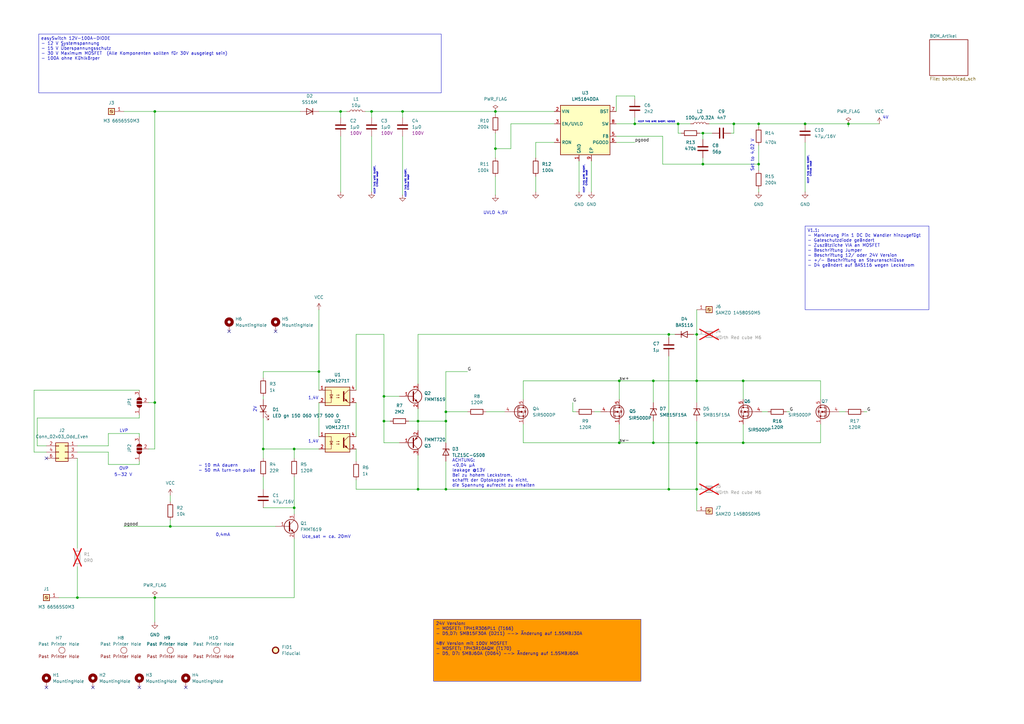
<source format=kicad_sch>
(kicad_sch
	(version 20250114)
	(generator "eeschema")
	(generator_version "9.0")
	(uuid "bf1f8167-8e29-49cc-a467-dd9cc2c77246")
	(paper "A3")
	(lib_symbols
		(symbol "Connector:Screw_Terminal_01x01"
			(pin_names
				(offset 1.016)
				(hide yes)
			)
			(exclude_from_sim no)
			(in_bom yes)
			(on_board yes)
			(property "Reference" "J"
				(at 0 2.54 0)
				(effects
					(font
						(size 1.27 1.27)
					)
				)
			)
			(property "Value" "Screw_Terminal_01x01"
				(at 0 -2.54 0)
				(effects
					(font
						(size 1.27 1.27)
					)
				)
			)
			(property "Footprint" ""
				(at 0 0 0)
				(effects
					(font
						(size 1.27 1.27)
					)
					(hide yes)
				)
			)
			(property "Datasheet" "~"
				(at 0 0 0)
				(effects
					(font
						(size 1.27 1.27)
					)
					(hide yes)
				)
			)
			(property "Description" "Generic screw terminal, single row, 01x01, script generated (kicad-library-utils/schlib/autogen/connector/)"
				(at 0 0 0)
				(effects
					(font
						(size 1.27 1.27)
					)
					(hide yes)
				)
			)
			(property "ki_keywords" "screw terminal"
				(at 0 0 0)
				(effects
					(font
						(size 1.27 1.27)
					)
					(hide yes)
				)
			)
			(property "ki_fp_filters" "TerminalBlock*:*"
				(at 0 0 0)
				(effects
					(font
						(size 1.27 1.27)
					)
					(hide yes)
				)
			)
			(symbol "Screw_Terminal_01x01_1_1"
				(rectangle
					(start -1.27 1.27)
					(end 1.27 -1.27)
					(stroke
						(width 0.254)
						(type default)
					)
					(fill
						(type background)
					)
				)
				(polyline
					(pts
						(xy -0.5334 0.3302) (xy 0.3302 -0.508)
					)
					(stroke
						(width 0.1524)
						(type default)
					)
					(fill
						(type none)
					)
				)
				(polyline
					(pts
						(xy -0.3556 0.508) (xy 0.508 -0.3302)
					)
					(stroke
						(width 0.1524)
						(type default)
					)
					(fill
						(type none)
					)
				)
				(circle
					(center 0 0)
					(radius 0.635)
					(stroke
						(width 0.1524)
						(type default)
					)
					(fill
						(type none)
					)
				)
				(pin passive line
					(at -5.08 0 0)
					(length 3.81)
					(name "Pin_1"
						(effects
							(font
								(size 1.27 1.27)
							)
						)
					)
					(number "1"
						(effects
							(font
								(size 1.27 1.27)
							)
						)
					)
				)
			)
			(embedded_fonts no)
		)
		(symbol "Connector_Generic:Conn_02x03_Odd_Even"
			(pin_names
				(offset 1.016)
				(hide yes)
			)
			(exclude_from_sim no)
			(in_bom yes)
			(on_board yes)
			(property "Reference" "J"
				(at 1.27 5.08 0)
				(effects
					(font
						(size 1.27 1.27)
					)
				)
			)
			(property "Value" "Conn_02x03_Odd_Even"
				(at 1.27 -5.08 0)
				(effects
					(font
						(size 1.27 1.27)
					)
				)
			)
			(property "Footprint" ""
				(at 0 0 0)
				(effects
					(font
						(size 1.27 1.27)
					)
					(hide yes)
				)
			)
			(property "Datasheet" "~"
				(at 0 0 0)
				(effects
					(font
						(size 1.27 1.27)
					)
					(hide yes)
				)
			)
			(property "Description" "Generic connector, double row, 02x03, odd/even pin numbering scheme (row 1 odd numbers, row 2 even numbers), script generated (kicad-library-utils/schlib/autogen/connector/)"
				(at 0 0 0)
				(effects
					(font
						(size 1.27 1.27)
					)
					(hide yes)
				)
			)
			(property "ki_keywords" "connector"
				(at 0 0 0)
				(effects
					(font
						(size 1.27 1.27)
					)
					(hide yes)
				)
			)
			(property "ki_fp_filters" "Connector*:*_2x??_*"
				(at 0 0 0)
				(effects
					(font
						(size 1.27 1.27)
					)
					(hide yes)
				)
			)
			(symbol "Conn_02x03_Odd_Even_1_1"
				(rectangle
					(start -1.27 3.81)
					(end 3.81 -3.81)
					(stroke
						(width 0.254)
						(type default)
					)
					(fill
						(type background)
					)
				)
				(rectangle
					(start -1.27 2.667)
					(end 0 2.413)
					(stroke
						(width 0.1524)
						(type default)
					)
					(fill
						(type none)
					)
				)
				(rectangle
					(start -1.27 0.127)
					(end 0 -0.127)
					(stroke
						(width 0.1524)
						(type default)
					)
					(fill
						(type none)
					)
				)
				(rectangle
					(start -1.27 -2.413)
					(end 0 -2.667)
					(stroke
						(width 0.1524)
						(type default)
					)
					(fill
						(type none)
					)
				)
				(rectangle
					(start 3.81 2.667)
					(end 2.54 2.413)
					(stroke
						(width 0.1524)
						(type default)
					)
					(fill
						(type none)
					)
				)
				(rectangle
					(start 3.81 0.127)
					(end 2.54 -0.127)
					(stroke
						(width 0.1524)
						(type default)
					)
					(fill
						(type none)
					)
				)
				(rectangle
					(start 3.81 -2.413)
					(end 2.54 -2.667)
					(stroke
						(width 0.1524)
						(type default)
					)
					(fill
						(type none)
					)
				)
				(pin passive line
					(at -5.08 2.54 0)
					(length 3.81)
					(name "Pin_1"
						(effects
							(font
								(size 1.27 1.27)
							)
						)
					)
					(number "1"
						(effects
							(font
								(size 1.27 1.27)
							)
						)
					)
				)
				(pin passive line
					(at -5.08 0 0)
					(length 3.81)
					(name "Pin_3"
						(effects
							(font
								(size 1.27 1.27)
							)
						)
					)
					(number "3"
						(effects
							(font
								(size 1.27 1.27)
							)
						)
					)
				)
				(pin passive line
					(at -5.08 -2.54 0)
					(length 3.81)
					(name "Pin_5"
						(effects
							(font
								(size 1.27 1.27)
							)
						)
					)
					(number "5"
						(effects
							(font
								(size 1.27 1.27)
							)
						)
					)
				)
				(pin passive line
					(at 7.62 2.54 180)
					(length 3.81)
					(name "Pin_2"
						(effects
							(font
								(size 1.27 1.27)
							)
						)
					)
					(number "2"
						(effects
							(font
								(size 1.27 1.27)
							)
						)
					)
				)
				(pin passive line
					(at 7.62 0 180)
					(length 3.81)
					(name "Pin_4"
						(effects
							(font
								(size 1.27 1.27)
							)
						)
					)
					(number "4"
						(effects
							(font
								(size 1.27 1.27)
							)
						)
					)
				)
				(pin passive line
					(at 7.62 -2.54 180)
					(length 3.81)
					(name "Pin_6"
						(effects
							(font
								(size 1.27 1.27)
							)
						)
					)
					(number "6"
						(effects
							(font
								(size 1.27 1.27)
							)
						)
					)
				)
			)
			(embedded_fonts no)
		)
		(symbol "Device:C"
			(pin_numbers
				(hide yes)
			)
			(pin_names
				(offset 0.254)
			)
			(exclude_from_sim no)
			(in_bom yes)
			(on_board yes)
			(property "Reference" "C"
				(at 0.635 2.54 0)
				(effects
					(font
						(size 1.27 1.27)
					)
					(justify left)
				)
			)
			(property "Value" "C"
				(at 0.635 -2.54 0)
				(effects
					(font
						(size 1.27 1.27)
					)
					(justify left)
				)
			)
			(property "Footprint" ""
				(at 0.9652 -3.81 0)
				(effects
					(font
						(size 1.27 1.27)
					)
					(hide yes)
				)
			)
			(property "Datasheet" "~"
				(at 0 0 0)
				(effects
					(font
						(size 1.27 1.27)
					)
					(hide yes)
				)
			)
			(property "Description" "Unpolarized capacitor"
				(at 0 0 0)
				(effects
					(font
						(size 1.27 1.27)
					)
					(hide yes)
				)
			)
			(property "ki_keywords" "cap capacitor"
				(at 0 0 0)
				(effects
					(font
						(size 1.27 1.27)
					)
					(hide yes)
				)
			)
			(property "ki_fp_filters" "C_*"
				(at 0 0 0)
				(effects
					(font
						(size 1.27 1.27)
					)
					(hide yes)
				)
			)
			(symbol "C_0_1"
				(polyline
					(pts
						(xy -2.032 0.762) (xy 2.032 0.762)
					)
					(stroke
						(width 0.508)
						(type default)
					)
					(fill
						(type none)
					)
				)
				(polyline
					(pts
						(xy -2.032 -0.762) (xy 2.032 -0.762)
					)
					(stroke
						(width 0.508)
						(type default)
					)
					(fill
						(type none)
					)
				)
			)
			(symbol "C_1_1"
				(pin passive line
					(at 0 3.81 270)
					(length 2.794)
					(name "~"
						(effects
							(font
								(size 1.27 1.27)
							)
						)
					)
					(number "1"
						(effects
							(font
								(size 1.27 1.27)
							)
						)
					)
				)
				(pin passive line
					(at 0 -3.81 90)
					(length 2.794)
					(name "~"
						(effects
							(font
								(size 1.27 1.27)
							)
						)
					)
					(number "2"
						(effects
							(font
								(size 1.27 1.27)
							)
						)
					)
				)
			)
			(embedded_fonts no)
		)
		(symbol "Device:D"
			(pin_numbers
				(hide yes)
			)
			(pin_names
				(offset 1.016)
				(hide yes)
			)
			(exclude_from_sim no)
			(in_bom yes)
			(on_board yes)
			(property "Reference" "D"
				(at 0 2.54 0)
				(effects
					(font
						(size 1.27 1.27)
					)
				)
			)
			(property "Value" "D"
				(at 0 -2.54 0)
				(effects
					(font
						(size 1.27 1.27)
					)
				)
			)
			(property "Footprint" ""
				(at 0 0 0)
				(effects
					(font
						(size 1.27 1.27)
					)
					(hide yes)
				)
			)
			(property "Datasheet" "~"
				(at 0 0 0)
				(effects
					(font
						(size 1.27 1.27)
					)
					(hide yes)
				)
			)
			(property "Description" "Diode"
				(at 0 0 0)
				(effects
					(font
						(size 1.27 1.27)
					)
					(hide yes)
				)
			)
			(property "Sim.Device" "D"
				(at 0 0 0)
				(effects
					(font
						(size 1.27 1.27)
					)
					(hide yes)
				)
			)
			(property "Sim.Pins" "1=K 2=A"
				(at 0 0 0)
				(effects
					(font
						(size 1.27 1.27)
					)
					(hide yes)
				)
			)
			(property "ki_keywords" "diode"
				(at 0 0 0)
				(effects
					(font
						(size 1.27 1.27)
					)
					(hide yes)
				)
			)
			(property "ki_fp_filters" "TO-???* *_Diode_* *SingleDiode* D_*"
				(at 0 0 0)
				(effects
					(font
						(size 1.27 1.27)
					)
					(hide yes)
				)
			)
			(symbol "D_0_1"
				(polyline
					(pts
						(xy -1.27 1.27) (xy -1.27 -1.27)
					)
					(stroke
						(width 0.254)
						(type default)
					)
					(fill
						(type none)
					)
				)
				(polyline
					(pts
						(xy 1.27 1.27) (xy 1.27 -1.27) (xy -1.27 0) (xy 1.27 1.27)
					)
					(stroke
						(width 0.254)
						(type default)
					)
					(fill
						(type none)
					)
				)
				(polyline
					(pts
						(xy 1.27 0) (xy -1.27 0)
					)
					(stroke
						(width 0)
						(type default)
					)
					(fill
						(type none)
					)
				)
			)
			(symbol "D_1_1"
				(pin passive line
					(at -3.81 0 0)
					(length 2.54)
					(name "K"
						(effects
							(font
								(size 1.27 1.27)
							)
						)
					)
					(number "1"
						(effects
							(font
								(size 1.27 1.27)
							)
						)
					)
				)
				(pin passive line
					(at 3.81 0 180)
					(length 2.54)
					(name "A"
						(effects
							(font
								(size 1.27 1.27)
							)
						)
					)
					(number "2"
						(effects
							(font
								(size 1.27 1.27)
							)
						)
					)
				)
			)
			(embedded_fonts no)
		)
		(symbol "Device:L"
			(pin_numbers
				(hide yes)
			)
			(pin_names
				(offset 1.016)
				(hide yes)
			)
			(exclude_from_sim no)
			(in_bom yes)
			(on_board yes)
			(property "Reference" "L"
				(at -1.27 0 90)
				(effects
					(font
						(size 1.27 1.27)
					)
				)
			)
			(property "Value" "L"
				(at 1.905 0 90)
				(effects
					(font
						(size 1.27 1.27)
					)
				)
			)
			(property "Footprint" ""
				(at 0 0 0)
				(effects
					(font
						(size 1.27 1.27)
					)
					(hide yes)
				)
			)
			(property "Datasheet" "~"
				(at 0 0 0)
				(effects
					(font
						(size 1.27 1.27)
					)
					(hide yes)
				)
			)
			(property "Description" "Inductor"
				(at 0 0 0)
				(effects
					(font
						(size 1.27 1.27)
					)
					(hide yes)
				)
			)
			(property "ki_keywords" "inductor choke coil reactor magnetic"
				(at 0 0 0)
				(effects
					(font
						(size 1.27 1.27)
					)
					(hide yes)
				)
			)
			(property "ki_fp_filters" "Choke_* *Coil* Inductor_* L_*"
				(at 0 0 0)
				(effects
					(font
						(size 1.27 1.27)
					)
					(hide yes)
				)
			)
			(symbol "L_0_1"
				(arc
					(start 0 2.54)
					(mid 0.6323 1.905)
					(end 0 1.27)
					(stroke
						(width 0)
						(type default)
					)
					(fill
						(type none)
					)
				)
				(arc
					(start 0 1.27)
					(mid 0.6323 0.635)
					(end 0 0)
					(stroke
						(width 0)
						(type default)
					)
					(fill
						(type none)
					)
				)
				(arc
					(start 0 0)
					(mid 0.6323 -0.635)
					(end 0 -1.27)
					(stroke
						(width 0)
						(type default)
					)
					(fill
						(type none)
					)
				)
				(arc
					(start 0 -1.27)
					(mid 0.6323 -1.905)
					(end 0 -2.54)
					(stroke
						(width 0)
						(type default)
					)
					(fill
						(type none)
					)
				)
			)
			(symbol "L_1_1"
				(pin passive line
					(at 0 3.81 270)
					(length 1.27)
					(name "1"
						(effects
							(font
								(size 1.27 1.27)
							)
						)
					)
					(number "1"
						(effects
							(font
								(size 1.27 1.27)
							)
						)
					)
				)
				(pin passive line
					(at 0 -3.81 90)
					(length 1.27)
					(name "2"
						(effects
							(font
								(size 1.27 1.27)
							)
						)
					)
					(number "2"
						(effects
							(font
								(size 1.27 1.27)
							)
						)
					)
				)
			)
			(embedded_fonts no)
		)
		(symbol "Device:LED"
			(pin_numbers
				(hide yes)
			)
			(pin_names
				(offset 1.016)
				(hide yes)
			)
			(exclude_from_sim no)
			(in_bom yes)
			(on_board yes)
			(property "Reference" "D"
				(at 0 2.54 0)
				(effects
					(font
						(size 1.27 1.27)
					)
				)
			)
			(property "Value" "LED"
				(at 0 -2.54 0)
				(effects
					(font
						(size 1.27 1.27)
					)
				)
			)
			(property "Footprint" ""
				(at 0 0 0)
				(effects
					(font
						(size 1.27 1.27)
					)
					(hide yes)
				)
			)
			(property "Datasheet" "~"
				(at 0 0 0)
				(effects
					(font
						(size 1.27 1.27)
					)
					(hide yes)
				)
			)
			(property "Description" "Light emitting diode"
				(at 0 0 0)
				(effects
					(font
						(size 1.27 1.27)
					)
					(hide yes)
				)
			)
			(property "ki_keywords" "LED diode"
				(at 0 0 0)
				(effects
					(font
						(size 1.27 1.27)
					)
					(hide yes)
				)
			)
			(property "ki_fp_filters" "LED* LED_SMD:* LED_THT:*"
				(at 0 0 0)
				(effects
					(font
						(size 1.27 1.27)
					)
					(hide yes)
				)
			)
			(symbol "LED_0_1"
				(polyline
					(pts
						(xy -3.048 -0.762) (xy -4.572 -2.286) (xy -3.81 -2.286) (xy -4.572 -2.286) (xy -4.572 -1.524)
					)
					(stroke
						(width 0)
						(type default)
					)
					(fill
						(type none)
					)
				)
				(polyline
					(pts
						(xy -1.778 -0.762) (xy -3.302 -2.286) (xy -2.54 -2.286) (xy -3.302 -2.286) (xy -3.302 -1.524)
					)
					(stroke
						(width 0)
						(type default)
					)
					(fill
						(type none)
					)
				)
				(polyline
					(pts
						(xy -1.27 0) (xy 1.27 0)
					)
					(stroke
						(width 0)
						(type default)
					)
					(fill
						(type none)
					)
				)
				(polyline
					(pts
						(xy -1.27 -1.27) (xy -1.27 1.27)
					)
					(stroke
						(width 0.254)
						(type default)
					)
					(fill
						(type none)
					)
				)
				(polyline
					(pts
						(xy 1.27 -1.27) (xy 1.27 1.27) (xy -1.27 0) (xy 1.27 -1.27)
					)
					(stroke
						(width 0.254)
						(type default)
					)
					(fill
						(type none)
					)
				)
			)
			(symbol "LED_1_1"
				(pin passive line
					(at -3.81 0 0)
					(length 2.54)
					(name "K"
						(effects
							(font
								(size 1.27 1.27)
							)
						)
					)
					(number "1"
						(effects
							(font
								(size 1.27 1.27)
							)
						)
					)
				)
				(pin passive line
					(at 3.81 0 180)
					(length 2.54)
					(name "A"
						(effects
							(font
								(size 1.27 1.27)
							)
						)
					)
					(number "2"
						(effects
							(font
								(size 1.27 1.27)
							)
						)
					)
				)
			)
			(embedded_fonts no)
		)
		(symbol "Device:R"
			(pin_numbers
				(hide yes)
			)
			(pin_names
				(offset 0)
			)
			(exclude_from_sim no)
			(in_bom yes)
			(on_board yes)
			(property "Reference" "R"
				(at 2.032 0 90)
				(effects
					(font
						(size 1.27 1.27)
					)
				)
			)
			(property "Value" "R"
				(at 0 0 90)
				(effects
					(font
						(size 1.27 1.27)
					)
				)
			)
			(property "Footprint" ""
				(at -1.778 0 90)
				(effects
					(font
						(size 1.27 1.27)
					)
					(hide yes)
				)
			)
			(property "Datasheet" "~"
				(at 0 0 0)
				(effects
					(font
						(size 1.27 1.27)
					)
					(hide yes)
				)
			)
			(property "Description" "Resistor"
				(at 0 0 0)
				(effects
					(font
						(size 1.27 1.27)
					)
					(hide yes)
				)
			)
			(property "ki_keywords" "R res resistor"
				(at 0 0 0)
				(effects
					(font
						(size 1.27 1.27)
					)
					(hide yes)
				)
			)
			(property "ki_fp_filters" "R_*"
				(at 0 0 0)
				(effects
					(font
						(size 1.27 1.27)
					)
					(hide yes)
				)
			)
			(symbol "R_0_1"
				(rectangle
					(start -1.016 -2.54)
					(end 1.016 2.54)
					(stroke
						(width 0.254)
						(type default)
					)
					(fill
						(type none)
					)
				)
			)
			(symbol "R_1_1"
				(pin passive line
					(at 0 3.81 270)
					(length 1.27)
					(name "~"
						(effects
							(font
								(size 1.27 1.27)
							)
						)
					)
					(number "1"
						(effects
							(font
								(size 1.27 1.27)
							)
						)
					)
				)
				(pin passive line
					(at 0 -3.81 90)
					(length 1.27)
					(name "~"
						(effects
							(font
								(size 1.27 1.27)
							)
						)
					)
					(number "2"
						(effects
							(font
								(size 1.27 1.27)
							)
						)
					)
				)
			)
			(embedded_fonts no)
		)
		(symbol "Diode:BAS19"
			(pin_numbers
				(hide yes)
			)
			(pin_names
				(hide yes)
			)
			(exclude_from_sim no)
			(in_bom yes)
			(on_board yes)
			(property "Reference" "D"
				(at 0 2.54 0)
				(effects
					(font
						(size 1.27 1.27)
					)
				)
			)
			(property "Value" "BAS19"
				(at 0 -2.54 0)
				(effects
					(font
						(size 1.27 1.27)
					)
				)
			)
			(property "Footprint" "Package_TO_SOT_SMD:SOT-23"
				(at 0 -4.445 0)
				(effects
					(font
						(size 1.27 1.27)
					)
					(hide yes)
				)
			)
			(property "Datasheet" "https://www.diodes.com/assets/Datasheets/Ds12004.pdf"
				(at 0 0 0)
				(effects
					(font
						(size 1.27 1.27)
					)
					(hide yes)
				)
			)
			(property "Description" "120V, 0.4A, High-speed Switching Diode, SOT-23"
				(at 0 0 0)
				(effects
					(font
						(size 1.27 1.27)
					)
					(hide yes)
				)
			)
			(property "ki_keywords" "diode"
				(at 0 0 0)
				(effects
					(font
						(size 1.27 1.27)
					)
					(hide yes)
				)
			)
			(property "ki_fp_filters" "SOT?23*"
				(at 0 0 0)
				(effects
					(font
						(size 1.27 1.27)
					)
					(hide yes)
				)
			)
			(symbol "BAS19_0_1"
				(polyline
					(pts
						(xy -1.27 1.27) (xy -1.27 -1.27)
					)
					(stroke
						(width 0.254)
						(type default)
					)
					(fill
						(type none)
					)
				)
				(polyline
					(pts
						(xy 1.27 1.27) (xy 1.27 -1.27) (xy -1.27 0) (xy 1.27 1.27)
					)
					(stroke
						(width 0.254)
						(type default)
					)
					(fill
						(type none)
					)
				)
				(polyline
					(pts
						(xy 1.27 0) (xy -1.27 0)
					)
					(stroke
						(width 0)
						(type default)
					)
					(fill
						(type none)
					)
				)
			)
			(symbol "BAS19_1_1"
				(pin passive line
					(at -3.81 0 0)
					(length 2.54)
					(name "K"
						(effects
							(font
								(size 1.27 1.27)
							)
						)
					)
					(number "3"
						(effects
							(font
								(size 1.27 1.27)
							)
						)
					)
				)
				(pin no_connect line
					(at -1.27 0 0)
					(length 2.54)
					(hide yes)
					(name "NC"
						(effects
							(font
								(size 1.27 1.27)
							)
						)
					)
					(number "2"
						(effects
							(font
								(size 1.27 1.27)
							)
						)
					)
				)
				(pin passive line
					(at 3.81 0 180)
					(length 2.54)
					(name "A"
						(effects
							(font
								(size 1.27 1.27)
							)
						)
					)
					(number "1"
						(effects
							(font
								(size 1.27 1.27)
							)
						)
					)
				)
			)
			(embedded_fonts no)
		)
		(symbol "Diode:BZV55C15"
			(pin_numbers
				(hide yes)
			)
			(pin_names
				(hide yes)
			)
			(exclude_from_sim no)
			(in_bom yes)
			(on_board yes)
			(property "Reference" "D"
				(at 0 2.54 0)
				(effects
					(font
						(size 1.27 1.27)
					)
				)
			)
			(property "Value" "BZV55C15"
				(at 0 -2.54 0)
				(effects
					(font
						(size 1.27 1.27)
					)
				)
			)
			(property "Footprint" "Diode_SMD:D_MiniMELF"
				(at 0 -4.445 0)
				(effects
					(font
						(size 1.27 1.27)
					)
					(hide yes)
				)
			)
			(property "Datasheet" "https://assets.nexperia.com/documents/data-sheet/BZV55_SER.pdf"
				(at 0 0 0)
				(effects
					(font
						(size 1.27 1.27)
					)
					(hide yes)
				)
			)
			(property "Description" "15V, 500mW, 5%, Zener diode, MiniMELF"
				(at 0 0 0)
				(effects
					(font
						(size 1.27 1.27)
					)
					(hide yes)
				)
			)
			(property "ki_keywords" "zener diode"
				(at 0 0 0)
				(effects
					(font
						(size 1.27 1.27)
					)
					(hide yes)
				)
			)
			(property "ki_fp_filters" "D*MiniMELF*"
				(at 0 0 0)
				(effects
					(font
						(size 1.27 1.27)
					)
					(hide yes)
				)
			)
			(symbol "BZV55C15_0_1"
				(polyline
					(pts
						(xy -1.27 -1.27) (xy -1.27 1.27) (xy -0.762 1.27)
					)
					(stroke
						(width 0.254)
						(type default)
					)
					(fill
						(type none)
					)
				)
				(polyline
					(pts
						(xy 1.27 0) (xy -1.27 0)
					)
					(stroke
						(width 0)
						(type default)
					)
					(fill
						(type none)
					)
				)
				(polyline
					(pts
						(xy 1.27 -1.27) (xy 1.27 1.27) (xy -1.27 0) (xy 1.27 -1.27)
					)
					(stroke
						(width 0.254)
						(type default)
					)
					(fill
						(type none)
					)
				)
			)
			(symbol "BZV55C15_1_1"
				(pin passive line
					(at -3.81 0 0)
					(length 2.54)
					(name "K"
						(effects
							(font
								(size 1.27 1.27)
							)
						)
					)
					(number "1"
						(effects
							(font
								(size 1.27 1.27)
							)
						)
					)
				)
				(pin passive line
					(at 3.81 0 180)
					(length 2.54)
					(name "A"
						(effects
							(font
								(size 1.27 1.27)
							)
						)
					)
					(number "2"
						(effects
							(font
								(size 1.27 1.27)
							)
						)
					)
				)
			)
			(embedded_fonts no)
		)
		(symbol "Diode:SM6T15A"
			(pin_numbers
				(hide yes)
			)
			(pin_names
				(offset 1.016)
				(hide yes)
			)
			(exclude_from_sim no)
			(in_bom yes)
			(on_board yes)
			(property "Reference" "D"
				(at 0 2.54 0)
				(effects
					(font
						(size 1.27 1.27)
					)
				)
			)
			(property "Value" "SM6T15A"
				(at 0 -2.54 0)
				(effects
					(font
						(size 1.27 1.27)
					)
				)
			)
			(property "Footprint" "Diode_SMD:D_SMB"
				(at 0 -5.08 0)
				(effects
					(font
						(size 1.27 1.27)
					)
					(hide yes)
				)
			)
			(property "Datasheet" "https://www.st.com/resource/en/datasheet/sm6t.pdf"
				(at -1.27 0 0)
				(effects
					(font
						(size 1.27 1.27)
					)
					(hide yes)
				)
			)
			(property "Description" "600W unidirectional Transil Transient Voltage Suppressor, 15Vrwm, DO-214AA"
				(at 0 0 0)
				(effects
					(font
						(size 1.27 1.27)
					)
					(hide yes)
				)
			)
			(property "ki_keywords" "diode TVS voltage suppressor"
				(at 0 0 0)
				(effects
					(font
						(size 1.27 1.27)
					)
					(hide yes)
				)
			)
			(property "ki_fp_filters" "D*SMB*"
				(at 0 0 0)
				(effects
					(font
						(size 1.27 1.27)
					)
					(hide yes)
				)
			)
			(symbol "SM6T15A_0_1"
				(polyline
					(pts
						(xy -0.762 1.27) (xy -1.27 1.27) (xy -1.27 -1.27)
					)
					(stroke
						(width 0.254)
						(type default)
					)
					(fill
						(type none)
					)
				)
				(polyline
					(pts
						(xy 1.27 1.27) (xy 1.27 -1.27) (xy -1.27 0) (xy 1.27 1.27)
					)
					(stroke
						(width 0.254)
						(type default)
					)
					(fill
						(type none)
					)
				)
			)
			(symbol "SM6T15A_1_1"
				(pin passive line
					(at -3.81 0 0)
					(length 2.54)
					(name "A1"
						(effects
							(font
								(size 1.27 1.27)
							)
						)
					)
					(number "1"
						(effects
							(font
								(size 1.27 1.27)
							)
						)
					)
				)
				(pin passive line
					(at 3.81 0 180)
					(length 2.54)
					(name "A2"
						(effects
							(font
								(size 1.27 1.27)
							)
						)
					)
					(number "2"
						(effects
							(font
								(size 1.27 1.27)
							)
						)
					)
				)
			)
			(embedded_fonts no)
		)
		(symbol "Isolator:VO615A-1"
			(pin_names
				(offset 0.762)
			)
			(exclude_from_sim no)
			(in_bom yes)
			(on_board yes)
			(property "Reference" "U"
				(at 0 7.62 0)
				(effects
					(font
						(size 1.27 1.27)
					)
				)
			)
			(property "Value" "VO615A-1"
				(at 0 5.08 0)
				(effects
					(font
						(size 1.27 1.27)
					)
				)
			)
			(property "Footprint" ""
				(at 0 0 0)
				(effects
					(font
						(size 1.27 1.27)
					)
					(hide yes)
				)
			)
			(property "Datasheet" "http://www.vishay.com/docs/81753/vo615a.pdf"
				(at 0 0 0)
				(effects
					(font
						(size 1.27 1.27)
					)
					(hide yes)
				)
			)
			(property "Description" "DC Optocoupler, Vce 70V, CTR 40-80% @ 10mA, Viso 5000Vrms, DIP4"
				(at 0 0 0)
				(effects
					(font
						(size 1.27 1.27)
					)
					(hide yes)
				)
			)
			(property "ki_keywords" "NPN DC Optocoupler"
				(at 0 0 0)
				(effects
					(font
						(size 1.27 1.27)
					)
					(hide yes)
				)
			)
			(property "ki_fp_filters" "DIP*W7.62mm* DIP*W10.16mm* SMDIP*W7.62mm* SMDIP*W9.53mm* SMDIP*W11.48mm*"
				(at 0 0 0)
				(effects
					(font
						(size 1.27 1.27)
					)
					(hide yes)
				)
			)
			(symbol "VO615A-1_0_1"
				(rectangle
					(start -5.08 3.81)
					(end 5.08 -3.81)
					(stroke
						(width 0.254)
						(type default)
					)
					(fill
						(type background)
					)
				)
				(polyline
					(pts
						(xy -5.08 2.54) (xy -2.54 2.54) (xy -2.54 -2.54) (xy -5.08 -2.54)
					)
					(stroke
						(width 0)
						(type default)
					)
					(fill
						(type none)
					)
				)
				(polyline
					(pts
						(xy -3.175 -0.635) (xy -1.905 -0.635)
					)
					(stroke
						(width 0)
						(type default)
					)
					(fill
						(type none)
					)
				)
				(polyline
					(pts
						(xy -2.54 -0.635) (xy -3.175 0.635) (xy -1.905 0.635) (xy -2.54 -0.635)
					)
					(stroke
						(width 0)
						(type default)
					)
					(fill
						(type none)
					)
				)
				(polyline
					(pts
						(xy -0.508 0.508) (xy 0.762 0.508) (xy 0.381 0.381) (xy 0.381 0.635) (xy 0.762 0.508)
					)
					(stroke
						(width 0)
						(type default)
					)
					(fill
						(type none)
					)
				)
				(polyline
					(pts
						(xy -0.508 -0.508) (xy 0.762 -0.508) (xy 0.381 -0.635) (xy 0.381 -0.381) (xy 0.762 -0.508)
					)
					(stroke
						(width 0)
						(type default)
					)
					(fill
						(type none)
					)
				)
				(polyline
					(pts
						(xy 2.54 1.905) (xy 2.54 -1.905) (xy 2.54 -1.905)
					)
					(stroke
						(width 0.508)
						(type default)
					)
					(fill
						(type none)
					)
				)
				(polyline
					(pts
						(xy 2.54 0.635) (xy 4.445 2.54)
					)
					(stroke
						(width 0)
						(type default)
					)
					(fill
						(type none)
					)
				)
				(polyline
					(pts
						(xy 3.048 -1.651) (xy 3.556 -1.143) (xy 4.064 -2.159) (xy 3.048 -1.651) (xy 3.048 -1.651)
					)
					(stroke
						(width 0)
						(type default)
					)
					(fill
						(type outline)
					)
				)
				(polyline
					(pts
						(xy 4.445 2.54) (xy 5.08 2.54)
					)
					(stroke
						(width 0)
						(type default)
					)
					(fill
						(type none)
					)
				)
				(polyline
					(pts
						(xy 4.445 -2.54) (xy 2.54 -0.635)
					)
					(stroke
						(width 0)
						(type default)
					)
					(fill
						(type outline)
					)
				)
				(polyline
					(pts
						(xy 4.445 -2.54) (xy 5.08 -2.54)
					)
					(stroke
						(width 0)
						(type default)
					)
					(fill
						(type none)
					)
				)
			)
			(symbol "VO615A-1_1_1"
				(pin passive line
					(at -7.62 2.54 0)
					(length 2.54)
					(name "~"
						(effects
							(font
								(size 1.27 1.27)
							)
						)
					)
					(number "1"
						(effects
							(font
								(size 1.27 1.27)
							)
						)
					)
				)
				(pin passive line
					(at -7.62 -2.54 0)
					(length 2.54)
					(name "~"
						(effects
							(font
								(size 1.27 1.27)
							)
						)
					)
					(number "2"
						(effects
							(font
								(size 1.27 1.27)
							)
						)
					)
				)
				(pin passive line
					(at 7.62 2.54 180)
					(length 2.54)
					(name "~"
						(effects
							(font
								(size 1.27 1.27)
							)
						)
					)
					(number "4"
						(effects
							(font
								(size 1.27 1.27)
							)
						)
					)
				)
				(pin passive line
					(at 7.62 -2.54 180)
					(length 2.54)
					(name "~"
						(effects
							(font
								(size 1.27 1.27)
							)
						)
					)
					(number "3"
						(effects
							(font
								(size 1.27 1.27)
							)
						)
					)
				)
			)
			(embedded_fonts no)
		)
		(symbol "Jumper:SolderJumper_3_Open"
			(pin_names
				(offset 0)
				(hide yes)
			)
			(exclude_from_sim yes)
			(in_bom no)
			(on_board yes)
			(property "Reference" "JP"
				(at -2.54 -2.54 0)
				(effects
					(font
						(size 1.27 1.27)
					)
				)
			)
			(property "Value" "SolderJumper_3_Open"
				(at 0 2.794 0)
				(effects
					(font
						(size 1.27 1.27)
					)
				)
			)
			(property "Footprint" ""
				(at 0 0 0)
				(effects
					(font
						(size 1.27 1.27)
					)
					(hide yes)
				)
			)
			(property "Datasheet" "~"
				(at 0 0 0)
				(effects
					(font
						(size 1.27 1.27)
					)
					(hide yes)
				)
			)
			(property "Description" "Solder Jumper, 3-pole, open"
				(at 0 0 0)
				(effects
					(font
						(size 1.27 1.27)
					)
					(hide yes)
				)
			)
			(property "ki_keywords" "Solder Jumper SPDT"
				(at 0 0 0)
				(effects
					(font
						(size 1.27 1.27)
					)
					(hide yes)
				)
			)
			(property "ki_fp_filters" "SolderJumper*Open*"
				(at 0 0 0)
				(effects
					(font
						(size 1.27 1.27)
					)
					(hide yes)
				)
			)
			(symbol "SolderJumper_3_Open_0_1"
				(polyline
					(pts
						(xy -2.54 0) (xy -2.032 0)
					)
					(stroke
						(width 0)
						(type default)
					)
					(fill
						(type none)
					)
				)
				(polyline
					(pts
						(xy -1.016 1.016) (xy -1.016 -1.016)
					)
					(stroke
						(width 0)
						(type default)
					)
					(fill
						(type none)
					)
				)
				(arc
					(start -1.016 -1.016)
					(mid -2.0276 0)
					(end -1.016 1.016)
					(stroke
						(width 0)
						(type default)
					)
					(fill
						(type none)
					)
				)
				(arc
					(start -1.016 -1.016)
					(mid -2.0276 0)
					(end -1.016 1.016)
					(stroke
						(width 0)
						(type default)
					)
					(fill
						(type outline)
					)
				)
				(rectangle
					(start -0.508 1.016)
					(end 0.508 -1.016)
					(stroke
						(width 0)
						(type default)
					)
					(fill
						(type outline)
					)
				)
				(polyline
					(pts
						(xy 0 -1.27) (xy 0 -1.016)
					)
					(stroke
						(width 0)
						(type default)
					)
					(fill
						(type none)
					)
				)
				(arc
					(start 1.016 1.016)
					(mid 2.0276 0)
					(end 1.016 -1.016)
					(stroke
						(width 0)
						(type default)
					)
					(fill
						(type none)
					)
				)
				(arc
					(start 1.016 1.016)
					(mid 2.0276 0)
					(end 1.016 -1.016)
					(stroke
						(width 0)
						(type default)
					)
					(fill
						(type outline)
					)
				)
				(polyline
					(pts
						(xy 1.016 1.016) (xy 1.016 -1.016)
					)
					(stroke
						(width 0)
						(type default)
					)
					(fill
						(type none)
					)
				)
				(polyline
					(pts
						(xy 2.54 0) (xy 2.032 0)
					)
					(stroke
						(width 0)
						(type default)
					)
					(fill
						(type none)
					)
				)
			)
			(symbol "SolderJumper_3_Open_1_1"
				(pin passive line
					(at -5.08 0 0)
					(length 2.54)
					(name "A"
						(effects
							(font
								(size 1.27 1.27)
							)
						)
					)
					(number "1"
						(effects
							(font
								(size 1.27 1.27)
							)
						)
					)
				)
				(pin passive line
					(at 0 -3.81 90)
					(length 2.54)
					(name "C"
						(effects
							(font
								(size 1.27 1.27)
							)
						)
					)
					(number "2"
						(effects
							(font
								(size 1.27 1.27)
							)
						)
					)
				)
				(pin passive line
					(at 5.08 0 180)
					(length 2.54)
					(name "B"
						(effects
							(font
								(size 1.27 1.27)
							)
						)
					)
					(number "3"
						(effects
							(font
								(size 1.27 1.27)
							)
						)
					)
				)
			)
			(embedded_fonts no)
		)
		(symbol "Mechanical:Fiducial"
			(exclude_from_sim yes)
			(in_bom no)
			(on_board yes)
			(property "Reference" "FID"
				(at 0 5.08 0)
				(effects
					(font
						(size 1.27 1.27)
					)
				)
			)
			(property "Value" "Fiducial"
				(at 0 3.175 0)
				(effects
					(font
						(size 1.27 1.27)
					)
				)
			)
			(property "Footprint" ""
				(at 0 0 0)
				(effects
					(font
						(size 1.27 1.27)
					)
					(hide yes)
				)
			)
			(property "Datasheet" "~"
				(at 0 0 0)
				(effects
					(font
						(size 1.27 1.27)
					)
					(hide yes)
				)
			)
			(property "Description" "Fiducial Marker"
				(at 0 0 0)
				(effects
					(font
						(size 1.27 1.27)
					)
					(hide yes)
				)
			)
			(property "ki_keywords" "fiducial marker"
				(at 0 0 0)
				(effects
					(font
						(size 1.27 1.27)
					)
					(hide yes)
				)
			)
			(property "ki_fp_filters" "Fiducial*"
				(at 0 0 0)
				(effects
					(font
						(size 1.27 1.27)
					)
					(hide yes)
				)
			)
			(symbol "Fiducial_0_1"
				(circle
					(center 0 0)
					(radius 1.27)
					(stroke
						(width 0.508)
						(type default)
					)
					(fill
						(type background)
					)
				)
			)
			(embedded_fonts no)
		)
		(symbol "Mechanical:MountingHole_Pad"
			(pin_numbers
				(hide yes)
			)
			(pin_names
				(offset 1.016)
				(hide yes)
			)
			(exclude_from_sim yes)
			(in_bom no)
			(on_board yes)
			(property "Reference" "H"
				(at 0 6.35 0)
				(effects
					(font
						(size 1.27 1.27)
					)
				)
			)
			(property "Value" "MountingHole_Pad"
				(at 0 4.445 0)
				(effects
					(font
						(size 1.27 1.27)
					)
				)
			)
			(property "Footprint" ""
				(at 0 0 0)
				(effects
					(font
						(size 1.27 1.27)
					)
					(hide yes)
				)
			)
			(property "Datasheet" "~"
				(at 0 0 0)
				(effects
					(font
						(size 1.27 1.27)
					)
					(hide yes)
				)
			)
			(property "Description" "Mounting Hole with connection"
				(at 0 0 0)
				(effects
					(font
						(size 1.27 1.27)
					)
					(hide yes)
				)
			)
			(property "ki_keywords" "mounting hole"
				(at 0 0 0)
				(effects
					(font
						(size 1.27 1.27)
					)
					(hide yes)
				)
			)
			(property "ki_fp_filters" "MountingHole*Pad*"
				(at 0 0 0)
				(effects
					(font
						(size 1.27 1.27)
					)
					(hide yes)
				)
			)
			(symbol "MountingHole_Pad_0_1"
				(circle
					(center 0 1.27)
					(radius 1.27)
					(stroke
						(width 1.27)
						(type default)
					)
					(fill
						(type none)
					)
				)
			)
			(symbol "MountingHole_Pad_1_1"
				(pin input line
					(at 0 -2.54 90)
					(length 2.54)
					(name "1"
						(effects
							(font
								(size 1.27 1.27)
							)
						)
					)
					(number "1"
						(effects
							(font
								(size 1.27 1.27)
							)
						)
					)
				)
			)
			(embedded_fonts no)
		)
		(symbol "Regulator_Switching:LM5164DDA"
			(exclude_from_sim no)
			(in_bom yes)
			(on_board yes)
			(property "Reference" "U"
				(at -8.89 11.43 0)
				(effects
					(font
						(size 1.27 1.27)
					)
				)
			)
			(property "Value" "LM5164DDA"
				(at 5.08 11.43 0)
				(effects
					(font
						(size 1.27 1.27)
					)
				)
			)
			(property "Footprint" "Package_SO:HSOP-8-1EP_3.9x4.9mm_P1.27mm_EP2.41x3.1mm_ThermalVias"
				(at 1.27 -11.43 0)
				(effects
					(font
						(size 1.27 1.27)
					)
					(hide yes)
				)
			)
			(property "Datasheet" "https://www.ti.com/lit/ds/symlink/lm5164.pdf?ts=1598311864250&ref_url=https%253A%252F%252Fwww.ti.com%252Fproduct%252FLM5164%253FHQS%253DTI-null-null-octopart-df-pf-null-wwe"
				(at -7.62 8.89 0)
				(effects
					(font
						(size 1.27 1.27)
					)
					(hide yes)
				)
			)
			(property "Description" "1A synchronous buck converter with ultra-low IQ, 6V - 100V input, adjustable output voltage, HSOP-8"
				(at 0 0 0)
				(effects
					(font
						(size 1.27 1.27)
					)
					(hide yes)
				)
			)
			(property "ki_keywords" "step-down dc-dc buck regulator adjustable"
				(at 0 0 0)
				(effects
					(font
						(size 1.27 1.27)
					)
					(hide yes)
				)
			)
			(property "ki_fp_filters" "HSOP*1EP*3.9x4.9*P1.27mm*"
				(at 0 0 0)
				(effects
					(font
						(size 1.27 1.27)
					)
					(hide yes)
				)
			)
			(symbol "LM5164DDA_1_1"
				(rectangle
					(start -10.16 10.16)
					(end 10.16 -10.16)
					(stroke
						(width 0.254)
						(type default)
					)
					(fill
						(type background)
					)
				)
				(pin power_in line
					(at -12.7 7.62 0)
					(length 2.54)
					(name "VIN"
						(effects
							(font
								(size 1.27 1.27)
							)
						)
					)
					(number "2"
						(effects
							(font
								(size 1.27 1.27)
							)
						)
					)
				)
				(pin input line
					(at -12.7 2.54 0)
					(length 2.54)
					(name "EN/UVLO"
						(effects
							(font
								(size 1.27 1.27)
							)
						)
					)
					(number "3"
						(effects
							(font
								(size 1.27 1.27)
							)
						)
					)
				)
				(pin passive line
					(at -12.7 -5.08 0)
					(length 2.54)
					(name "RON"
						(effects
							(font
								(size 1.27 1.27)
							)
						)
					)
					(number "4"
						(effects
							(font
								(size 1.27 1.27)
							)
						)
					)
				)
				(pin power_in line
					(at -2.54 -12.7 90)
					(length 2.54)
					(name "GND"
						(effects
							(font
								(size 1.27 1.27)
							)
						)
					)
					(number "1"
						(effects
							(font
								(size 1.27 1.27)
							)
						)
					)
				)
				(pin passive line
					(at 2.54 -12.7 90)
					(length 2.54)
					(name "EP"
						(effects
							(font
								(size 1.27 1.27)
							)
						)
					)
					(number "9"
						(effects
							(font
								(size 1.27 1.27)
							)
						)
					)
				)
				(pin passive line
					(at 12.7 7.62 180)
					(length 2.54)
					(name "BST"
						(effects
							(font
								(size 1.27 1.27)
							)
						)
					)
					(number "7"
						(effects
							(font
								(size 1.27 1.27)
							)
						)
					)
				)
				(pin power_out line
					(at 12.7 2.54 180)
					(length 2.54)
					(name "SW"
						(effects
							(font
								(size 1.27 1.27)
							)
						)
					)
					(number "8"
						(effects
							(font
								(size 1.27 1.27)
							)
						)
					)
				)
				(pin input line
					(at 12.7 -2.54 180)
					(length 2.54)
					(name "FB"
						(effects
							(font
								(size 1.27 1.27)
							)
						)
					)
					(number "5"
						(effects
							(font
								(size 1.27 1.27)
							)
						)
					)
				)
				(pin open_collector line
					(at 12.7 -5.08 180)
					(length 2.54)
					(name "PGOOD"
						(effects
							(font
								(size 1.27 1.27)
							)
						)
					)
					(number "6"
						(effects
							(font
								(size 1.27 1.27)
							)
						)
					)
				)
			)
			(embedded_fonts no)
		)
		(symbol "Transistor_BJT:MMBT2222A"
			(pin_names
				(offset 0)
				(hide yes)
			)
			(exclude_from_sim no)
			(in_bom yes)
			(on_board yes)
			(property "Reference" "Q"
				(at 5.08 1.905 0)
				(effects
					(font
						(size 1.27 1.27)
					)
					(justify left)
				)
			)
			(property "Value" "MMBT2222A"
				(at 5.08 0 0)
				(effects
					(font
						(size 1.27 1.27)
					)
					(justify left)
				)
			)
			(property "Footprint" "Package_TO_SOT_SMD:SOT-23"
				(at 5.08 -1.905 0)
				(effects
					(font
						(size 1.27 1.27)
						(italic yes)
					)
					(justify left)
					(hide yes)
				)
			)
			(property "Datasheet" "https://assets.nexperia.com/documents/data-sheet/MMBT2222A.pdf"
				(at 0 0 0)
				(effects
					(font
						(size 1.27 1.27)
					)
					(justify left)
					(hide yes)
				)
			)
			(property "Description" "600mA Ic, 40V Vce, NPN Transistor, SOT-23"
				(at 0 0 0)
				(effects
					(font
						(size 1.27 1.27)
					)
					(hide yes)
				)
			)
			(property "ki_keywords" "NPN Transistor"
				(at 0 0 0)
				(effects
					(font
						(size 1.27 1.27)
					)
					(hide yes)
				)
			)
			(property "ki_fp_filters" "SOT?23*"
				(at 0 0 0)
				(effects
					(font
						(size 1.27 1.27)
					)
					(hide yes)
				)
			)
			(symbol "MMBT2222A_0_1"
				(polyline
					(pts
						(xy 0.635 1.905) (xy 0.635 -1.905) (xy 0.635 -1.905)
					)
					(stroke
						(width 0.508)
						(type default)
					)
					(fill
						(type none)
					)
				)
				(polyline
					(pts
						(xy 0.635 0.635) (xy 2.54 2.54)
					)
					(stroke
						(width 0)
						(type default)
					)
					(fill
						(type none)
					)
				)
				(polyline
					(pts
						(xy 0.635 -0.635) (xy 2.54 -2.54) (xy 2.54 -2.54)
					)
					(stroke
						(width 0)
						(type default)
					)
					(fill
						(type none)
					)
				)
				(circle
					(center 1.27 0)
					(radius 2.8194)
					(stroke
						(width 0.254)
						(type default)
					)
					(fill
						(type none)
					)
				)
				(polyline
					(pts
						(xy 1.27 -1.778) (xy 1.778 -1.27) (xy 2.286 -2.286) (xy 1.27 -1.778) (xy 1.27 -1.778)
					)
					(stroke
						(width 0)
						(type default)
					)
					(fill
						(type outline)
					)
				)
			)
			(symbol "MMBT2222A_1_1"
				(pin input line
					(at -5.08 0 0)
					(length 5.715)
					(name "B"
						(effects
							(font
								(size 1.27 1.27)
							)
						)
					)
					(number "1"
						(effects
							(font
								(size 1.27 1.27)
							)
						)
					)
				)
				(pin passive line
					(at 2.54 5.08 270)
					(length 2.54)
					(name "C"
						(effects
							(font
								(size 1.27 1.27)
							)
						)
					)
					(number "3"
						(effects
							(font
								(size 1.27 1.27)
							)
						)
					)
				)
				(pin passive line
					(at 2.54 -5.08 90)
					(length 2.54)
					(name "E"
						(effects
							(font
								(size 1.27 1.27)
							)
						)
					)
					(number "2"
						(effects
							(font
								(size 1.27 1.27)
							)
						)
					)
				)
			)
			(embedded_fonts no)
		)
		(symbol "Transistor_BJT:MMBT3906"
			(pin_names
				(offset 0)
				(hide yes)
			)
			(exclude_from_sim no)
			(in_bom yes)
			(on_board yes)
			(property "Reference" "Q"
				(at 5.08 1.905 0)
				(effects
					(font
						(size 1.27 1.27)
					)
					(justify left)
				)
			)
			(property "Value" "MMBT3906"
				(at 5.08 0 0)
				(effects
					(font
						(size 1.27 1.27)
					)
					(justify left)
				)
			)
			(property "Footprint" "Package_TO_SOT_SMD:SOT-23"
				(at 5.08 -1.905 0)
				(effects
					(font
						(size 1.27 1.27)
						(italic yes)
					)
					(justify left)
					(hide yes)
				)
			)
			(property "Datasheet" "https://www.onsemi.com/pdf/datasheet/pzt3906-d.pdf"
				(at 0 0 0)
				(effects
					(font
						(size 1.27 1.27)
					)
					(justify left)
					(hide yes)
				)
			)
			(property "Description" "-0.2A Ic, -40V Vce, Small Signal PNP Transistor, SOT-23"
				(at 0 0 0)
				(effects
					(font
						(size 1.27 1.27)
					)
					(hide yes)
				)
			)
			(property "ki_keywords" "PNP Transistor"
				(at 0 0 0)
				(effects
					(font
						(size 1.27 1.27)
					)
					(hide yes)
				)
			)
			(property "ki_fp_filters" "SOT?23*"
				(at 0 0 0)
				(effects
					(font
						(size 1.27 1.27)
					)
					(hide yes)
				)
			)
			(symbol "MMBT3906_0_1"
				(polyline
					(pts
						(xy 0.635 1.905) (xy 0.635 -1.905) (xy 0.635 -1.905)
					)
					(stroke
						(width 0.508)
						(type default)
					)
					(fill
						(type none)
					)
				)
				(polyline
					(pts
						(xy 0.635 0.635) (xy 2.54 2.54)
					)
					(stroke
						(width 0)
						(type default)
					)
					(fill
						(type none)
					)
				)
				(polyline
					(pts
						(xy 0.635 -0.635) (xy 2.54 -2.54) (xy 2.54 -2.54)
					)
					(stroke
						(width 0)
						(type default)
					)
					(fill
						(type none)
					)
				)
				(circle
					(center 1.27 0)
					(radius 2.8194)
					(stroke
						(width 0.254)
						(type default)
					)
					(fill
						(type none)
					)
				)
				(polyline
					(pts
						(xy 2.286 -1.778) (xy 1.778 -2.286) (xy 1.27 -1.27) (xy 2.286 -1.778) (xy 2.286 -1.778)
					)
					(stroke
						(width 0)
						(type default)
					)
					(fill
						(type outline)
					)
				)
			)
			(symbol "MMBT3906_1_1"
				(pin input line
					(at -5.08 0 0)
					(length 5.715)
					(name "B"
						(effects
							(font
								(size 1.27 1.27)
							)
						)
					)
					(number "1"
						(effects
							(font
								(size 1.27 1.27)
							)
						)
					)
				)
				(pin passive line
					(at 2.54 5.08 270)
					(length 2.54)
					(name "C"
						(effects
							(font
								(size 1.27 1.27)
							)
						)
					)
					(number "3"
						(effects
							(font
								(size 1.27 1.27)
							)
						)
					)
				)
				(pin passive line
					(at 2.54 -5.08 90)
					(length 2.54)
					(name "E"
						(effects
							(font
								(size 1.27 1.27)
							)
						)
					)
					(number "2"
						(effects
							(font
								(size 1.27 1.27)
							)
						)
					)
				)
			)
			(embedded_fonts no)
		)
		(symbol "Transistor_FET:SiR696DP"
			(pin_names
				(hide yes)
			)
			(exclude_from_sim no)
			(in_bom yes)
			(on_board yes)
			(property "Reference" "Q"
				(at 5.08 1.905 0)
				(effects
					(font
						(size 1.27 1.27)
					)
					(justify left)
				)
			)
			(property "Value" "SiR696DP"
				(at 5.08 0 0)
				(effects
					(font
						(size 1.27 1.27)
					)
					(justify left)
				)
			)
			(property "Footprint" "Package_SO:PowerPAK_SO-8_Single"
				(at 5.08 -1.905 0)
				(effects
					(font
						(size 1.27 1.27)
						(italic yes)
					)
					(justify left)
					(hide yes)
				)
			)
			(property "Datasheet" "https://www.vishay.com/docs/65689/sir696dp.pdf"
				(at 5.08 -3.81 0)
				(effects
					(font
						(size 1.27 1.27)
					)
					(justify left)
					(hide yes)
				)
			)
			(property "Description" "60A Id, 125V Vds N-Channel MOSFET, 9.6mOhm Ron, 19.4 nC Qg(typ), PowerPAK-8"
				(at 0 0 0)
				(effects
					(font
						(size 1.27 1.27)
					)
					(hide yes)
				)
			)
			(property "ki_keywords" "NMOS NFET Vishay"
				(at 0 0 0)
				(effects
					(font
						(size 1.27 1.27)
					)
					(hide yes)
				)
			)
			(property "ki_fp_filters" "PowerPAK*SO*Single*"
				(at 0 0 0)
				(effects
					(font
						(size 1.27 1.27)
					)
					(hide yes)
				)
			)
			(symbol "SiR696DP_0_1"
				(polyline
					(pts
						(xy 0.254 1.905) (xy 0.254 -1.905)
					)
					(stroke
						(width 0.254)
						(type default)
					)
					(fill
						(type none)
					)
				)
				(polyline
					(pts
						(xy 0.254 0) (xy -2.54 0)
					)
					(stroke
						(width 0)
						(type default)
					)
					(fill
						(type none)
					)
				)
				(polyline
					(pts
						(xy 0.762 2.286) (xy 0.762 1.27)
					)
					(stroke
						(width 0.254)
						(type default)
					)
					(fill
						(type none)
					)
				)
				(polyline
					(pts
						(xy 0.762 0.508) (xy 0.762 -0.508)
					)
					(stroke
						(width 0.254)
						(type default)
					)
					(fill
						(type none)
					)
				)
				(polyline
					(pts
						(xy 0.762 -1.27) (xy 0.762 -2.286)
					)
					(stroke
						(width 0.254)
						(type default)
					)
					(fill
						(type none)
					)
				)
				(polyline
					(pts
						(xy 0.762 -1.778) (xy 3.302 -1.778) (xy 3.302 1.778) (xy 0.762 1.778)
					)
					(stroke
						(width 0)
						(type default)
					)
					(fill
						(type none)
					)
				)
				(polyline
					(pts
						(xy 1.016 0) (xy 2.032 0.381) (xy 2.032 -0.381) (xy 1.016 0)
					)
					(stroke
						(width 0)
						(type default)
					)
					(fill
						(type outline)
					)
				)
				(circle
					(center 1.651 0)
					(radius 2.794)
					(stroke
						(width 0.254)
						(type default)
					)
					(fill
						(type none)
					)
				)
				(polyline
					(pts
						(xy 2.54 2.54) (xy 2.54 1.778)
					)
					(stroke
						(width 0)
						(type default)
					)
					(fill
						(type none)
					)
				)
				(circle
					(center 2.54 1.778)
					(radius 0.254)
					(stroke
						(width 0)
						(type default)
					)
					(fill
						(type outline)
					)
				)
				(circle
					(center 2.54 -1.778)
					(radius 0.254)
					(stroke
						(width 0)
						(type default)
					)
					(fill
						(type outline)
					)
				)
				(polyline
					(pts
						(xy 2.54 -2.54) (xy 2.54 0) (xy 0.762 0)
					)
					(stroke
						(width 0)
						(type default)
					)
					(fill
						(type none)
					)
				)
				(polyline
					(pts
						(xy 2.794 0.508) (xy 2.921 0.381) (xy 3.683 0.381) (xy 3.81 0.254)
					)
					(stroke
						(width 0)
						(type default)
					)
					(fill
						(type none)
					)
				)
				(polyline
					(pts
						(xy 3.302 0.381) (xy 2.921 -0.254) (xy 3.683 -0.254) (xy 3.302 0.381)
					)
					(stroke
						(width 0)
						(type default)
					)
					(fill
						(type none)
					)
				)
			)
			(symbol "SiR696DP_1_1"
				(pin input line
					(at -5.08 0 0)
					(length 2.54)
					(name "G"
						(effects
							(font
								(size 1.27 1.27)
							)
						)
					)
					(number "4"
						(effects
							(font
								(size 1.27 1.27)
							)
						)
					)
				)
				(pin passive line
					(at 2.54 5.08 270)
					(length 2.54)
					(name "D"
						(effects
							(font
								(size 1.27 1.27)
							)
						)
					)
					(number "5"
						(effects
							(font
								(size 1.27 1.27)
							)
						)
					)
				)
				(pin passive line
					(at 2.54 -5.08 90)
					(length 2.54)
					(name "S"
						(effects
							(font
								(size 1.27 1.27)
							)
						)
					)
					(number "1"
						(effects
							(font
								(size 1.27 1.27)
							)
						)
					)
				)
				(pin passive line
					(at 2.54 -5.08 90)
					(length 2.54)
					(hide yes)
					(name "S"
						(effects
							(font
								(size 1.27 1.27)
							)
						)
					)
					(number "2"
						(effects
							(font
								(size 1.27 1.27)
							)
						)
					)
				)
				(pin passive line
					(at 2.54 -5.08 90)
					(length 2.54)
					(hide yes)
					(name "S"
						(effects
							(font
								(size 1.27 1.27)
							)
						)
					)
					(number "3"
						(effects
							(font
								(size 1.27 1.27)
							)
						)
					)
				)
			)
			(embedded_fonts no)
		)
		(symbol "myMounting:mounting_past_printer"
			(exclude_from_sim no)
			(in_bom no)
			(on_board yes)
			(property "Reference" "H"
				(at 0 0 0)
				(effects
					(font
						(size 1.27 1.27)
					)
				)
			)
			(property "Value" ""
				(at 0 0 0)
				(effects
					(font
						(size 1.27 1.27)
					)
				)
			)
			(property "Footprint" "myHoles:printer_mounting_holes_1mm"
				(at 0 0 0)
				(effects
					(font
						(size 1.27 1.27)
					)
					(hide yes)
				)
			)
			(property "Datasheet" ""
				(at 0 0 0)
				(effects
					(font
						(size 1.27 1.27)
					)
					(hide yes)
				)
			)
			(property "Description" ""
				(at 0 0 0)
				(effects
					(font
						(size 1.27 1.27)
					)
					(hide yes)
				)
			)
			(symbol "mounting_past_printer_0_1"
				(circle
					(center 0 0)
					(radius 1.27)
					(stroke
						(width 0)
						(type default)
					)
					(fill
						(type none)
					)
				)
			)
			(symbol "mounting_past_printer_1_1"
				(text "Past Printer Hole\n"
					(at -1.27 -2.54 0)
					(effects
						(font
							(size 1.27 1.27)
						)
					)
				)
			)
			(embedded_fonts no)
		)
		(symbol "power:GND"
			(power)
			(pin_numbers
				(hide yes)
			)
			(pin_names
				(offset 0)
				(hide yes)
			)
			(exclude_from_sim no)
			(in_bom yes)
			(on_board yes)
			(property "Reference" "#PWR"
				(at 0 -6.35 0)
				(effects
					(font
						(size 1.27 1.27)
					)
					(hide yes)
				)
			)
			(property "Value" "GND"
				(at 0 -3.81 0)
				(effects
					(font
						(size 1.27 1.27)
					)
				)
			)
			(property "Footprint" ""
				(at 0 0 0)
				(effects
					(font
						(size 1.27 1.27)
					)
					(hide yes)
				)
			)
			(property "Datasheet" ""
				(at 0 0 0)
				(effects
					(font
						(size 1.27 1.27)
					)
					(hide yes)
				)
			)
			(property "Description" "Power symbol creates a global label with name \"GND\" , ground"
				(at 0 0 0)
				(effects
					(font
						(size 1.27 1.27)
					)
					(hide yes)
				)
			)
			(property "ki_keywords" "global power"
				(at 0 0 0)
				(effects
					(font
						(size 1.27 1.27)
					)
					(hide yes)
				)
			)
			(symbol "GND_0_1"
				(polyline
					(pts
						(xy 0 0) (xy 0 -1.27) (xy 1.27 -1.27) (xy 0 -2.54) (xy -1.27 -1.27) (xy 0 -1.27)
					)
					(stroke
						(width 0)
						(type default)
					)
					(fill
						(type none)
					)
				)
			)
			(symbol "GND_1_1"
				(pin power_in line
					(at 0 0 270)
					(length 0)
					(name "~"
						(effects
							(font
								(size 1.27 1.27)
							)
						)
					)
					(number "1"
						(effects
							(font
								(size 1.27 1.27)
							)
						)
					)
				)
			)
			(embedded_fonts no)
		)
		(symbol "power:PWR_FLAG"
			(power)
			(pin_numbers
				(hide yes)
			)
			(pin_names
				(offset 0)
				(hide yes)
			)
			(exclude_from_sim no)
			(in_bom yes)
			(on_board yes)
			(property "Reference" "#FLG"
				(at 0 1.905 0)
				(effects
					(font
						(size 1.27 1.27)
					)
					(hide yes)
				)
			)
			(property "Value" "PWR_FLAG"
				(at 0 3.81 0)
				(effects
					(font
						(size 1.27 1.27)
					)
				)
			)
			(property "Footprint" ""
				(at 0 0 0)
				(effects
					(font
						(size 1.27 1.27)
					)
					(hide yes)
				)
			)
			(property "Datasheet" "~"
				(at 0 0 0)
				(effects
					(font
						(size 1.27 1.27)
					)
					(hide yes)
				)
			)
			(property "Description" "Special symbol for telling ERC where power comes from"
				(at 0 0 0)
				(effects
					(font
						(size 1.27 1.27)
					)
					(hide yes)
				)
			)
			(property "ki_keywords" "flag power"
				(at 0 0 0)
				(effects
					(font
						(size 1.27 1.27)
					)
					(hide yes)
				)
			)
			(symbol "PWR_FLAG_0_0"
				(pin power_out line
					(at 0 0 90)
					(length 0)
					(name "~"
						(effects
							(font
								(size 1.27 1.27)
							)
						)
					)
					(number "1"
						(effects
							(font
								(size 1.27 1.27)
							)
						)
					)
				)
			)
			(symbol "PWR_FLAG_0_1"
				(polyline
					(pts
						(xy 0 0) (xy 0 1.27) (xy -1.016 1.905) (xy 0 2.54) (xy 1.016 1.905) (xy 0 1.27)
					)
					(stroke
						(width 0)
						(type default)
					)
					(fill
						(type none)
					)
				)
			)
			(embedded_fonts no)
		)
		(symbol "power:VCC"
			(power)
			(pin_numbers
				(hide yes)
			)
			(pin_names
				(offset 0)
				(hide yes)
			)
			(exclude_from_sim no)
			(in_bom yes)
			(on_board yes)
			(property "Reference" "#PWR"
				(at 0 -3.81 0)
				(effects
					(font
						(size 1.27 1.27)
					)
					(hide yes)
				)
			)
			(property "Value" "VCC"
				(at 0 3.556 0)
				(effects
					(font
						(size 1.27 1.27)
					)
				)
			)
			(property "Footprint" ""
				(at 0 0 0)
				(effects
					(font
						(size 1.27 1.27)
					)
					(hide yes)
				)
			)
			(property "Datasheet" ""
				(at 0 0 0)
				(effects
					(font
						(size 1.27 1.27)
					)
					(hide yes)
				)
			)
			(property "Description" "Power symbol creates a global label with name \"VCC\""
				(at 0 0 0)
				(effects
					(font
						(size 1.27 1.27)
					)
					(hide yes)
				)
			)
			(property "ki_keywords" "global power"
				(at 0 0 0)
				(effects
					(font
						(size 1.27 1.27)
					)
					(hide yes)
				)
			)
			(symbol "VCC_0_1"
				(polyline
					(pts
						(xy -0.762 1.27) (xy 0 2.54)
					)
					(stroke
						(width 0)
						(type default)
					)
					(fill
						(type none)
					)
				)
				(polyline
					(pts
						(xy 0 2.54) (xy 0.762 1.27)
					)
					(stroke
						(width 0)
						(type default)
					)
					(fill
						(type none)
					)
				)
				(polyline
					(pts
						(xy 0 0) (xy 0 2.54)
					)
					(stroke
						(width 0)
						(type default)
					)
					(fill
						(type none)
					)
				)
			)
			(symbol "VCC_1_1"
				(pin power_in line
					(at 0 0 90)
					(length 0)
					(name "~"
						(effects
							(font
								(size 1.27 1.27)
							)
						)
					)
					(number "1"
						(effects
							(font
								(size 1.27 1.27)
							)
						)
					)
				)
			)
			(embedded_fonts no)
		)
	)
	(text "1,4V"
		(exclude_from_sim no)
		(at 128.524 163.322 0)
		(effects
			(font
				(size 1.27 1.27)
			)
		)
		(uuid "0294692f-2693-4d76-a19d-4dedf3261361")
	)
	(text "4V\n"
		(exclude_from_sim no)
		(at 363.22 48.26 0)
		(effects
			(font
				(size 1.27 1.27)
			)
		)
		(uuid "0ba100bb-7d9e-4593-ab4b-819cdc8afd83")
	)
	(text "ACHTUNG: \n<0,04 µA \nleakage @13V\nBei zu hohem Leckstrom, \nschafft der Optokopler es nicht,\ndie Spannung aufrecht zu erhalten"
		(exclude_from_sim no)
		(at 185.42 194.056 0)
		(effects
			(font
				(size 1.27 1.27)
			)
			(justify left)
		)
		(uuid "2f585804-8b3a-4d22-8f84-08440d59e58a")
	)
	(text "0,4mA\n"
		(exclude_from_sim no)
		(at 91.44 219.456 0)
		(effects
			(font
				(size 1.27 1.27)
			)
		)
		(uuid "376c18b3-8327-4f20-b66d-47341980b04a")
	)
	(text "1,4V"
		(exclude_from_sim no)
		(at 128.524 181.102 0)
		(effects
			(font
				(size 1.27 1.27)
			)
		)
		(uuid "543998fa-207f-40a3-ae2a-3fed2f823454")
	)
	(text "2V"
		(exclude_from_sim no)
		(at 104.648 167.894 90)
		(effects
			(font
				(size 1.27 1.27)
			)
		)
		(uuid "5918c553-df5e-451a-be02-9cc0b65e3204")
	)
	(text "- 10 mA dauern\n- 50 mA turn-on pulse\n"
		(exclude_from_sim no)
		(at 81.28 192.024 0)
		(effects
			(font
				(size 1.27 1.27)
			)
			(justify left)
		)
		(uuid "59c0d03d-3a57-4ddf-a350-0bdc916d45dd")
	)
	(text "KEEP THIS WIRE SHORT, \nCritical loop!"
		(exclude_from_sim no)
		(at 166.878 74.93 90)
		(effects
			(font
				(size 0.635 0.635)
			)
		)
		(uuid "94119121-c57e-45c5-bc8b-b27a20746a81")
	)
	(text "Uce_sat = ca. 20mV"
		(exclude_from_sim no)
		(at 133.858 220.218 0)
		(effects
			(font
				(size 1.27 1.27)
			)
		)
		(uuid "988f3e8b-5d24-47ff-acb3-469dd3cbc75e")
	)
	(text "KEEP THIS WIRE SHORT, \nCritical loop!"
		(exclude_from_sim no)
		(at 331.978 69.342 90)
		(effects
			(font
				(size 0.635 0.635)
			)
		)
		(uuid "a30637f0-4aa4-4d55-b0bb-520dbfd2d4c8")
	)
	(text "KEEP THIS WIRE SHORT, NOISE!"
		(exclude_from_sim no)
		(at 269.24 50.038 0)
		(effects
			(font
				(size 0.635 0.635)
			)
		)
		(uuid "a5e05a42-3937-4bba-bc89-27ef7523225f")
	)
	(text "UVLO 4,5V\n"
		(exclude_from_sim no)
		(at 203.2 87.376 0)
		(effects
			(font
				(size 1.27 1.27)
			)
		)
		(uuid "aab8df2f-669a-4cfe-800c-0191c61d4aa4")
	)
	(text "5-32 V"
		(exclude_from_sim no)
		(at 50.546 194.818 0)
		(effects
			(font
				(size 1.27 1.27)
			)
		)
		(uuid "ad1be1eb-e80f-4728-87f0-0544001f5f80")
	)
	(text "KEEP THIS WIRE SHORT, \nCritical loop!"
		(exclude_from_sim no)
		(at 240.03 73.152 90)
		(effects
			(font
				(size 0.635 0.635)
			)
		)
		(uuid "ae4fe287-a047-4dc2-9cbc-0b4c8f70ab0b")
	)
	(text "KEEP THIS WIRE SHORT, \nCritical loop!"
		(exclude_from_sim no)
		(at 154.178 73.66 90)
		(effects
			(font
				(size 0.635 0.635)
			)
		)
		(uuid "c18ced38-25c7-48fc-a343-7e02a6a3bcd2")
	)
	(text "LVP\n"
		(exclude_from_sim no)
		(at 50.8 176.784 0)
		(effects
			(font
				(size 1.27 1.27)
			)
		)
		(uuid "d6d03adc-8d57-41c9-8cdc-dc415e187363")
	)
	(text "OVP"
		(exclude_from_sim no)
		(at 50.8 192.278 0)
		(effects
			(font
				(size 1.27 1.27)
			)
		)
		(uuid "e29fbcda-0adb-4b19-b3fb-0ceabb1d468b")
	)
	(text "Set to 4,02 V\n"
		(exclude_from_sim no)
		(at 309.372 70.358 90)
		(effects
			(font
				(size 1.27 1.27)
			)
			(justify left bottom)
		)
		(uuid "f25acebc-49e2-4f44-9775-4102e2ab6a18")
	)
	(text_box "24V Version:\n- MOSFET: TPH1R306PL1 (T166)\n- D5,D7: SMB15F30A (D211) --> Änderung auf 1.5SMBJ30A\n\n48V Version mit 100V MOSFET\n- MOSFET: TPH3R10AQM (T170)\n- D5, D7: SMBJ60A (D064) --> Änderung auf 1.5SMBJ60A"
		(exclude_from_sim no)
		(at 177.8 254 0)
		(size 85.09 25.4)
		(margins 0.9525 0.9525 0.9525 0.9525)
		(stroke
			(width 0)
			(type default)
		)
		(fill
			(type color)
			(color 255 153 0 1)
		)
		(effects
			(font
				(size 1.27 1.27)
			)
			(justify left top)
		)
		(uuid "8d54338a-04e4-4f6d-9fee-a159b8416f2c")
	)
	(text_box "easySwitch 12V-100A-DIODE\n- 12 V Systemspannung\n- 15 V Überspannungsschutz \n- 30 V Maximum MOSFET  (Alle Komponenten sollten für 30V ausgelegt sein)\n- 100A ohne Kühlkörper\n\n"
		(exclude_from_sim no)
		(at 15.875 13.97 0)
		(size 165.1 24.13)
		(margins 0.9525 0.9525 0.9525 0.9525)
		(stroke
			(width 0)
			(type default)
		)
		(fill
			(type none)
		)
		(effects
			(font
				(size 1.27 1.27)
			)
			(justify left top)
		)
		(uuid "9ef18629-cbcc-4c1d-9e70-6ebed3715ead")
	)
	(text_box "V1.1:\n- Markierung Pin 1 DC Dc Wandler hinzugefügt\n- Gateschutzdiode geändert\n- Zuszätzliche VIA an MOSFET\n- Beschriftung Jumper\n- Beschriftung 12/ oder 24V Version\n- +/- Beschriftung an Steuranschlüsse\n- D4 geändert auf BAS116 wegen Leckstrom"
		(exclude_from_sim no)
		(at 330.2 92.71 0)
		(size 50.8 34.29)
		(margins 0.9525 0.9525 0.9525 0.9525)
		(stroke
			(width 0)
			(type default)
		)
		(fill
			(type none)
		)
		(effects
			(font
				(size 1.27 1.27)
			)
			(justify left top)
		)
		(uuid "c8832055-c2c3-4d8c-b3d9-f3d31366b689")
	)
	(junction
		(at 278.13 50.8)
		(diameter 0)
		(color 0 0 0 0)
		(uuid "0621175d-554d-4c91-ba73-1692687808a3")
	)
	(junction
		(at 182.88 172.72)
		(diameter 0)
		(color 0 0 0 0)
		(uuid "0966124c-f18f-475d-9052-3a4e6dd29c6c")
	)
	(junction
		(at 139.7 45.72)
		(diameter 0)
		(color 0 0 0 0)
		(uuid "09ff6c90-c158-4d8b-900c-86fc650589b6")
	)
	(junction
		(at 274.32 137.16)
		(diameter 0)
		(color 0 0 0 0)
		(uuid "0c3fc721-4d7f-482b-8906-dd60f46c1941")
	)
	(junction
		(at 69.85 215.9)
		(diameter 0)
		(color 0 0 0 0)
		(uuid "10de6599-1339-4689-9f55-15a3abe5d57a")
	)
	(junction
		(at 63.5 45.72)
		(diameter 0)
		(color 0 0 0 0)
		(uuid "1b86fe10-7828-405e-8bcc-dc672701d462")
	)
	(junction
		(at 120.65 208.28)
		(diameter 0)
		(color 0 0 0 0)
		(uuid "1c8e1926-f6ad-4827-8924-cc1992be0912")
	)
	(junction
		(at 285.75 200.66)
		(diameter 0)
		(color 0 0 0 0)
		(uuid "24aed074-2513-4d34-a065-b0131b227fb3")
	)
	(junction
		(at 285.75 137.16)
		(diameter 0)
		(color 0 0 0 0)
		(uuid "266ed616-51e1-4d3b-a6d2-6c74b4029aa1")
	)
	(junction
		(at 311.15 50.8)
		(diameter 0)
		(color 0 0 0 0)
		(uuid "27471f66-71e7-48d3-a2a1-92e401b71fc1")
	)
	(junction
		(at 63.5 245.11)
		(diameter 0)
		(color 0 0 0 0)
		(uuid "3336d6dd-63a1-4c5d-8eb7-48bdc365d11e")
	)
	(junction
		(at 254 181.61)
		(diameter 0)
		(color 0 0 0 0)
		(uuid "35cc7fe9-1fd3-4b62-85d9-6cbae6ef5b49")
	)
	(junction
		(at 311.15 67.31)
		(diameter 0)
		(color 0 0 0 0)
		(uuid "3b0f91c2-18a5-4fca-8be0-ca669bf004cd")
	)
	(junction
		(at 171.45 200.66)
		(diameter 0)
		(color 0 0 0 0)
		(uuid "491a0471-0d1c-4f69-85c3-777ce500990d")
	)
	(junction
		(at 31.75 245.11)
		(diameter 0)
		(color 0 0 0 0)
		(uuid "527c7395-bf8c-4d60-a7aa-9e50a0a94772")
	)
	(junction
		(at 274.32 200.66)
		(diameter 0)
		(color 0 0 0 0)
		(uuid "54fbf9c1-471c-4130-914a-5bc6d4b0a879")
	)
	(junction
		(at 304.8 181.61)
		(diameter 0)
		(color 0 0 0 0)
		(uuid "56e67e81-8072-4d4e-8383-48f1b7ec0ceb")
	)
	(junction
		(at 285.75 181.61)
		(diameter 0)
		(color 0 0 0 0)
		(uuid "58263a04-1161-449c-995c-82747fd6631a")
	)
	(junction
		(at 165.1 45.72)
		(diameter 0)
		(color 0 0 0 0)
		(uuid "62212503-d760-4647-b7f5-8ee0d05b7e38")
	)
	(junction
		(at 182.88 200.66)
		(diameter 0)
		(color 0 0 0 0)
		(uuid "65f98bc9-85ab-451b-aa8f-5b2d241e3e24")
	)
	(junction
		(at 267.97 181.61)
		(diameter 0)
		(color 0 0 0 0)
		(uuid "668818d5-a901-4c97-b526-81eb5a4e4b51")
	)
	(junction
		(at 107.95 184.15)
		(diameter 0)
		(color 0 0 0 0)
		(uuid "72c08c0e-9e0f-4dc0-b41d-98d1ec81971a")
	)
	(junction
		(at 203.2 45.72)
		(diameter 0)
		(color 0 0 0 0)
		(uuid "73327ab0-3285-4762-baea-4b9f226a6193")
	)
	(junction
		(at 254 156.21)
		(diameter 0)
		(color 0 0 0 0)
		(uuid "777c90da-0594-49fc-a570-1a7c2445381d")
	)
	(junction
		(at 203.2 60.96)
		(diameter 0)
		(color 0 0 0 0)
		(uuid "8144900f-02f7-416c-91be-ee492dfca661")
	)
	(junction
		(at 288.29 54.61)
		(diameter 0)
		(color 0 0 0 0)
		(uuid "8540f3d5-08cc-4303-8ebb-4fd24d4a87b5")
	)
	(junction
		(at 157.48 162.56)
		(diameter 0)
		(color 0 0 0 0)
		(uuid "92cbea37-e08b-46b7-b70d-f594af0ee402")
	)
	(junction
		(at 157.48 172.72)
		(diameter 0)
		(color 0 0 0 0)
		(uuid "98d483d3-624b-4922-8c44-4eaeb1048846")
	)
	(junction
		(at 267.97 156.21)
		(diameter 0)
		(color 0 0 0 0)
		(uuid "9ac5fd89-4321-4047-b7ef-eeaac55d696a")
	)
	(junction
		(at 347.98 50.8)
		(diameter 0)
		(color 0 0 0 0)
		(uuid "affde939-23e1-450a-a529-589c7c22176f")
	)
	(junction
		(at 130.81 152.4)
		(diameter 0)
		(color 0 0 0 0)
		(uuid "b29bfd50-172d-424d-afc7-642b851ba0ff")
	)
	(junction
		(at 152.4 45.72)
		(diameter 0)
		(color 0 0 0 0)
		(uuid "c1e07403-6250-4fa0-8383-93fd6fa8df8c")
	)
	(junction
		(at 63.5 165.1)
		(diameter 0)
		(color 0 0 0 0)
		(uuid "c56df2d6-d853-4e15-ba62-4d4bff552da7")
	)
	(junction
		(at 330.2 50.8)
		(diameter 0)
		(color 0 0 0 0)
		(uuid "ca8e9c37-3c71-4b37-8e75-110f326069be")
	)
	(junction
		(at 304.8 156.21)
		(diameter 0)
		(color 0 0 0 0)
		(uuid "ca9fdef6-2f97-4d56-a91d-3e82e218d5e4")
	)
	(junction
		(at 182.88 168.91)
		(diameter 0)
		(color 0 0 0 0)
		(uuid "d2d7a569-cbaf-437c-8636-b20c34aa560e")
	)
	(junction
		(at 285.75 156.21)
		(diameter 0)
		(color 0 0 0 0)
		(uuid "d855359d-ce9c-476b-ae4d-c57819e4f27b")
	)
	(junction
		(at 288.29 67.31)
		(diameter 0)
		(color 0 0 0 0)
		(uuid "e785f7ef-9c28-406e-a852-7bd1abc1ec85")
	)
	(junction
		(at 300.99 50.8)
		(diameter 0)
		(color 0 0 0 0)
		(uuid "eb21f521-23f8-4f23-918d-2558d327464b")
	)
	(junction
		(at 260.35 50.8)
		(diameter 0)
		(color 0 0 0 0)
		(uuid "eb7f7c49-d733-4953-83c6-c857bfd77681")
	)
	(junction
		(at 171.45 172.72)
		(diameter 0)
		(color 0 0 0 0)
		(uuid "ec73db30-5f77-4e90-882a-4c9cbe1643ee")
	)
	(junction
		(at 120.65 184.15)
		(diameter 0)
		(color 0 0 0 0)
		(uuid "ff5f44eb-3b5f-4c2c-bf09-3c195c1930a6")
	)
	(no_connect
		(at 19.05 187.96)
		(uuid "0f03eb49-e0de-46ea-9812-28e6fe8d06eb")
	)
	(no_connect
		(at 19.05 281.94)
		(uuid "11e75a9b-addb-46dd-a6e2-19a07a319a20")
	)
	(no_connect
		(at 113.03 135.89)
		(uuid "1ebc0897-14e5-489d-b5da-6fa5560f4d32")
	)
	(no_connect
		(at 76.2 281.94)
		(uuid "2c7eb87e-6c25-4bbb-9c75-814aa7392a51")
	)
	(no_connect
		(at 93.98 135.89)
		(uuid "7a31ed5e-5983-4993-a3ba-7cb101448461")
	)
	(no_connect
		(at 57.15 281.94)
		(uuid "c7c61664-800e-445f-a6f3-6af51bba08ea")
	)
	(no_connect
		(at 38.1 281.94)
		(uuid "e4843a11-5490-429a-9f60-4b5332cbc64e")
	)
	(wire
		(pts
			(xy 278.13 50.8) (xy 283.21 50.8)
		)
		(stroke
			(width 0)
			(type default)
		)
		(uuid "00eb76cf-6a70-4d9a-9b31-2323de1df4e9")
	)
	(wire
		(pts
			(xy 130.81 152.4) (xy 130.81 160.02)
		)
		(stroke
			(width 0)
			(type default)
		)
		(uuid "0261b513-430c-4e9e-b86d-7939e100e3aa")
	)
	(wire
		(pts
			(xy 236.22 168.91) (xy 234.95 168.91)
		)
		(stroke
			(width 0)
			(type default)
		)
		(uuid "02f74773-e90a-46ef-b06f-1d096aa8bd7d")
	)
	(wire
		(pts
			(xy 336.55 181.61) (xy 304.8 181.61)
		)
		(stroke
			(width 0)
			(type default)
		)
		(uuid "02fb9f55-2b5c-4a6f-a5e5-37242144ff7b")
	)
	(wire
		(pts
			(xy 157.48 137.16) (xy 157.48 162.56)
		)
		(stroke
			(width 0)
			(type default)
		)
		(uuid "031a48a3-cf12-456f-9cbe-b88def6ac012")
	)
	(wire
		(pts
			(xy 214.63 156.21) (xy 254 156.21)
		)
		(stroke
			(width 0)
			(type default)
		)
		(uuid "09466225-f4a5-4f0e-a55a-83dbe447ebcd")
	)
	(wire
		(pts
			(xy 15.24 171.45) (xy 15.24 182.88)
		)
		(stroke
			(width 0)
			(type default)
		)
		(uuid "09f11cba-6a27-438b-bb86-15fdf9afd59c")
	)
	(wire
		(pts
			(xy 330.2 58.42) (xy 330.2 78.74)
		)
		(stroke
			(width 0)
			(type default)
		)
		(uuid "0a08d6c6-1ce1-43bb-9f4f-648c69d78355")
	)
	(wire
		(pts
			(xy 288.29 54.61) (xy 288.29 57.15)
		)
		(stroke
			(width 0)
			(type default)
		)
		(uuid "0a45165b-700b-4246-a439-8d99ab6d4ee6")
	)
	(wire
		(pts
			(xy 120.65 187.96) (xy 120.65 184.15)
		)
		(stroke
			(width 0)
			(type default)
		)
		(uuid "0a4e2f0c-3e7a-4092-95b6-b6a926127138")
	)
	(wire
		(pts
			(xy 60.96 184.15) (xy 63.5 184.15)
		)
		(stroke
			(width 0)
			(type default)
		)
		(uuid "0c4fada5-3157-4839-9370-aced67a8fcaa")
	)
	(wire
		(pts
			(xy 152.4 45.72) (xy 165.1 45.72)
		)
		(stroke
			(width 0)
			(type default)
		)
		(uuid "0ca7261d-9367-4b9f-a644-a2ed8470f021")
	)
	(wire
		(pts
			(xy 120.65 210.82) (xy 120.65 208.28)
		)
		(stroke
			(width 0)
			(type default)
		)
		(uuid "0cacb69c-ae9b-4adb-88db-e1a851c32e6a")
	)
	(wire
		(pts
			(xy 63.5 45.72) (xy 123.19 45.72)
		)
		(stroke
			(width 0)
			(type default)
		)
		(uuid "0e72e5c6-d095-4d8e-899a-94fe6a7734e6")
	)
	(wire
		(pts
			(xy 260.35 39.37) (xy 252.73 39.37)
		)
		(stroke
			(width 0)
			(type default)
		)
		(uuid "110f0814-e29b-4731-9816-ecf4505dcee7")
	)
	(wire
		(pts
			(xy 69.85 215.9) (xy 113.03 215.9)
		)
		(stroke
			(width 0)
			(type default)
		)
		(uuid "11948203-039e-4d46-90c3-a9400a1f2afb")
	)
	(wire
		(pts
			(xy 15.24 182.88) (xy 19.05 182.88)
		)
		(stroke
			(width 0)
			(type default)
		)
		(uuid "13735746-6ce0-4cd9-8041-24cbe9646447")
	)
	(wire
		(pts
			(xy 300.99 50.8) (xy 311.15 50.8)
		)
		(stroke
			(width 0)
			(type default)
		)
		(uuid "14613872-8316-4b0b-9324-a2e13b607b87")
	)
	(wire
		(pts
			(xy 50.8 215.9) (xy 69.85 215.9)
		)
		(stroke
			(width 0)
			(type default)
		)
		(uuid "149f8ca4-a2d2-4ef4-987d-ead64b56c81d")
	)
	(wire
		(pts
			(xy 44.45 185.42) (xy 44.45 190.5)
		)
		(stroke
			(width 0)
			(type default)
		)
		(uuid "18cc4c23-b7eb-41a3-84b0-87c336ba1483")
	)
	(wire
		(pts
			(xy 149.86 45.72) (xy 152.4 45.72)
		)
		(stroke
			(width 0)
			(type default)
		)
		(uuid "1d2284aa-1335-41ac-b16c-33fd4acec759")
	)
	(wire
		(pts
			(xy 311.15 67.31) (xy 311.15 69.85)
		)
		(stroke
			(width 0)
			(type default)
		)
		(uuid "1dd05569-440c-4a9f-b125-63db0f5139df")
	)
	(wire
		(pts
			(xy 237.49 66.04) (xy 237.49 78.74)
		)
		(stroke
			(width 0)
			(type default)
		)
		(uuid "1faf50e7-dd4e-49e7-a6db-9c5ca1450579")
	)
	(wire
		(pts
			(xy 336.55 173.99) (xy 336.55 181.61)
		)
		(stroke
			(width 0)
			(type default)
		)
		(uuid "1ff4d07b-fe6e-48a3-98d8-e280ae46ec92")
	)
	(wire
		(pts
			(xy 146.05 137.16) (xy 157.48 137.16)
		)
		(stroke
			(width 0)
			(type default)
		)
		(uuid "236882e4-3c5e-4f06-983f-56850c050c64")
	)
	(wire
		(pts
			(xy 139.7 45.72) (xy 142.24 45.72)
		)
		(stroke
			(width 0)
			(type default)
		)
		(uuid "23dd99c4-0cb4-4ec7-bb9e-9e11bb57557b")
	)
	(wire
		(pts
			(xy 203.2 72.39) (xy 203.2 80.01)
		)
		(stroke
			(width 0)
			(type default)
		)
		(uuid "25a44031-66c9-4e15-b0cf-d716b8104c6e")
	)
	(wire
		(pts
			(xy 288.29 67.31) (xy 271.78 67.31)
		)
		(stroke
			(width 0)
			(type default)
		)
		(uuid "29cdc846-e6a1-41a0-848c-3318119133bc")
	)
	(wire
		(pts
			(xy 267.97 181.61) (xy 254 181.61)
		)
		(stroke
			(width 0)
			(type default)
		)
		(uuid "2a146481-46aa-4465-94fe-e1a2ed6fe6e9")
	)
	(wire
		(pts
			(xy 50.8 45.72) (xy 63.5 45.72)
		)
		(stroke
			(width 0)
			(type default)
		)
		(uuid "2a5850a7-2d3e-4e8e-91f5-76b2d4788fb4")
	)
	(wire
		(pts
			(xy 209.55 50.8) (xy 227.33 50.8)
		)
		(stroke
			(width 0)
			(type default)
		)
		(uuid "2b34420e-f341-455b-85a0-ff866ff814b4")
	)
	(wire
		(pts
			(xy 274.32 146.05) (xy 274.32 200.66)
		)
		(stroke
			(width 0)
			(type default)
		)
		(uuid "2e6b79b4-d5fc-4189-82d6-086db2e94cd1")
	)
	(wire
		(pts
			(xy 285.75 181.61) (xy 304.8 181.61)
		)
		(stroke
			(width 0)
			(type default)
		)
		(uuid "2f5307ac-c7b0-41ed-9512-3680737ae2ec")
	)
	(wire
		(pts
			(xy 171.45 186.69) (xy 171.45 200.66)
		)
		(stroke
			(width 0)
			(type default)
		)
		(uuid "31cf53b3-da11-41a7-b454-1bfda96f5eb2")
	)
	(wire
		(pts
			(xy 63.5 165.1) (xy 63.5 184.15)
		)
		(stroke
			(width 0)
			(type default)
		)
		(uuid "348f935e-4512-479d-b070-bc9a35acb071")
	)
	(wire
		(pts
			(xy 284.48 137.16) (xy 285.75 137.16)
		)
		(stroke
			(width 0)
			(type default)
		)
		(uuid "376f3d5b-7cad-4d58-a099-0cf70d5a3533")
	)
	(wire
		(pts
			(xy 171.45 137.16) (xy 274.32 137.16)
		)
		(stroke
			(width 0)
			(type default)
		)
		(uuid "37fbc18a-83b4-4d26-b7cc-218bb742bb7c")
	)
	(wire
		(pts
			(xy 203.2 54.61) (xy 203.2 60.96)
		)
		(stroke
			(width 0)
			(type default)
		)
		(uuid "3949e925-39f8-4a58-bab2-b6bb4c93bad0")
	)
	(wire
		(pts
			(xy 279.4 54.61) (xy 278.13 54.61)
		)
		(stroke
			(width 0)
			(type default)
		)
		(uuid "3d923f30-e806-4337-83bb-93f7ddb4fb4c")
	)
	(wire
		(pts
			(xy 57.15 170.18) (xy 57.15 171.45)
		)
		(stroke
			(width 0)
			(type default)
		)
		(uuid "3dc039f3-74d1-4c91-9bda-fabfb4b2ff0a")
	)
	(wire
		(pts
			(xy 182.88 168.91) (xy 182.88 172.72)
		)
		(stroke
			(width 0)
			(type default)
		)
		(uuid "3dd4f080-62ac-404e-95ae-a881f3b78b2d")
	)
	(wire
		(pts
			(xy 336.55 156.21) (xy 304.8 156.21)
		)
		(stroke
			(width 0)
			(type default)
		)
		(uuid "4167ca46-5576-4b50-998b-dab9dd0a20eb")
	)
	(wire
		(pts
			(xy 300.99 50.8) (xy 300.99 54.61)
		)
		(stroke
			(width 0)
			(type default)
		)
		(uuid "4350ecfd-bbc2-4f8c-b093-3fe48e127630")
	)
	(wire
		(pts
			(xy 182.88 168.91) (xy 191.77 168.91)
		)
		(stroke
			(width 0)
			(type default)
		)
		(uuid "45ecc400-af6f-40f8-93bc-3195fe76d213")
	)
	(wire
		(pts
			(xy 260.35 39.37) (xy 260.35 40.64)
		)
		(stroke
			(width 0)
			(type default)
		)
		(uuid "49a15777-f702-4c08-9583-8d8a5f8b486d")
	)
	(wire
		(pts
			(xy 243.84 168.91) (xy 246.38 168.91)
		)
		(stroke
			(width 0)
			(type default)
		)
		(uuid "4aa932c1-a4b7-4858-8caa-3b6da860641f")
	)
	(wire
		(pts
			(xy 107.95 208.28) (xy 120.65 208.28)
		)
		(stroke
			(width 0)
			(type default)
		)
		(uuid "4c54eda8-a041-41a1-a6c7-0ee8098440dd")
	)
	(wire
		(pts
			(xy 219.71 58.42) (xy 227.33 58.42)
		)
		(stroke
			(width 0)
			(type default)
		)
		(uuid "4ca03a18-255d-4772-b01b-b94a4e8abf45")
	)
	(wire
		(pts
			(xy 285.75 156.21) (xy 285.75 165.1)
		)
		(stroke
			(width 0)
			(type default)
		)
		(uuid "4fdb0906-7dd4-4c60-bc11-80a9e18c2543")
	)
	(wire
		(pts
			(xy 57.15 160.02) (xy 13.97 160.02)
		)
		(stroke
			(width 0)
			(type default)
		)
		(uuid "4fe28b72-c189-4fe5-8772-8b4b1417a5d6")
	)
	(wire
		(pts
			(xy 209.55 50.8) (xy 209.55 60.96)
		)
		(stroke
			(width 0)
			(type default)
		)
		(uuid "50416c50-75e2-4ccc-99ec-8fd4ab872943")
	)
	(wire
		(pts
			(xy 285.75 137.16) (xy 285.75 156.21)
		)
		(stroke
			(width 0)
			(type default)
		)
		(uuid "50a250db-8719-4716-bef9-5fc8dd0179d5")
	)
	(wire
		(pts
			(xy 252.73 39.37) (xy 252.73 45.72)
		)
		(stroke
			(width 0)
			(type default)
		)
		(uuid "5297b64d-73f8-4ff4-9975-363a6760221b")
	)
	(wire
		(pts
			(xy 285.75 172.72) (xy 285.75 181.61)
		)
		(stroke
			(width 0)
			(type default)
		)
		(uuid "537a8216-9151-42ab-a38e-483ed90a8e73")
	)
	(wire
		(pts
			(xy 157.48 172.72) (xy 160.02 172.72)
		)
		(stroke
			(width 0)
			(type default)
		)
		(uuid "548c94a2-b7e3-4bcb-a883-00ef2e43330d")
	)
	(wire
		(pts
			(xy 107.95 195.58) (xy 107.95 200.66)
		)
		(stroke
			(width 0)
			(type default)
		)
		(uuid "55fda006-d034-4759-9f5d-12b3efdb6c32")
	)
	(wire
		(pts
			(xy 304.8 156.21) (xy 304.8 163.83)
		)
		(stroke
			(width 0)
			(type default)
		)
		(uuid "576b96f0-409c-431b-9287-b8142e75cc8d")
	)
	(wire
		(pts
			(xy 171.45 176.53) (xy 171.45 172.72)
		)
		(stroke
			(width 0)
			(type default)
		)
		(uuid "589b00f9-f263-462b-9bba-977e1bfa8330")
	)
	(wire
		(pts
			(xy 130.81 45.72) (xy 139.7 45.72)
		)
		(stroke
			(width 0)
			(type default)
		)
		(uuid "5957f9a5-603e-45b4-a47f-a378f12499dc")
	)
	(wire
		(pts
			(xy 139.7 55.88) (xy 139.7 78.74)
		)
		(stroke
			(width 0)
			(type default)
		)
		(uuid "5b2cc1a2-9d67-41a1-94de-897d87b92f70")
	)
	(wire
		(pts
			(xy 271.78 55.88) (xy 252.73 55.88)
		)
		(stroke
			(width 0)
			(type default)
		)
		(uuid "5e0be613-ec2e-45ca-9017-30a3c9eb9102")
	)
	(wire
		(pts
			(xy 287.02 54.61) (xy 288.29 54.61)
		)
		(stroke
			(width 0)
			(type default)
		)
		(uuid "5e0e0b4c-6e7b-4813-b634-94897c081908")
	)
	(wire
		(pts
			(xy 330.2 50.8) (xy 347.98 50.8)
		)
		(stroke
			(width 0)
			(type default)
		)
		(uuid "5fbd3185-1883-487a-a952-9d157718ec45")
	)
	(wire
		(pts
			(xy 260.35 50.8) (xy 278.13 50.8)
		)
		(stroke
			(width 0)
			(type default)
		)
		(uuid "5fcf0322-8817-4b63-b132-f3c228dafec6")
	)
	(wire
		(pts
			(xy 288.29 64.77) (xy 288.29 67.31)
		)
		(stroke
			(width 0)
			(type default)
		)
		(uuid "6019aa7f-cd20-4712-9834-5478f97334fd")
	)
	(wire
		(pts
			(xy 31.75 232.41) (xy 31.75 245.11)
		)
		(stroke
			(width 0)
			(type default)
		)
		(uuid "6317d5fd-222b-4935-94b0-f7de73cdd3c3")
	)
	(wire
		(pts
			(xy 57.15 177.8) (xy 44.45 177.8)
		)
		(stroke
			(width 0)
			(type default)
		)
		(uuid "675d778f-5e13-4b44-b0f3-014322ec7e96")
	)
	(wire
		(pts
			(xy 146.05 165.1) (xy 146.05 179.07)
		)
		(stroke
			(width 0)
			(type default)
		)
		(uuid "684c4c54-0d7a-4434-a41f-94334b200854")
	)
	(wire
		(pts
			(xy 69.85 203.2) (xy 69.85 205.74)
		)
		(stroke
			(width 0)
			(type default)
		)
		(uuid "68b60f78-04e4-443a-8dc9-decae606dd80")
	)
	(wire
		(pts
			(xy 300.99 50.8) (xy 290.83 50.8)
		)
		(stroke
			(width 0)
			(type default)
		)
		(uuid "6abe3abe-805b-4cbd-abeb-ff8141d6e42a")
	)
	(wire
		(pts
			(xy 44.45 190.5) (xy 57.15 190.5)
		)
		(stroke
			(width 0)
			(type default)
		)
		(uuid "6b249228-a0eb-4caf-89c2-460d26ea9424")
	)
	(wire
		(pts
			(xy 57.15 177.8) (xy 57.15 179.07)
		)
		(stroke
			(width 0)
			(type default)
		)
		(uuid "6bc05f0d-21d0-41db-b20f-cdd410796dfc")
	)
	(wire
		(pts
			(xy 63.5 45.72) (xy 63.5 165.1)
		)
		(stroke
			(width 0)
			(type default)
		)
		(uuid "6c9bec22-9212-49b4-af95-244fbd3c1d75")
	)
	(wire
		(pts
			(xy 63.5 245.11) (xy 63.5 255.27)
		)
		(stroke
			(width 0)
			(type default)
		)
		(uuid "6cb4b345-f0f8-4e1d-b004-c6c0aa261ca4")
	)
	(wire
		(pts
			(xy 182.88 168.91) (xy 182.88 152.4)
		)
		(stroke
			(width 0)
			(type default)
		)
		(uuid "6efafb82-25a5-43b9-a6d9-7a2067a3d6e6")
	)
	(wire
		(pts
			(xy 44.45 185.42) (xy 31.75 185.42)
		)
		(stroke
			(width 0)
			(type default)
		)
		(uuid "6fe32e5b-6124-4f72-ac3d-fa126cf53e53")
	)
	(wire
		(pts
			(xy 252.73 58.42) (xy 260.35 58.42)
		)
		(stroke
			(width 0)
			(type default)
		)
		(uuid "6fe34f35-70a1-4c37-af35-de2875429cfb")
	)
	(wire
		(pts
			(xy 157.48 181.61) (xy 157.48 172.72)
		)
		(stroke
			(width 0)
			(type default)
		)
		(uuid "702d3854-2264-44c0-a286-151da581222b")
	)
	(wire
		(pts
			(xy 167.64 172.72) (xy 171.45 172.72)
		)
		(stroke
			(width 0)
			(type default)
		)
		(uuid "734a7710-3e84-4da9-82c8-bac080fb959c")
	)
	(wire
		(pts
			(xy 242.57 66.04) (xy 242.57 78.74)
		)
		(stroke
			(width 0)
			(type default)
		)
		(uuid "7399589f-063a-4591-954d-31023755b787")
	)
	(wire
		(pts
			(xy 69.85 213.36) (xy 69.85 215.9)
		)
		(stroke
			(width 0)
			(type default)
		)
		(uuid "7423feb2-dd28-4d7d-97e0-30b4eb3f4bb5")
	)
	(wire
		(pts
			(xy 203.2 60.96) (xy 209.55 60.96)
		)
		(stroke
			(width 0)
			(type default)
		)
		(uuid "76f3c021-630b-46b6-a09c-192eadbcf479")
	)
	(wire
		(pts
			(xy 13.97 160.02) (xy 13.97 185.42)
		)
		(stroke
			(width 0)
			(type default)
		)
		(uuid "776eb02d-1e16-493d-b71b-dab6ea792bef")
	)
	(wire
		(pts
			(xy 311.15 50.8) (xy 330.2 50.8)
		)
		(stroke
			(width 0)
			(type default)
		)
		(uuid "79ea8ea4-fdf3-4d19-8919-a2c8e01158a2")
	)
	(wire
		(pts
			(xy 322.58 168.91) (xy 323.85 168.91)
		)
		(stroke
			(width 0)
			(type default)
		)
		(uuid "7c661f38-b0bf-4ac6-87ce-98c3f8695c17")
	)
	(wire
		(pts
			(xy 274.32 137.16) (xy 276.86 137.16)
		)
		(stroke
			(width 0)
			(type default)
		)
		(uuid "7e8660c9-30e4-47d2-a01d-5a7129a40cd1")
	)
	(wire
		(pts
			(xy 130.81 127) (xy 130.81 152.4)
		)
		(stroke
			(width 0)
			(type default)
		)
		(uuid "7ec658c5-589f-4e77-b36a-e8af2b405327")
	)
	(wire
		(pts
			(xy 278.13 50.8) (xy 278.13 54.61)
		)
		(stroke
			(width 0)
			(type default)
		)
		(uuid "7f673b68-4b83-4df1-88ef-1288c85b93de")
	)
	(wire
		(pts
			(xy 107.95 163.83) (xy 107.95 162.56)
		)
		(stroke
			(width 0)
			(type default)
		)
		(uuid "82f0b891-a87b-40ec-9874-bc90cb41c8af")
	)
	(wire
		(pts
			(xy 107.95 154.94) (xy 107.95 152.4)
		)
		(stroke
			(width 0)
			(type default)
		)
		(uuid "85b301bf-a1b7-404d-ba93-be18cb1d6f1d")
	)
	(wire
		(pts
			(xy 146.05 184.15) (xy 146.05 189.23)
		)
		(stroke
			(width 0)
			(type default)
		)
		(uuid "89639838-561e-4704-8ad0-d0158d7f90e5")
	)
	(wire
		(pts
			(xy 299.72 54.61) (xy 300.99 54.61)
		)
		(stroke
			(width 0)
			(type default)
		)
		(uuid "89ec95f0-2742-45d2-adf7-99781f3681bb")
	)
	(wire
		(pts
			(xy 165.1 55.88) (xy 165.1 80.01)
		)
		(stroke
			(width 0)
			(type default)
		)
		(uuid "8a741d1f-056d-4e98-8263-1a0a6ae0f1a0")
	)
	(wire
		(pts
			(xy 311.15 77.47) (xy 311.15 78.74)
		)
		(stroke
			(width 0)
			(type default)
		)
		(uuid "8ae06c99-0412-426f-8fe5-e64f6cebcdeb")
	)
	(wire
		(pts
			(xy 252.73 50.8) (xy 260.35 50.8)
		)
		(stroke
			(width 0)
			(type default)
		)
		(uuid "8ba30b87-0470-4678-8547-e2cbd4e30179")
	)
	(wire
		(pts
			(xy 182.88 200.66) (xy 182.88 189.23)
		)
		(stroke
			(width 0)
			(type default)
		)
		(uuid "8be3c318-b9ba-45e3-b595-54fb11c886cc")
	)
	(wire
		(pts
			(xy 60.96 165.1) (xy 63.5 165.1)
		)
		(stroke
			(width 0)
			(type default)
		)
		(uuid "8c494e66-0c91-4357-a1ba-e70a5f7742c0")
	)
	(wire
		(pts
			(xy 234.95 165.1) (xy 234.95 168.91)
		)
		(stroke
			(width 0)
			(type default)
		)
		(uuid "8fa36fa5-6525-4935-91b9-df2c8d77017f")
	)
	(wire
		(pts
			(xy 274.32 200.66) (xy 182.88 200.66)
		)
		(stroke
			(width 0)
			(type default)
		)
		(uuid "900d5df0-aefe-44c7-8b16-eb312ffc3208")
	)
	(wire
		(pts
			(xy 288.29 67.31) (xy 311.15 67.31)
		)
		(stroke
			(width 0)
			(type default)
		)
		(uuid "9015e808-5d1c-4d7f-a313-e64c4415328b")
	)
	(wire
		(pts
			(xy 171.45 172.72) (xy 182.88 172.72)
		)
		(stroke
			(width 0)
			(type default)
		)
		(uuid "905ea056-ec3e-488d-8327-2f303082439d")
	)
	(wire
		(pts
			(xy 157.48 162.56) (xy 157.48 172.72)
		)
		(stroke
			(width 0)
			(type default)
		)
		(uuid "94723131-0f89-4a23-93a0-5799b402a18f")
	)
	(wire
		(pts
			(xy 285.75 156.21) (xy 304.8 156.21)
		)
		(stroke
			(width 0)
			(type default)
		)
		(uuid "94c0e5c7-361a-4c37-9553-ec44bc2f216b")
	)
	(wire
		(pts
			(xy 146.05 200.66) (xy 171.45 200.66)
		)
		(stroke
			(width 0)
			(type default)
		)
		(uuid "98766ed3-ef19-439f-a912-f9bb4d610e34")
	)
	(wire
		(pts
			(xy 214.63 181.61) (xy 254 181.61)
		)
		(stroke
			(width 0)
			(type default)
		)
		(uuid "98efe9c2-36ea-4934-a5cc-1e61ab763876")
	)
	(wire
		(pts
			(xy 311.15 59.69) (xy 311.15 67.31)
		)
		(stroke
			(width 0)
			(type default)
		)
		(uuid "9b1fe1b5-01aa-449c-8923-410324a09e9a")
	)
	(wire
		(pts
			(xy 285.75 156.21) (xy 267.97 156.21)
		)
		(stroke
			(width 0)
			(type default)
		)
		(uuid "a05d0aed-68a9-457d-bd52-5a0df0696cbc")
	)
	(wire
		(pts
			(xy 57.15 190.5) (xy 57.15 189.23)
		)
		(stroke
			(width 0)
			(type default)
		)
		(uuid "a070a23a-a54a-4b0b-9ecb-43d1d196478a")
	)
	(wire
		(pts
			(xy 254 156.21) (xy 254 163.83)
		)
		(stroke
			(width 0)
			(type default)
		)
		(uuid "a255e081-f4d0-48e7-9579-fec914c47611")
	)
	(wire
		(pts
			(xy 57.15 171.45) (xy 15.24 171.45)
		)
		(stroke
			(width 0)
			(type default)
		)
		(uuid "a3b94cce-1c18-4b69-a3d4-de1a4069f8ae")
	)
	(wire
		(pts
			(xy 347.98 52.07) (xy 347.98 50.8)
		)
		(stroke
			(width 0)
			(type default)
		)
		(uuid "a3d7b820-5e4f-4663-bc3b-f30f68f8fab1")
	)
	(wire
		(pts
			(xy 31.75 245.11) (xy 63.5 245.11)
		)
		(stroke
			(width 0)
			(type default)
		)
		(uuid "a4593c82-0d9c-428e-a339-797672636af8")
	)
	(wire
		(pts
			(xy 203.2 45.72) (xy 203.2 46.99)
		)
		(stroke
			(width 0)
			(type default)
		)
		(uuid "a52a0cf5-aa77-43c6-828f-15047f6d4fa0")
	)
	(wire
		(pts
			(xy 344.17 168.91) (xy 346.71 168.91)
		)
		(stroke
			(width 0)
			(type default)
		)
		(uuid "a670109e-03e0-430f-804f-5c55c94200f3")
	)
	(wire
		(pts
			(xy 214.63 173.99) (xy 214.63 181.61)
		)
		(stroke
			(width 0)
			(type default)
		)
		(uuid "a83dfbe1-712d-444b-b104-66cde84abfb3")
	)
	(wire
		(pts
			(xy 285.75 200.66) (xy 285.75 209.55)
		)
		(stroke
			(width 0)
			(type default)
		)
		(uuid "a8be048b-ea68-43ae-a200-a2f1ff33f594")
	)
	(wire
		(pts
			(xy 146.05 160.02) (xy 146.05 137.16)
		)
		(stroke
			(width 0)
			(type default)
		)
		(uuid "a9c7a227-7be1-43e2-bf3a-71ef5f43ddcc")
	)
	(wire
		(pts
			(xy 182.88 152.4) (xy 191.77 152.4)
		)
		(stroke
			(width 0)
			(type default)
		)
		(uuid "aafe770b-5777-46f9-9c6b-bbb55e317a2d")
	)
	(wire
		(pts
			(xy 44.45 182.88) (xy 31.75 182.88)
		)
		(stroke
			(width 0)
			(type default)
		)
		(uuid "ab62effe-a771-477f-a9f6-e00f62ede401")
	)
	(wire
		(pts
			(xy 285.75 127) (xy 285.75 137.16)
		)
		(stroke
			(width 0)
			(type default)
		)
		(uuid "b3241da6-5635-4461-b2d7-088d74a5a55d")
	)
	(wire
		(pts
			(xy 163.83 181.61) (xy 157.48 181.61)
		)
		(stroke
			(width 0)
			(type default)
		)
		(uuid "b3570475-b9a2-44d3-a018-a747767c8c45")
	)
	(wire
		(pts
			(xy 354.33 168.91) (xy 355.6 168.91)
		)
		(stroke
			(width 0)
			(type default)
		)
		(uuid "b57c2c17-7a18-45f4-9c97-d86ae8e90da3")
	)
	(wire
		(pts
			(xy 171.45 200.66) (xy 182.88 200.66)
		)
		(stroke
			(width 0)
			(type default)
		)
		(uuid "b771af37-34e2-4aca-b88e-33a6c5c82bb4")
	)
	(wire
		(pts
			(xy 219.71 72.39) (xy 219.71 78.74)
		)
		(stroke
			(width 0)
			(type default)
		)
		(uuid "b961030c-0b03-4e1f-95a7-04d41c392da6")
	)
	(wire
		(pts
			(xy 182.88 172.72) (xy 182.88 181.61)
		)
		(stroke
			(width 0)
			(type default)
		)
		(uuid "babb5f7e-42c0-41b4-ad1a-eee07476c22e")
	)
	(wire
		(pts
			(xy 203.2 45.72) (xy 227.33 45.72)
		)
		(stroke
			(width 0)
			(type default)
		)
		(uuid "baf3164c-b3c5-497d-9426-216d16caafc0")
	)
	(wire
		(pts
			(xy 347.98 50.8) (xy 360.68 50.8)
		)
		(stroke
			(width 0)
			(type default)
		)
		(uuid "bb46ffed-3a69-42c6-b914-e5d51196e1d1")
	)
	(wire
		(pts
			(xy 271.78 67.31) (xy 271.78 55.88)
		)
		(stroke
			(width 0)
			(type default)
		)
		(uuid "bb635372-9042-40ef-b246-ed16abcb195a")
	)
	(wire
		(pts
			(xy 219.71 64.77) (xy 219.71 58.42)
		)
		(stroke
			(width 0)
			(type default)
		)
		(uuid "bc404a14-0fc5-4a6f-8bc9-674e3ae00071")
	)
	(wire
		(pts
			(xy 336.55 163.83) (xy 336.55 156.21)
		)
		(stroke
			(width 0)
			(type default)
		)
		(uuid "bd99fae2-54ba-4288-b629-f0409f0eed34")
	)
	(wire
		(pts
			(xy 120.65 220.98) (xy 120.65 245.11)
		)
		(stroke
			(width 0)
			(type default)
		)
		(uuid "bf4e4be6-5b7c-4719-b620-ac34f7de13c3")
	)
	(wire
		(pts
			(xy 152.4 55.88) (xy 152.4 78.74)
		)
		(stroke
			(width 0)
			(type default)
		)
		(uuid "c27e8543-afa3-4c30-9da7-5713935cdf98")
	)
	(wire
		(pts
			(xy 63.5 245.11) (xy 120.65 245.11)
		)
		(stroke
			(width 0)
			(type default)
		)
		(uuid "c47585da-8b23-4ea9-91fa-7e953c51ea78")
	)
	(wire
		(pts
			(xy 311.15 52.07) (xy 311.15 50.8)
		)
		(stroke
			(width 0)
			(type default)
		)
		(uuid "c54c20cc-e9df-4a81-8531-2ee941def3ff")
	)
	(wire
		(pts
			(xy 24.13 245.11) (xy 31.75 245.11)
		)
		(stroke
			(width 0)
			(type default)
		)
		(uuid "c612da5c-c44e-495c-87ea-6d148d270ed6")
	)
	(wire
		(pts
			(xy 107.95 152.4) (xy 130.81 152.4)
		)
		(stroke
			(width 0)
			(type default)
		)
		(uuid "c87f49bc-2c41-416a-9c4d-6ee185b6c9fb")
	)
	(wire
		(pts
			(xy 107.95 171.45) (xy 107.95 184.15)
		)
		(stroke
			(width 0)
			(type default)
		)
		(uuid "c89e99df-7850-4e1c-bb54-c5c12b9eb704")
	)
	(wire
		(pts
			(xy 254 173.99) (xy 254 181.61)
		)
		(stroke
			(width 0)
			(type default)
		)
		(uuid "cc717f2b-1d77-4c20-8ee9-4276c411ee47")
	)
	(wire
		(pts
			(xy 267.97 156.21) (xy 267.97 165.1)
		)
		(stroke
			(width 0)
			(type default)
		)
		(uuid "ccad74a8-0f24-4a8c-8fbb-24171671ea11")
	)
	(wire
		(pts
			(xy 312.42 168.91) (xy 314.96 168.91)
		)
		(stroke
			(width 0)
			(type default)
		)
		(uuid "cd7c25e5-4dd1-4f97-92ed-64d6001597d2")
	)
	(wire
		(pts
			(xy 203.2 60.96) (xy 203.2 64.77)
		)
		(stroke
			(width 0)
			(type default)
		)
		(uuid "cdf7c55c-0428-4f87-baf4-5da30ebdef6b")
	)
	(wire
		(pts
			(xy 120.65 184.15) (xy 130.81 184.15)
		)
		(stroke
			(width 0)
			(type default)
		)
		(uuid "cf1dfa8c-291c-44a4-bc6b-406ed8b3d8a2")
	)
	(wire
		(pts
			(xy 199.39 168.91) (xy 207.01 168.91)
		)
		(stroke
			(width 0)
			(type default)
		)
		(uuid "d143adb9-ce83-4e9c-a25d-0654fdb1d965")
	)
	(wire
		(pts
			(xy 304.8 173.99) (xy 304.8 181.61)
		)
		(stroke
			(width 0)
			(type default)
		)
		(uuid "d573e53a-6f35-4079-bf3e-62e000e7eab2")
	)
	(wire
		(pts
			(xy 163.83 162.56) (xy 157.48 162.56)
		)
		(stroke
			(width 0)
			(type default)
		)
		(uuid "d703800a-c29a-47da-b4d9-8ac5884c3b6f")
	)
	(wire
		(pts
			(xy 288.29 54.61) (xy 292.1 54.61)
		)
		(stroke
			(width 0)
			(type default)
		)
		(uuid "d804883c-d00a-4b06-ade3-adeacaa6c65a")
	)
	(wire
		(pts
			(xy 260.35 48.26) (xy 260.35 50.8)
		)
		(stroke
			(width 0)
			(type default)
		)
		(uuid "d96f93de-204d-455a-a4b0-4c96767f1008")
	)
	(wire
		(pts
			(xy 107.95 184.15) (xy 120.65 184.15)
		)
		(stroke
			(width 0)
			(type default)
		)
		(uuid "ddcd9c88-05fb-44f5-b621-18604201e7ce")
	)
	(wire
		(pts
			(xy 274.32 138.43) (xy 274.32 137.16)
		)
		(stroke
			(width 0)
			(type default)
		)
		(uuid "df16f720-3cde-4c3e-9baa-4e56942a814b")
	)
	(wire
		(pts
			(xy 285.75 181.61) (xy 267.97 181.61)
		)
		(stroke
			(width 0)
			(type default)
		)
		(uuid "e6db4184-162d-4cca-b1d4-3e33de94aabb")
	)
	(wire
		(pts
			(xy 285.75 200.66) (xy 274.32 200.66)
		)
		(stroke
			(width 0)
			(type default)
		)
		(uuid "e7279a21-589a-4cce-83c4-dae94b0f96c9")
	)
	(wire
		(pts
			(xy 267.97 156.21) (xy 254 156.21)
		)
		(stroke
			(width 0)
			(type default)
		)
		(uuid "e79e0d3d-191c-459d-bbf2-dcbc34bdd3a2")
	)
	(wire
		(pts
			(xy 146.05 196.85) (xy 146.05 200.66)
		)
		(stroke
			(width 0)
			(type default)
		)
		(uuid "ea721ef2-5179-4966-afcd-5c02d204ae61")
	)
	(wire
		(pts
			(xy 267.97 172.72) (xy 267.97 181.61)
		)
		(stroke
			(width 0)
			(type default)
		)
		(uuid "ee1a22ba-3d01-46f4-be87-9c98305cbbff")
	)
	(wire
		(pts
			(xy 31.75 187.96) (xy 31.75 224.79)
		)
		(stroke
			(width 0)
			(type default)
		)
		(uuid "ee8a1bd4-5671-4ad8-a171-d3cd7337d8de")
	)
	(wire
		(pts
			(xy 152.4 45.72) (xy 152.4 48.26)
		)
		(stroke
			(width 0)
			(type default)
		)
		(uuid "ef0d01f6-8f35-42f6-b40e-4ff20a49e6c5")
	)
	(wire
		(pts
			(xy 285.75 181.61) (xy 285.75 200.66)
		)
		(stroke
			(width 0)
			(type default)
		)
		(uuid "ef9238f6-e5d4-4384-a9a1-ad170227cb88")
	)
	(wire
		(pts
			(xy 165.1 45.72) (xy 165.1 48.26)
		)
		(stroke
			(width 0)
			(type default)
		)
		(uuid "f30dcae4-f9a7-4ac9-bf69-24e700827e03")
	)
	(wire
		(pts
			(xy 130.81 165.1) (xy 130.81 179.07)
		)
		(stroke
			(width 0)
			(type default)
		)
		(uuid "f35322dd-dac3-4aea-890f-a9e6a572e774")
	)
	(wire
		(pts
			(xy 120.65 208.28) (xy 120.65 195.58)
		)
		(stroke
			(width 0)
			(type default)
		)
		(uuid "f4db89e6-e46d-47e6-9d55-e361c7d6ea16")
	)
	(wire
		(pts
			(xy 13.97 185.42) (xy 19.05 185.42)
		)
		(stroke
			(width 0)
			(type default)
		)
		(uuid "f7c12716-9fed-4320-b142-d88ed2eb8e52")
	)
	(wire
		(pts
			(xy 139.7 45.72) (xy 139.7 48.26)
		)
		(stroke
			(width 0)
			(type default)
		)
		(uuid "f8706698-00b4-4689-a6a7-fe002d395c63")
	)
	(wire
		(pts
			(xy 214.63 163.83) (xy 214.63 156.21)
		)
		(stroke
			(width 0)
			(type default)
		)
		(uuid "f96e8eb0-b18c-4dec-be4b-e43c9d373572")
	)
	(wire
		(pts
			(xy 165.1 45.72) (xy 203.2 45.72)
		)
		(stroke
			(width 0)
			(type default)
		)
		(uuid "fa8a7f81-392a-4a5b-8359-fb14e4d0b0d0")
	)
	(wire
		(pts
			(xy 171.45 167.64) (xy 171.45 172.72)
		)
		(stroke
			(width 0)
			(type default)
		)
		(uuid "fc42dc4e-9330-415e-bd15-2740e588909d")
	)
	(wire
		(pts
			(xy 44.45 177.8) (xy 44.45 182.88)
		)
		(stroke
			(width 0)
			(type default)
		)
		(uuid "fcb493e2-be17-407c-8d73-d78513a2e2da")
	)
	(wire
		(pts
			(xy 107.95 187.96) (xy 107.95 184.15)
		)
		(stroke
			(width 0)
			(type default)
		)
		(uuid "fdb97158-629d-4a25-8396-76c12e5918d5")
	)
	(wire
		(pts
			(xy 171.45 137.16) (xy 171.45 157.48)
		)
		(stroke
			(width 0)
			(type default)
		)
		(uuid "fe3be96e-5a45-441b-a322-9880ad27422c")
	)
	(label "sw+"
		(at 254 156.21 0)
		(effects
			(font
				(size 1.27 1.27)
			)
			(justify left bottom)
		)
		(uuid "2ffc31e3-3690-4dee-b036-418ce12987e3")
	)
	(label "pgood"
		(at 260.35 58.42 0)
		(effects
			(font
				(size 1.27 1.27)
			)
			(justify left bottom)
		)
		(uuid "44ec3a39-c973-478e-b51a-c5eab9f5c2ea")
	)
	(label "G"
		(at 323.85 168.91 0)
		(effects
			(font
				(size 1.27 1.27)
			)
			(justify left bottom)
		)
		(uuid "706c48f5-37e9-4c03-aa5a-4cf1a9129042")
	)
	(label "G"
		(at 355.6 168.91 0)
		(effects
			(font
				(size 1.27 1.27)
			)
			(justify left bottom)
		)
		(uuid "730718dc-1fdf-4600-82ce-916dedbd50f5")
	)
	(label "G"
		(at 191.77 152.4 0)
		(effects
			(font
				(size 1.27 1.27)
			)
			(justify left bottom)
		)
		(uuid "7a5e2d77-cbbb-4da2-9c97-e4117cfe1ba2")
	)
	(label "sw-"
		(at 254 181.61 0)
		(effects
			(font
				(size 1.27 1.27)
			)
			(justify left bottom)
		)
		(uuid "867b135c-4e4b-46a1-910f-3031d891a789")
	)
	(label "G"
		(at 234.95 165.1 0)
		(effects
			(font
				(size 1.27 1.27)
			)
			(justify left bottom)
		)
		(uuid "c58f88ce-0eb9-47a7-9fbc-adffe0a34c34")
	)
	(label "pgood"
		(at 50.8 215.9 0)
		(effects
			(font
				(size 1.27 1.27)
			)
			(justify left bottom)
		)
		(uuid "de292201-9e6f-4f33-9378-7307fa3cdaa1")
	)
	(symbol
		(lib_id "Device:R")
		(at 311.15 55.88 0)
		(unit 1)
		(exclude_from_sim no)
		(in_bom yes)
		(on_board yes)
		(dnp no)
		(uuid "0424c4f0-d7f6-4bf3-8cdb-7b14e8781035")
		(property "Reference" "R14"
			(at 313.69 54.61 0)
			(effects
				(font
					(size 1.27 1.27)
				)
				(justify left)
			)
		)
		(property "Value" "470k"
			(at 313.69 58.42 0)
			(effects
				(font
					(size 1.27 1.27)
				)
				(justify left)
			)
		)
		(property "Footprint" "Resistor_SMD:R_0603_1608Metric"
			(at 309.372 55.88 90)
			(effects
				(font
					(size 1.27 1.27)
				)
				(hide yes)
			)
		)
		(property "Datasheet" "~"
			(at 311.15 55.88 0)
			(effects
				(font
					(size 1.27 1.27)
				)
				(hide yes)
			)
		)
		(property "Description" "470k0 0,1W 1% 0603 SMD"
			(at 311.15 55.88 0)
			(effects
				(font
					(size 1.27 1.27)
				)
				(hide yes)
			)
		)
		(property "ECS Art#" "R261"
			(at 311.15 55.88 0)
			(effects
				(font
					(size 1.27 1.27)
				)
				(hide yes)
			)
		)
		(property "HAN" "RC0603FR-07470KL"
			(at 311.15 55.88 0)
			(effects
				(font
					(size 1.27 1.27)
				)
				(hide yes)
			)
		)
		(property "Hersteller" "YAGEO"
			(at 311.15 55.88 0)
			(effects
				(font
					(size 1.27 1.27)
				)
				(hide yes)
			)
		)
		(property "Field-1" ""
			(at 311.15 55.88 0)
			(effects
				(font
					(size 1.27 1.27)
				)
				(hide yes)
			)
		)
		(pin "1"
			(uuid "10a56701-9ced-4494-901b-2b9e8f70b1a7")
		)
		(pin "2"
			(uuid "df934c94-54eb-498d-af9f-287df99e801d")
		)
		(instances
			(project "easySwitch"
				(path "/bf1f8167-8e29-49cc-a467-dd9cc2c77246"
					(reference "R14")
					(unit 1)
				)
			)
		)
	)
	(symbol
		(lib_id "Jumper:SolderJumper_3_Open")
		(at 57.15 165.1 90)
		(unit 1)
		(exclude_from_sim yes)
		(in_bom no)
		(on_board yes)
		(dnp no)
		(uuid "05809ea0-c658-4310-a929-60f4e03b48cb")
		(property "Reference" "JP1"
			(at 53.086 164.846 0)
			(effects
				(font
					(size 1.27 1.27)
				)
			)
		)
		(property "Value" "SolderJumper_3_Open"
			(at 59.944 188.722 0)
			(effects
				(font
					(size 1.27 1.27)
				)
				(hide yes)
			)
		)
		(property "Footprint" "Jumper:SolderJumper-3_P2.0mm_Open_TrianglePad1.0x1.5mm"
			(at 57.15 165.1 0)
			(effects
				(font
					(size 1.27 1.27)
				)
				(hide yes)
			)
		)
		(property "Datasheet" "~"
			(at 57.15 165.1 0)
			(effects
				(font
					(size 1.27 1.27)
				)
				(hide yes)
			)
		)
		(property "Description" "Solder Jumper, 3-pole, open"
			(at 57.15 165.1 0)
			(effects
				(font
					(size 1.27 1.27)
				)
				(hide yes)
			)
		)
		(property "ECS Art#" "--"
			(at 57.15 165.1 0)
			(effects
				(font
					(size 1.27 1.27)
				)
				(hide yes)
			)
		)
		(property "HAN" "--"
			(at 57.15 165.1 0)
			(effects
				(font
					(size 1.27 1.27)
				)
				(hide yes)
			)
		)
		(property "Hersteller" "--"
			(at 57.15 165.1 0)
			(effects
				(font
					(size 1.27 1.27)
				)
				(hide yes)
			)
		)
		(property "Field-1" ""
			(at 57.15 165.1 0)
			(effects
				(font
					(size 1.27 1.27)
				)
				(hide yes)
			)
		)
		(pin "3"
			(uuid "1b011023-2b26-4b14-9c4c-5f8e7ae3fb6e")
		)
		(pin "2"
			(uuid "753cdff0-e773-4497-a155-c0dc02847be2")
		)
		(pin "1"
			(uuid "d39dd89a-d16f-4bea-bd6f-4e2914c65430")
		)
		(instances
			(project "easySwitch"
				(path "/bf1f8167-8e29-49cc-a467-dd9cc2c77246"
					(reference "JP1")
					(unit 1)
				)
			)
		)
	)
	(symbol
		(lib_id "Connector_Generic:Conn_02x03_Odd_Even")
		(at 26.67 185.42 0)
		(mirror y)
		(unit 1)
		(exclude_from_sim no)
		(in_bom yes)
		(on_board yes)
		(dnp no)
		(fields_autoplaced yes)
		(uuid "11227f36-04da-4eb9-9719-48bab381ef35")
		(property "Reference" "J2"
			(at 25.4 176.53 0)
			(effects
				(font
					(size 1.27 1.27)
				)
			)
		)
		(property "Value" "Conn_02x03_Odd_Even"
			(at 25.4 179.07 0)
			(effects
				(font
					(size 1.27 1.27)
				)
			)
		)
		(property "Footprint" "Connector_IDC:IDC-Header_2x03_P2.54mm_Vertical_SMD"
			(at 26.67 185.42 0)
			(effects
				(font
					(size 1.27 1.27)
				)
				(hide yes)
			)
		)
		(property "Datasheet" "https://www.eve.de/econ-connect-smt-din-41651-wannenstecker-6-polig-rastermass-2-54-mm-tube-wt6gss.html"
			(at 26.67 185.42 0)
			(effects
				(font
					(size 1.27 1.27)
				)
				(hide yes)
			)
		)
		(property "Description" "WANNENSTIFTLEISTE 2X3 POLIG GERADE RM2,54 SMD"
			(at 26.67 185.42 0)
			(effects
				(font
					(size 1.27 1.27)
				)
				(hide yes)
			)
		)
		(property "ECS Art#" "CON522"
			(at 26.67 185.42 0)
			(effects
				(font
					(size 1.27 1.27)
				)
				(hide yes)
			)
		)
		(property "HAN" "WT6GSS"
			(at 26.67 185.42 0)
			(effects
				(font
					(size 1.27 1.27)
				)
				(hide yes)
			)
		)
		(property "Voltage" ""
			(at 26.67 185.42 0)
			(effects
				(font
					(size 1.27 1.27)
				)
				(hide yes)
			)
		)
		(property "Toleranz" ""
			(at 26.67 185.42 0)
			(effects
				(font
					(size 1.27 1.27)
				)
				(hide yes)
			)
		)
		(property "Hersteller" "ECON"
			(at 26.67 185.42 0)
			(effects
				(font
					(size 1.27 1.27)
				)
				(hide yes)
			)
		)
		(property "Field-1" ""
			(at 26.67 185.42 0)
			(effects
				(font
					(size 1.27 1.27)
				)
				(hide yes)
			)
		)
		(pin "3"
			(uuid "e942d8b8-19bf-4c4b-80d9-afc4a8a512ce")
		)
		(pin "6"
			(uuid "811c8054-5d25-43a0-bc43-93d51798f695")
		)
		(pin "1"
			(uuid "591cf087-c938-4a1e-a14b-bfa6e13c3921")
		)
		(pin "5"
			(uuid "bd383194-57cc-4424-8b82-7d478b1683a3")
		)
		(pin "4"
			(uuid "c4433ebe-0bdf-4db4-850c-15e760655d43")
		)
		(pin "2"
			(uuid "cfa8e380-451b-41db-9519-4a589a6e13bd")
		)
		(instances
			(project ""
				(path "/bf1f8167-8e29-49cc-a467-dd9cc2c77246"
					(reference "J2")
					(unit 1)
				)
			)
		)
	)
	(symbol
		(lib_id "Regulator_Switching:LM5164DDA")
		(at 240.03 53.34 0)
		(unit 1)
		(exclude_from_sim no)
		(in_bom yes)
		(on_board yes)
		(dnp no)
		(fields_autoplaced yes)
		(uuid "1215905e-4df7-4441-a8d2-773be5b41f08")
		(property "Reference" "U3"
			(at 240.03 38.1 0)
			(effects
				(font
					(size 1.27 1.27)
				)
			)
		)
		(property "Value" "LM5164DDA"
			(at 240.03 40.64 0)
			(effects
				(font
					(size 1.27 1.27)
				)
			)
		)
		(property "Footprint" "myPackage_SO:HSOP-8-1EP_3.9x4.9mm_P1.27mm_EP2.41x3.1mm_ThermalVias_0.3mm"
			(at 241.3 64.77 0)
			(effects
				(font
					(size 1.27 1.27)
				)
				(hide yes)
			)
		)
		(property "Datasheet" "https://www.ti.com/lit/ds/symlink/lm5164.pdf?ts=1598311864250&ref_url=https%253A%252F%252Fwww.ti.com%252Fproduct%252FLM5164%253FHQS%253DTI-null-null-octopart-df-pf-null-wwe"
			(at 232.41 44.45 0)
			(effects
				(font
					(size 1.27 1.27)
				)
				(hide yes)
			)
		)
		(property "Description" "1A synchronous buck converter with ultra-low IQ, 6V - 100V input, adjustable output voltage, HSOP-8"
			(at 240.03 53.34 0)
			(effects
				(font
					(size 1.27 1.27)
				)
				(hide yes)
			)
		)
		(property "Voltage" ""
			(at 240.03 53.34 0)
			(effects
				(font
					(size 1.27 1.27)
				)
			)
		)
		(property "ECS Art#" "IC377"
			(at 240.03 53.34 0)
			(effects
				(font
					(size 1.27 1.27)
				)
				(hide yes)
			)
		)
		(property "Toleranz" ""
			(at 240.03 53.34 0)
			(effects
				(font
					(size 1.27 1.27)
				)
			)
		)
		(property "HAN" "LM5164DDAR"
			(at 240.03 53.34 0)
			(effects
				(font
					(size 1.27 1.27)
				)
				(hide yes)
			)
		)
		(property "Hersteller" "TI"
			(at 240.03 53.34 0)
			(effects
				(font
					(size 1.27 1.27)
				)
				(hide yes)
			)
		)
		(property "Field-1" ""
			(at 240.03 53.34 0)
			(effects
				(font
					(size 1.27 1.27)
				)
				(hide yes)
			)
		)
		(pin "1"
			(uuid "9b82b39e-f3de-41a1-93cd-c21130ce964d")
		)
		(pin "2"
			(uuid "f8c13608-95ab-442a-8f8f-fd092e3a30fb")
		)
		(pin "3"
			(uuid "6bc1f97c-8d1f-4632-b638-8cad8ad51a1a")
		)
		(pin "4"
			(uuid "68e22993-d1bb-4197-a8eb-2681891808fb")
		)
		(pin "5"
			(uuid "8b1a6ff2-2d50-45a2-8102-5e3584fd1871")
		)
		(pin "6"
			(uuid "d56b3201-8c76-4f92-8a75-3da012711b44")
		)
		(pin "7"
			(uuid "4bf4d36c-1ba2-4a80-8309-9e8ae88a5f3a")
		)
		(pin "8"
			(uuid "2a5b5a51-46f1-443d-b1be-990f2920ccd3")
		)
		(pin "9"
			(uuid "d301f6dc-c5b7-4b72-82ed-f8fe3c851ae0")
		)
		(instances
			(project "easySwitch"
				(path "/bf1f8167-8e29-49cc-a467-dd9cc2c77246"
					(reference "U3")
					(unit 1)
				)
			)
		)
	)
	(symbol
		(lib_id "Jumper:SolderJumper_3_Open")
		(at 57.15 184.15 90)
		(unit 1)
		(exclude_from_sim yes)
		(in_bom no)
		(on_board yes)
		(dnp no)
		(uuid "186b3445-f760-44b5-b3d4-ee3e9f4f89ef")
		(property "Reference" "JP2"
			(at 53.086 183.896 0)
			(effects
				(font
					(size 1.27 1.27)
				)
			)
		)
		(property "Value" "SolderJumper_3_Open"
			(at 59.944 207.772 0)
			(effects
				(font
					(size 1.27 1.27)
				)
				(hide yes)
			)
		)
		(property "Footprint" "Jumper:SolderJumper-3_P2.0mm_Open_TrianglePad1.0x1.5mm"
			(at 57.15 184.15 0)
			(effects
				(font
					(size 1.27 1.27)
				)
				(hide yes)
			)
		)
		(property "Datasheet" "~"
			(at 57.15 184.15 0)
			(effects
				(font
					(size 1.27 1.27)
				)
				(hide yes)
			)
		)
		(property "Description" "Solder Jumper, 3-pole, open"
			(at 57.15 184.15 0)
			(effects
				(font
					(size 1.27 1.27)
				)
				(hide yes)
			)
		)
		(property "ECS Art#" "--"
			(at 57.15 184.15 0)
			(effects
				(font
					(size 1.27 1.27)
				)
				(hide yes)
			)
		)
		(property "HAN" "--"
			(at 57.15 184.15 0)
			(effects
				(font
					(size 1.27 1.27)
				)
				(hide yes)
			)
		)
		(property "Hersteller" "--"
			(at 57.15 184.15 0)
			(effects
				(font
					(size 1.27 1.27)
				)
				(hide yes)
			)
		)
		(property "Field-1" ""
			(at 57.15 184.15 0)
			(effects
				(font
					(size 1.27 1.27)
				)
				(hide yes)
			)
		)
		(pin "3"
			(uuid "3a42dfe1-5da5-4ab1-823d-0361610b75c9")
		)
		(pin "2"
			(uuid "869e034e-b3d3-4e08-975e-af423f18ed86")
		)
		(pin "1"
			(uuid "f5b15106-7500-4f8d-9274-832da898b4fc")
		)
		(instances
			(project ""
				(path "/bf1f8167-8e29-49cc-a467-dd9cc2c77246"
					(reference "JP2")
					(unit 1)
				)
			)
		)
	)
	(symbol
		(lib_id "power:GND")
		(at 63.5 255.27 0)
		(unit 1)
		(exclude_from_sim no)
		(in_bom yes)
		(on_board yes)
		(dnp no)
		(fields_autoplaced yes)
		(uuid "1b271186-5325-40aa-8d15-b61f2c960794")
		(property "Reference" "#PWR01"
			(at 63.5 261.62 0)
			(effects
				(font
					(size 1.27 1.27)
				)
				(hide yes)
			)
		)
		(property "Value" "GND"
			(at 63.5 260.35 0)
			(effects
				(font
					(size 1.27 1.27)
				)
			)
		)
		(property "Footprint" ""
			(at 63.5 255.27 0)
			(effects
				(font
					(size 1.27 1.27)
				)
				(hide yes)
			)
		)
		(property "Datasheet" ""
			(at 63.5 255.27 0)
			(effects
				(font
					(size 1.27 1.27)
				)
				(hide yes)
			)
		)
		(property "Description" "Power symbol creates a global label with name \"GND\" , ground"
			(at 63.5 255.27 0)
			(effects
				(font
					(size 1.27 1.27)
				)
				(hide yes)
			)
		)
		(pin "1"
			(uuid "0d83905c-cdbc-46c8-9c4d-fdfd860e4b9f")
		)
		(instances
			(project "easySwitch"
				(path "/bf1f8167-8e29-49cc-a467-dd9cc2c77246"
					(reference "#PWR01")
					(unit 1)
				)
			)
		)
	)
	(symbol
		(lib_id "Device:C")
		(at 107.95 204.47 0)
		(unit 1)
		(exclude_from_sim no)
		(in_bom yes)
		(on_board yes)
		(dnp no)
		(fields_autoplaced yes)
		(uuid "1b298db9-edbd-4499-96dd-aaa025969abb")
		(property "Reference" "C1"
			(at 111.76 203.1999 0)
			(effects
				(font
					(size 1.27 1.27)
				)
				(justify left)
			)
		)
		(property "Value" "47µ/16V"
			(at 111.76 205.7399 0)
			(effects
				(font
					(size 1.27 1.27)
				)
				(justify left)
			)
		)
		(property "Footprint" "Capacitor_SMD:C_1210_3225Metric"
			(at 108.9152 208.28 0)
			(effects
				(font
					(size 1.27 1.27)
				)
				(hide yes)
			)
		)
		(property "Datasheet" "~"
			(at 107.95 204.47 0)
			(effects
				(font
					(size 1.27 1.27)
				)
				(hide yes)
			)
		)
		(property "Description" "47µ0 16V 10% X5R 1210 SMD"
			(at 107.95 204.47 0)
			(effects
				(font
					(size 1.27 1.27)
				)
				(hide yes)
			)
		)
		(property "ECS Art#" "C219"
			(at 107.95 204.47 0)
			(effects
				(font
					(size 1.27 1.27)
				)
				(hide yes)
			)
		)
		(property "HAN" "GRM32ER61C476KE15L"
			(at 107.95 204.47 0)
			(effects
				(font
					(size 1.27 1.27)
				)
				(hide yes)
			)
		)
		(property "Hersteller" "muRata"
			(at 107.95 204.47 0)
			(effects
				(font
					(size 1.27 1.27)
				)
				(hide yes)
			)
		)
		(property "Field-1" ""
			(at 107.95 204.47 0)
			(effects
				(font
					(size 1.27 1.27)
				)
				(hide yes)
			)
		)
		(pin "1"
			(uuid "11aa9208-a6ed-479e-ac3c-8eb31cb59ee9")
		)
		(pin "2"
			(uuid "b83c4a54-5923-48d1-b4ae-421dcac81c1b")
		)
		(instances
			(project "easySwitch"
				(path "/bf1f8167-8e29-49cc-a467-dd9cc2c77246"
					(reference "C1")
					(unit 1)
				)
			)
		)
	)
	(symbol
		(lib_id "Diode:SM6T15A")
		(at 285.75 168.91 270)
		(unit 1)
		(exclude_from_sim no)
		(in_bom yes)
		(on_board yes)
		(dnp no)
		(fields_autoplaced yes)
		(uuid "1b31f14e-efbb-4687-aba8-f97bb530a731")
		(property "Reference" "D5"
			(at 288.29 167.6399 90)
			(effects
				(font
					(size 1.27 1.27)
				)
				(justify left)
			)
		)
		(property "Value" "SMB15F15A"
			(at 288.29 170.1799 90)
			(effects
				(font
					(size 1.27 1.27)
				)
				(justify left)
			)
		)
		(property "Footprint" "Diode_SMD:D_SMB"
			(at 280.67 168.91 0)
			(effects
				(font
					(size 1.27 1.27)
				)
				(hide yes)
			)
		)
		(property "Datasheet" "https://www.mouser.de/datasheet/2/389/dm00723297-2042138.pdf"
			(at 285.75 167.64 0)
			(effects
				(font
					(size 1.27 1.27)
				)
				(hide yes)
			)
		)
		(property "Description" "TVS-DIODE SUPPRESSOR  15V 1500W DO-221AA-2 SMD"
			(at 285.75 168.91 0)
			(effects
				(font
					(size 1.27 1.27)
				)
				(hide yes)
			)
		)
		(property "ECS Art#" "D206"
			(at 285.75 168.91 0)
			(effects
				(font
					(size 1.27 1.27)
				)
				(hide yes)
			)
		)
		(property "HAN" "SMB15F15A "
			(at 285.75 168.91 0)
			(effects
				(font
					(size 1.27 1.27)
				)
				(hide yes)
			)
		)
		(property "Hersteller" "ST"
			(at 285.75 168.91 0)
			(effects
				(font
					(size 1.27 1.27)
				)
				(hide yes)
			)
		)
		(property "Field-1" ""
			(at 285.75 168.91 0)
			(effects
				(font
					(size 1.27 1.27)
				)
				(hide yes)
			)
		)
		(pin "1"
			(uuid "cf6ac4b0-783d-4a43-8347-1749e1378318")
		)
		(pin "2"
			(uuid "2d446650-6751-4538-9f02-170e18f245d2")
		)
		(instances
			(project ""
				(path "/bf1f8167-8e29-49cc-a467-dd9cc2c77246"
					(reference "D5")
					(unit 1)
				)
			)
		)
	)
	(symbol
		(lib_id "Device:R")
		(at 107.95 158.75 0)
		(unit 1)
		(exclude_from_sim no)
		(in_bom yes)
		(on_board yes)
		(dnp no)
		(fields_autoplaced yes)
		(uuid "1bfb5f31-d191-4fa9-a72f-effa4a9cc63c")
		(property "Reference" "R3"
			(at 110.49 157.4799 0)
			(effects
				(font
					(size 1.27 1.27)
				)
				(justify left)
			)
		)
		(property "Value" "1k"
			(at 110.49 160.0199 0)
			(effects
				(font
					(size 1.27 1.27)
				)
				(justify left)
			)
		)
		(property "Footprint" "Resistor_SMD:R_0603_1608Metric"
			(at 106.172 158.75 90)
			(effects
				(font
					(size 1.27 1.27)
				)
				(hide yes)
			)
		)
		(property "Datasheet" "~"
			(at 107.95 158.75 0)
			(effects
				(font
					(size 1.27 1.27)
				)
				(hide yes)
			)
		)
		(property "Description" "1k00 0,1W 1% 0603 SMD"
			(at 107.95 158.75 0)
			(effects
				(font
					(size 1.27 1.27)
				)
				(hide yes)
			)
		)
		(property "ECS Art#" "R197"
			(at 107.95 158.75 0)
			(effects
				(font
					(size 1.27 1.27)
				)
				(hide yes)
			)
		)
		(property "HAN" "RC0603FR-071KL"
			(at 107.95 158.75 0)
			(effects
				(font
					(size 1.27 1.27)
				)
				(hide yes)
			)
		)
		(property "Hersteller" "YAGEO"
			(at 107.95 158.75 0)
			(effects
				(font
					(size 1.27 1.27)
				)
				(hide yes)
			)
		)
		(property "Field-1" ""
			(at 107.95 158.75 0)
			(effects
				(font
					(size 1.27 1.27)
				)
				(hide yes)
			)
		)
		(pin "2"
			(uuid "448e326c-ea84-4401-81e9-ef11f67bdb76")
		)
		(pin "1"
			(uuid "1556ae27-6b4a-4921-957b-5cf7e8f3716d")
		)
		(instances
			(project "easySwitch"
				(path "/bf1f8167-8e29-49cc-a467-dd9cc2c77246"
					(reference "R3")
					(unit 1)
				)
			)
		)
	)
	(symbol
		(lib_id "Device:R")
		(at 31.75 228.6 180)
		(unit 1)
		(exclude_from_sim no)
		(in_bom yes)
		(on_board yes)
		(dnp yes)
		(fields_autoplaced yes)
		(uuid "1e19d7bd-afa8-46f8-9fd4-5e18ffc72529")
		(property "Reference" "R1"
			(at 34.29 227.3299 0)
			(effects
				(font
					(size 1.27 1.27)
				)
				(justify right)
			)
		)
		(property "Value" "0R0"
			(at 34.29 229.8699 0)
			(effects
				(font
					(size 1.27 1.27)
				)
				(justify right)
			)
		)
		(property "Footprint" "Resistor_SMD:R_0603_1608Metric"
			(at 33.528 228.6 90)
			(effects
				(font
					(size 1.27 1.27)
				)
				(hide yes)
			)
		)
		(property "Datasheet" "~"
			(at 31.75 228.6 0)
			(effects
				(font
					(size 1.27 1.27)
				)
				(hide yes)
			)
		)
		(property "Description" "0R0 0603 SMD"
			(at 31.75 228.6 0)
			(effects
				(font
					(size 1.27 1.27)
				)
				(hide yes)
			)
		)
		(property "ECS Art#" "R504"
			(at 31.75 228.6 0)
			(effects
				(font
					(size 1.27 1.27)
				)
				(hide yes)
			)
		)
		(property "HAN" "CRCW06030000Z0TABC"
			(at 31.75 228.6 0)
			(effects
				(font
					(size 1.27 1.27)
				)
				(hide yes)
			)
		)
		(property "Hersteller" "VISHAY"
			(at 31.75 228.6 0)
			(effects
				(font
					(size 1.27 1.27)
				)
				(hide yes)
			)
		)
		(property "Voltage" ""
			(at 31.75 228.6 0)
			(effects
				(font
					(size 1.27 1.27)
				)
				(hide yes)
			)
		)
		(property "Toleranz" ""
			(at 31.75 228.6 0)
			(effects
				(font
					(size 1.27 1.27)
				)
				(hide yes)
			)
		)
		(property "Field-1" ""
			(at 31.75 228.6 0)
			(effects
				(font
					(size 1.27 1.27)
				)
				(hide yes)
			)
		)
		(pin "2"
			(uuid "2fd2b70b-c9bc-4eea-9faf-acd71afa77bc")
		)
		(pin "1"
			(uuid "110a6942-6b10-4b31-ac08-0e75f834eea2")
		)
		(instances
			(project "easySwitch"
				(path "/bf1f8167-8e29-49cc-a467-dd9cc2c77246"
					(reference "R1")
					(unit 1)
				)
			)
		)
	)
	(symbol
		(lib_id "Device:R")
		(at 219.71 68.58 0)
		(unit 1)
		(exclude_from_sim no)
		(in_bom yes)
		(on_board yes)
		(dnp no)
		(fields_autoplaced yes)
		(uuid "2117a266-e05a-41fb-ab31-91eb3f39ae8f")
		(property "Reference" "R12"
			(at 222.25 67.31 0)
			(effects
				(font
					(size 1.27 1.27)
				)
				(justify left)
			)
		)
		(property "Value" "100k"
			(at 222.25 69.85 0)
			(effects
				(font
					(size 1.27 1.27)
				)
				(justify left)
			)
		)
		(property "Footprint" "Resistor_SMD:R_0603_1608Metric"
			(at 217.932 68.58 90)
			(effects
				(font
					(size 1.27 1.27)
				)
				(hide yes)
			)
		)
		(property "Datasheet" "~"
			(at 219.71 68.58 0)
			(effects
				(font
					(size 1.27 1.27)
				)
				(hide yes)
			)
		)
		(property "Description" "100k0 0,1W 1% 0603 SMD"
			(at 219.71 68.58 0)
			(effects
				(font
					(size 1.27 1.27)
				)
				(hide yes)
			)
		)
		(property "ECS Art#" "R245"
			(at 219.71 68.58 0)
			(effects
				(font
					(size 1.27 1.27)
				)
				(hide yes)
			)
		)
		(property "Voltage" ""
			(at 219.71 68.58 0)
			(effects
				(font
					(size 1.27 1.27)
				)
			)
		)
		(property "HAN" "RC0603FR-07100KL"
			(at 219.71 68.58 0)
			(effects
				(font
					(size 1.27 1.27)
				)
				(hide yes)
			)
		)
		(property "Hersteller" "YAGEO"
			(at 219.71 68.58 0)
			(effects
				(font
					(size 1.27 1.27)
				)
				(hide yes)
			)
		)
		(property "Field-1" ""
			(at 219.71 68.58 0)
			(effects
				(font
					(size 1.27 1.27)
				)
				(hide yes)
			)
		)
		(pin "1"
			(uuid "c4fc36f1-efa3-43a6-b635-f62164dad565")
		)
		(pin "2"
			(uuid "aea39f4b-6d79-4e0a-b864-6f384b0fdfe7")
		)
		(instances
			(project "easySwitch"
				(path "/bf1f8167-8e29-49cc-a467-dd9cc2c77246"
					(reference "R12")
					(unit 1)
				)
			)
		)
	)
	(symbol
		(lib_id "Connector:Screw_Terminal_01x01")
		(at 290.83 209.55 0)
		(unit 1)
		(exclude_from_sim no)
		(in_bom yes)
		(on_board yes)
		(dnp no)
		(fields_autoplaced yes)
		(uuid "245c8e8b-a86a-4eb7-8bd5-700bc9be3d33")
		(property "Reference" "J7"
			(at 293.37 208.2799 0)
			(effects
				(font
					(size 1.27 1.27)
				)
				(justify left)
			)
		)
		(property "Value" "SAMZO 14580S0M5"
			(at 293.37 210.8199 0)
			(effects
				(font
					(size 1.27 1.27)
				)
				(justify left)
			)
		)
		(property "Footprint" "myChineseConnectors:14580S0M5"
			(at 290.83 209.55 0)
			(effects
				(font
					(size 1.27 1.27)
				)
				(hide yes)
			)
		)
		(property "Datasheet" "https://www.lcsc.com/datasheet/lcsc_datasheet_2409261545_SAMZO-14580S0M5_C41416688.pdf"
			(at 290.83 209.55 0)
			(effects
				(font
					(size 1.27 1.27)
				)
				(hide yes)
			)
		)
		(property "Description" "SCHRAUBANSCHLUSS M5 SMD 6-PIN 150A"
			(at 290.83 209.55 0)
			(effects
				(font
					(size 1.27 1.27)
				)
				(hide yes)
			)
		)
		(property "ECS Art#" "CON519"
			(at 290.83 209.55 0)
			(effects
				(font
					(size 1.27 1.27)
				)
				(hide yes)
			)
		)
		(property "HAN" " 14580S0"
			(at 290.83 209.55 0)
			(effects
				(font
					(size 1.27 1.27)
				)
				(hide yes)
			)
		)
		(property "Voltage" ""
			(at 290.83 209.55 0)
			(effects
				(font
					(size 1.27 1.27)
				)
				(hide yes)
			)
		)
		(property "Toleranz" ""
			(at 290.83 209.55 0)
			(effects
				(font
					(size 1.27 1.27)
				)
				(hide yes)
			)
		)
		(property "Hersteller" "SAMZO "
			(at 290.83 209.55 0)
			(effects
				(font
					(size 1.27 1.27)
				)
				(hide yes)
			)
		)
		(property "Field-1" ""
			(at 290.83 209.55 0)
			(effects
				(font
					(size 1.27 1.27)
				)
				(hide yes)
			)
		)
		(pin "1"
			(uuid "676abf37-2337-4d64-b391-9678e407070d")
		)
		(instances
			(project "easySwitch"
				(path "/bf1f8167-8e29-49cc-a467-dd9cc2c77246"
					(reference "J7")
					(unit 1)
				)
			)
		)
	)
	(symbol
		(lib_id "Device:L")
		(at 146.05 45.72 90)
		(unit 1)
		(exclude_from_sim no)
		(in_bom yes)
		(on_board yes)
		(dnp no)
		(fields_autoplaced yes)
		(uuid "287f9053-531e-4cbd-bec8-79eb33e344ef")
		(property "Reference" "L1"
			(at 146.05 40.64 90)
			(effects
				(font
					(size 1.27 1.27)
				)
			)
		)
		(property "Value" "10µ"
			(at 146.05 43.18 90)
			(effects
				(font
					(size 1.27 1.27)
				)
			)
		)
		(property "Footprint" "Inductor_SMD:L_Wuerth_WE-GF-1210"
			(at 146.05 45.72 0)
			(effects
				(font
					(size 1.27 1.27)
				)
				(hide yes)
			)
		)
		(property "Datasheet" "https://www.murata.com/en-eu/products/productdetail?partno=LQH32CN100K23%23"
			(at 146.05 45.72 0)
			(effects
				(font
					(size 1.27 1.27)
				)
				(hide yes)
			)
		)
		(property "Description" "LQH32CN100K23L FESTINDUKTIVITÄT 10µH 0,3A 440mOhm 1210 SMD"
			(at 146.05 45.72 0)
			(effects
				(font
					(size 1.27 1.27)
				)
				(hide yes)
			)
		)
		(property "ECS Art#" "L114"
			(at 146.05 45.72 0)
			(effects
				(font
					(size 1.27 1.27)
				)
				(hide yes)
			)
		)
		(property "Voltage" ""
			(at 146.05 45.72 0)
			(effects
				(font
					(size 1.27 1.27)
				)
			)
		)
		(property "HAN" "LQH32CN100K23L"
			(at 146.05 45.72 0)
			(effects
				(font
					(size 1.27 1.27)
				)
				(hide yes)
			)
		)
		(property "Hersteller" "muRata"
			(at 146.05 45.72 0)
			(effects
				(font
					(size 1.27 1.27)
				)
				(hide yes)
			)
		)
		(property "Field-1" ""
			(at 146.05 45.72 0)
			(effects
				(font
					(size 1.27 1.27)
				)
				(hide yes)
			)
		)
		(pin "1"
			(uuid "895ddc27-ce61-48ca-b90d-d72158cc5c31")
		)
		(pin "2"
			(uuid "3dfe8cde-94a6-4e68-9152-266703c7fdc1")
		)
		(instances
			(project "easySwitch"
				(path "/bf1f8167-8e29-49cc-a467-dd9cc2c77246"
					(reference "L1")
					(unit 1)
				)
			)
		)
	)
	(symbol
		(lib_id "Mechanical:Fiducial")
		(at 113.03 266.7 0)
		(unit 1)
		(exclude_from_sim yes)
		(in_bom no)
		(on_board yes)
		(dnp no)
		(fields_autoplaced yes)
		(uuid "2a6f7cb5-a572-4c6a-b9dc-a07179956a4e")
		(property "Reference" "FID1"
			(at 115.57 265.4299 0)
			(effects
				(font
					(size 1.27 1.27)
				)
				(justify left)
			)
		)
		(property "Value" "Fiducial"
			(at 115.57 267.9699 0)
			(effects
				(font
					(size 1.27 1.27)
				)
				(justify left)
			)
		)
		(property "Footprint" "Fiducial:Fiducial_1mm_Mask3mm"
			(at 113.03 266.7 0)
			(effects
				(font
					(size 1.27 1.27)
				)
				(hide yes)
			)
		)
		(property "Datasheet" "~"
			(at 113.03 266.7 0)
			(effects
				(font
					(size 1.27 1.27)
				)
				(hide yes)
			)
		)
		(property "Description" "Fiducial Marker"
			(at 113.03 266.7 0)
			(effects
				(font
					(size 1.27 1.27)
				)
				(hide yes)
			)
		)
		(property "ECS Art#" "--"
			(at 113.03 266.7 0)
			(effects
				(font
					(size 1.27 1.27)
				)
				(hide yes)
			)
		)
		(property "Field-1" ""
			(at 113.03 266.7 0)
			(effects
				(font
					(size 1.27 1.27)
				)
				(hide yes)
			)
		)
		(property "HAN" "--"
			(at 113.03 266.7 0)
			(effects
				(font
					(size 1.27 1.27)
				)
				(hide yes)
			)
		)
		(property "Hersteller" "--"
			(at 113.03 266.7 0)
			(effects
				(font
					(size 1.27 1.27)
				)
				(hide yes)
			)
		)
		(instances
			(project ""
				(path "/bf1f8167-8e29-49cc-a467-dd9cc2c77246"
					(reference "FID1")
					(unit 1)
				)
			)
		)
	)
	(symbol
		(lib_id "Device:R")
		(at 350.52 168.91 270)
		(unit 1)
		(exclude_from_sim no)
		(in_bom yes)
		(on_board yes)
		(dnp no)
		(fields_autoplaced yes)
		(uuid "3415035b-79d2-4e2e-a108-4a9fa67c40f0")
		(property "Reference" "R17"
			(at 350.52 172.72 90)
			(effects
				(font
					(size 1.27 1.27)
				)
			)
		)
		(property "Value" "120R"
			(at 350.52 175.26 90)
			(effects
				(font
					(size 1.27 1.27)
				)
			)
		)
		(property "Footprint" "Resistor_SMD:R_0603_1608Metric"
			(at 350.52 167.132 90)
			(effects
				(font
					(size 1.27 1.27)
				)
				(hide yes)
			)
		)
		(property "Datasheet" "~"
			(at 350.52 168.91 0)
			(effects
				(font
					(size 1.27 1.27)
				)
				(hide yes)
			)
		)
		(property "Description" "120R0 0,1W 1% 0603 SMD"
			(at 350.52 168.91 0)
			(effects
				(font
					(size 1.27 1.27)
				)
				(hide yes)
			)
		)
		(property "ECS Art#" "R175"
			(at 350.52 168.91 0)
			(effects
				(font
					(size 1.27 1.27)
				)
				(hide yes)
			)
		)
		(property "HAN" "RC0603FR-07120RL"
			(at 350.52 168.91 0)
			(effects
				(font
					(size 1.27 1.27)
				)
				(hide yes)
			)
		)
		(property "Hersteller" "YAGEO"
			(at 350.52 168.91 0)
			(effects
				(font
					(size 1.27 1.27)
				)
				(hide yes)
			)
		)
		(property "Field-1" ""
			(at 350.52 168.91 0)
			(effects
				(font
					(size 1.27 1.27)
				)
				(hide yes)
			)
		)
		(pin "2"
			(uuid "59586282-ffd6-4f91-b621-0e7c245a7082")
		)
		(pin "1"
			(uuid "fb29a804-1bf4-48ab-9e61-afe9fc840925")
		)
		(instances
			(project "easySwitch"
				(path "/bf1f8167-8e29-49cc-a467-dd9cc2c77246"
					(reference "R17")
					(unit 1)
				)
			)
		)
	)
	(symbol
		(lib_id "Diode:BAS19")
		(at 280.67 137.16 0)
		(unit 1)
		(exclude_from_sim no)
		(in_bom yes)
		(on_board yes)
		(dnp no)
		(fields_autoplaced yes)
		(uuid "36093bbe-b275-4ec2-a4fb-8c8ce59c9052")
		(property "Reference" "D4"
			(at 280.67 130.81 0)
			(effects
				(font
					(size 1.27 1.27)
				)
			)
		)
		(property "Value" "BAS116"
			(at 280.67 133.35 0)
			(effects
				(font
					(size 1.27 1.27)
				)
			)
		)
		(property "Footprint" "Package_TO_SOT_SMD:SOT-23"
			(at 280.67 141.605 0)
			(effects
				(font
					(size 1.27 1.27)
				)
				(hide yes)
			)
		)
		(property "Datasheet" "https://www.diodes.com/assets/Datasheets/Ds12004.pdf"
			(at 280.67 137.16 0)
			(effects
				(font
					(size 1.27 1.27)
				)
				(hide yes)
			)
		)
		(property "Description" "120V, 0.4A, High-speed Switching Diode, SOT-23"
			(at 280.67 137.16 0)
			(effects
				(font
					(size 1.27 1.27)
				)
				(hide yes)
			)
		)
		(property "ECS Art#" "D204"
			(at 280.67 137.16 0)
			(effects
				(font
					(size 1.27 1.27)
				)
				(hide yes)
			)
		)
		(property "Field-1" ""
			(at 280.67 137.16 0)
			(effects
				(font
					(size 1.27 1.27)
				)
				(hide yes)
			)
		)
		(property "HAN" "BAS116,215 "
			(at 280.67 137.16 0)
			(effects
				(font
					(size 1.27 1.27)
				)
				(hide yes)
			)
		)
		(property "Hersteller" "NXP"
			(at 280.67 137.16 0)
			(effects
				(font
					(size 1.27 1.27)
				)
				(hide yes)
			)
		)
		(pin "3"
			(uuid "4170cae0-d41a-4e28-ab2c-be8ff21d6f0b")
		)
		(pin "1"
			(uuid "9e0d3930-3492-4cbf-932e-d4cddb2ad10e")
		)
		(pin "2"
			(uuid "1b89dd03-9a4f-4189-a90d-044723c97085")
		)
		(instances
			(project ""
				(path "/bf1f8167-8e29-49cc-a467-dd9cc2c77246"
					(reference "D4")
					(unit 1)
				)
			)
		)
	)
	(symbol
		(lib_id "power:VCC")
		(at 130.81 127 0)
		(unit 1)
		(exclude_from_sim no)
		(in_bom yes)
		(on_board yes)
		(dnp no)
		(fields_autoplaced yes)
		(uuid "37c6b831-f0c9-4a1c-b18b-645690f8387e")
		(property "Reference" "#PWR03"
			(at 130.81 130.81 0)
			(effects
				(font
					(size 1.27 1.27)
				)
				(hide yes)
			)
		)
		(property "Value" "VCC"
			(at 130.81 121.92 0)
			(effects
				(font
					(size 1.27 1.27)
				)
			)
		)
		(property "Footprint" ""
			(at 130.81 127 0)
			(effects
				(font
					(size 1.27 1.27)
				)
				(hide yes)
			)
		)
		(property "Datasheet" ""
			(at 130.81 127 0)
			(effects
				(font
					(size 1.27 1.27)
				)
				(hide yes)
			)
		)
		(property "Description" "Power symbol creates a global label with name \"VCC\""
			(at 130.81 127 0)
			(effects
				(font
					(size 1.27 1.27)
				)
				(hide yes)
			)
		)
		(pin "1"
			(uuid "4c15d0fa-2487-44f3-87c7-55083158e995")
		)
		(instances
			(project ""
				(path "/bf1f8167-8e29-49cc-a467-dd9cc2c77246"
					(reference "#PWR03")
					(unit 1)
				)
			)
		)
	)
	(symbol
		(lib_id "Device:C")
		(at 165.1 52.07 0)
		(unit 1)
		(exclude_from_sim no)
		(in_bom yes)
		(on_board yes)
		(dnp no)
		(fields_autoplaced yes)
		(uuid "3831ceb7-6b9a-4920-9277-877e22c41bdc")
		(property "Reference" "C4"
			(at 168.91 49.5299 0)
			(effects
				(font
					(size 1.27 1.27)
				)
				(justify left)
			)
		)
		(property "Value" "1µ0"
			(at 168.91 52.0699 0)
			(effects
				(font
					(size 1.27 1.27)
				)
				(justify left)
			)
		)
		(property "Footprint" "Capacitor_SMD:C_1210_3225Metric"
			(at 166.0652 55.88 0)
			(effects
				(font
					(size 1.27 1.27)
				)
				(hide yes)
			)
		)
		(property "Datasheet" "~"
			(at 165.1 52.07 0)
			(effects
				(font
					(size 1.27 1.27)
				)
				(hide yes)
			)
		)
		(property "Description" "1µ0 100V 10% X7R 1210 SMD"
			(at 165.1 52.07 0)
			(effects
				(font
					(size 1.27 1.27)
				)
				(hide yes)
			)
		)
		(property "Voltage" "100V"
			(at 168.91 54.6099 0)
			(effects
				(font
					(size 1.27 1.27)
				)
				(justify left)
			)
		)
		(property "ECS Art#" "C216"
			(at 165.1 52.07 0)
			(effects
				(font
					(size 1.27 1.27)
				)
				(hide yes)
			)
		)
		(property "HAN" "CL32B105KCJSNNE"
			(at 165.1 52.07 0)
			(effects
				(font
					(size 1.27 1.27)
				)
				(hide yes)
			)
		)
		(property "Toleranz" ""
			(at 165.1 52.07 0)
			(effects
				(font
					(size 1.27 1.27)
				)
			)
		)
		(property "Hersteller" "SAMSUNG"
			(at 165.1 52.07 0)
			(effects
				(font
					(size 1.27 1.27)
				)
				(hide yes)
			)
		)
		(property "Field-1" ""
			(at 165.1 52.07 0)
			(effects
				(font
					(size 1.27 1.27)
				)
				(hide yes)
			)
		)
		(pin "1"
			(uuid "961de356-b419-4384-b7cc-fe9db7e8476d")
		)
		(pin "2"
			(uuid "fe4dccee-a11b-4fd0-bb1b-611ba0dcaf65")
		)
		(instances
			(project "easySwitch"
				(path "/bf1f8167-8e29-49cc-a467-dd9cc2c77246"
					(reference "C4")
					(unit 1)
				)
			)
		)
	)
	(symbol
		(lib_id "Transistor_FET:SiR696DP")
		(at 307.34 168.91 0)
		(mirror y)
		(unit 1)
		(exclude_from_sim no)
		(in_bom yes)
		(on_board yes)
		(dnp no)
		(uuid "39b75e48-7eb6-4f25-bccc-848d6fdd9a6a")
		(property "Reference" "Q6"
			(at 307.848 164.592 0)
			(effects
				(font
					(size 1.27 1.27)
				)
				(justify left)
			)
		)
		(property "Value" "SIR500DP"
			(at 316.23 176.276 0)
			(effects
				(font
					(size 1.27 1.27)
				)
				(justify left)
			)
		)
		(property "Footprint" "Package_SO:PowerPAK_SO-8_Single"
			(at 302.26 170.815 0)
			(effects
				(font
					(size 1.27 1.27)
					(italic yes)
				)
				(justify left)
				(hide yes)
			)
		)
		(property "Datasheet" "https://www.vishay.com/docs/66840/sir500dp.pdf"
			(at 302.26 172.72 0)
			(effects
				(font
					(size 1.27 1.27)
				)
				(justify left)
				(hide yes)
			)
		)
		(property "Description" "SIR500DP-T1-RE3  MOSFET N-CH 30V Vds +16V/-12V Vgs 85,9A (Ta) PowerPAK-SO-8 SMD"
			(at 307.34 168.91 0)
			(effects
				(font
					(size 1.27 1.27)
				)
				(hide yes)
			)
		)
		(property "ECS Art#" "T157"
			(at 307.34 168.91 0)
			(effects
				(font
					(size 1.27 1.27)
				)
				(hide yes)
			)
		)
		(property "Hersteller" "VISHAY"
			(at 307.34 168.91 0)
			(effects
				(font
					(size 1.27 1.27)
				)
				(hide yes)
			)
		)
		(property "HAN" "SIR50DP"
			(at 307.34 168.91 0)
			(effects
				(font
					(size 1.27 1.27)
				)
				(hide yes)
			)
		)
		(property "Field-1" ""
			(at 307.34 168.91 0)
			(effects
				(font
					(size 1.27 1.27)
				)
				(hide yes)
			)
		)
		(pin "4"
			(uuid "f10156ba-6613-4e1c-ae85-ad3fb2b64aac")
		)
		(pin "5"
			(uuid "29495491-6e24-4740-b6b9-8728f5648947")
		)
		(pin "2"
			(uuid "4d5c5032-3a13-489f-af0f-12d7b31dbaf2")
		)
		(pin "1"
			(uuid "0b720843-ee7b-4519-b562-282f367d735b")
		)
		(pin "3"
			(uuid "feb59ab3-7da8-4fe8-a08d-5cc08579598d")
		)
		(instances
			(project "easySwitch"
				(path "/bf1f8167-8e29-49cc-a467-dd9cc2c77246"
					(reference "Q6")
					(unit 1)
				)
			)
		)
	)
	(symbol
		(lib_id "Connector:Screw_Terminal_01x01")
		(at 290.83 137.16 0)
		(unit 1)
		(exclude_from_sim no)
		(in_bom yes)
		(on_board yes)
		(dnp yes)
		(fields_autoplaced yes)
		(uuid "3c67b124-3d8c-4893-8717-183f1b870f15")
		(property "Reference" "J4"
			(at 293.37 135.8899 0)
			(effects
				(font
					(size 1.27 1.27)
				)
				(justify left)
			)
		)
		(property "Value" "Würth Red cube M6"
			(at 293.37 138.4299 0)
			(effects
				(font
					(size 1.27 1.27)
				)
				(justify left)
			)
		)
		(property "Footprint" "myWürthSHFU:WP-SHFU_7461098_HAL"
			(at 290.83 137.16 0)
			(effects
				(font
					(size 1.27 1.27)
				)
				(hide yes)
			)
		)
		(property "Datasheet" "https://www.we-online.com/components/products/datasheet/7461098.pdf"
			(at 290.83 137.16 0)
			(effects
				(font
					(size 1.27 1.27)
				)
				(hide yes)
			)
		)
		(property "Description" "Generic screw terminal, single row, 01x01, script generated (kicad-library-utils/schlib/autogen/connector/)"
			(at 290.83 137.16 0)
			(effects
				(font
					(size 1.27 1.27)
				)
				(hide yes)
			)
		)
		(property "ECS Art#" "CON521"
			(at 290.83 137.16 0)
			(effects
				(font
					(size 1.27 1.27)
				)
				(hide yes)
			)
		)
		(property "HAN" "7461098"
			(at 290.83 137.16 0)
			(effects
				(font
					(size 1.27 1.27)
				)
				(hide yes)
			)
		)
		(property "Voltage" ""
			(at 290.83 137.16 0)
			(effects
				(font
					(size 1.27 1.27)
				)
				(hide yes)
			)
		)
		(property "Toleranz" ""
			(at 290.83 137.16 0)
			(effects
				(font
					(size 1.27 1.27)
				)
				(hide yes)
			)
		)
		(property "Hersteller" "WÜRTH"
			(at 290.83 137.16 0)
			(effects
				(font
					(size 1.27 1.27)
				)
				(hide yes)
			)
		)
		(property "Field-1" ""
			(at 290.83 137.16 0)
			(effects
				(font
					(size 1.27 1.27)
				)
				(hide yes)
			)
		)
		(pin "1"
			(uuid "a885939c-1411-4a97-bda2-4f1e002d87db")
		)
		(instances
			(project ""
				(path "/bf1f8167-8e29-49cc-a467-dd9cc2c77246"
					(reference "J4")
					(unit 1)
				)
			)
		)
	)
	(symbol
		(lib_id "Transistor_BJT:MMBT2222A")
		(at 118.11 215.9 0)
		(unit 1)
		(exclude_from_sim no)
		(in_bom yes)
		(on_board yes)
		(dnp no)
		(fields_autoplaced yes)
		(uuid "3efd95a2-0faf-4449-91be-9a663f0b7501")
		(property "Reference" "Q1"
			(at 123.19 214.6299 0)
			(effects
				(font
					(size 1.27 1.27)
				)
				(justify left)
			)
		)
		(property "Value" "FMMT619"
			(at 123.19 217.1699 0)
			(effects
				(font
					(size 1.27 1.27)
				)
				(justify left)
			)
		)
		(property "Footprint" "Package_TO_SOT_SMD:SOT-23"
			(at 123.19 217.805 0)
			(effects
				(font
					(size 1.27 1.27)
					(italic yes)
				)
				(justify left)
				(hide yes)
			)
		)
		(property "Datasheet" "https://www.diodes.com/assets/Datasheets/FMMT619.pdf"
			(at 118.11 215.9 0)
			(effects
				(font
					(size 1.27 1.27)
				)
				(justify left)
				(hide yes)
			)
		)
		(property "Description" "FMMT619 NPN TRANSISTOR SOT23 50V 2A"
			(at 118.11 215.9 0)
			(effects
				(font
					(size 1.27 1.27)
				)
				(hide yes)
			)
		)
		(property "ECS Art#" "T070"
			(at 118.11 215.9 0)
			(effects
				(font
					(size 1.27 1.27)
				)
				(hide yes)
			)
		)
		(property "Hersteller" "DIOIDES"
			(at 118.11 215.9 0)
			(effects
				(font
					(size 1.27 1.27)
				)
				(hide yes)
			)
		)
		(property "HAN" "FMMT619"
			(at 118.11 215.9 0)
			(effects
				(font
					(size 1.27 1.27)
				)
				(hide yes)
			)
		)
		(property "Field-1" ""
			(at 118.11 215.9 0)
			(effects
				(font
					(size 1.27 1.27)
				)
				(hide yes)
			)
		)
		(pin "1"
			(uuid "bbb4d1fe-8ce2-4a6b-93fb-ef836c7a1da7")
		)
		(pin "2"
			(uuid "20e3fcc7-debb-47d4-b494-3d9ed84b453a")
		)
		(pin "3"
			(uuid "fc419bd6-9473-436e-90ef-fc7c57f26a10")
		)
		(instances
			(project "easySwitch"
				(path "/bf1f8167-8e29-49cc-a467-dd9cc2c77246"
					(reference "Q1")
					(unit 1)
				)
			)
		)
	)
	(symbol
		(lib_id "myMounting:mounting_past_printer")
		(at 88.9 266.7 0)
		(unit 1)
		(exclude_from_sim no)
		(in_bom no)
		(on_board yes)
		(dnp no)
		(fields_autoplaced yes)
		(uuid "407be68d-44df-4e73-bb0f-f94cf70703ea")
		(property "Reference" "H10"
			(at 87.63 261.62 0)
			(effects
				(font
					(size 1.27 1.27)
				)
			)
		)
		(property "Value" "Past Printer Hole"
			(at 87.63 264.16 0)
			(effects
				(font
					(size 1.27 1.27)
				)
			)
		)
		(property "Footprint" "myHoles:printer_mounting_holes_1mm"
			(at 88.9 266.7 0)
			(effects
				(font
					(size 1.27 1.27)
				)
				(hide yes)
			)
		)
		(property "Datasheet" ""
			(at 88.9 266.7 0)
			(effects
				(font
					(size 1.27 1.27)
				)
				(hide yes)
			)
		)
		(property "Description" "Past PrinteR Hole"
			(at 88.9 266.7 0)
			(effects
				(font
					(size 1.27 1.27)
				)
				(hide yes)
			)
		)
		(property "ECS Art#" "--"
			(at 88.9 266.7 0)
			(effects
				(font
					(size 1.27 1.27)
				)
				(hide yes)
			)
		)
		(property "Field-1" ""
			(at 88.9 266.7 0)
			(effects
				(font
					(size 1.27 1.27)
				)
				(hide yes)
			)
		)
		(property "HAN" "--"
			(at 88.9 266.7 0)
			(effects
				(font
					(size 1.27 1.27)
				)
				(hide yes)
			)
		)
		(property "Hersteller" "--"
			(at 88.9 266.7 0)
			(effects
				(font
					(size 1.27 1.27)
				)
				(hide yes)
			)
		)
		(instances
			(project "easySwitch"
				(path "/bf1f8167-8e29-49cc-a467-dd9cc2c77246"
					(reference "H10")
					(unit 1)
				)
			)
		)
	)
	(symbol
		(lib_id "Device:D")
		(at 127 45.72 180)
		(unit 1)
		(exclude_from_sim no)
		(in_bom yes)
		(on_board yes)
		(dnp no)
		(fields_autoplaced yes)
		(uuid "4101e5b5-4c46-466e-9b5c-f7149a9155be")
		(property "Reference" "D2"
			(at 127 39.37 0)
			(effects
				(font
					(size 1.27 1.27)
				)
			)
		)
		(property "Value" "SS16M"
			(at 127 41.91 0)
			(effects
				(font
					(size 1.27 1.27)
				)
			)
		)
		(property "Footprint" "myDiode:SODFL2512X73N"
			(at 127 45.72 0)
			(effects
				(font
					(size 1.27 1.27)
				)
				(hide yes)
			)
		)
		(property "Datasheet" "https://services.taiwansemi.com/storage/resources/datasheet/SS13M%20SERIES_O2103.pdf"
			(at 127 45.72 0)
			(effects
				(font
					(size 1.27 1.27)
				)
				(hide yes)
			)
		)
		(property "Description" "SS16 R2 SCHOTTKY-DIODE MICRO SMA DO214AC SMD 60V 1A"
			(at 127 45.72 0)
			(effects
				(font
					(size 1.27 1.27)
				)
				(hide yes)
			)
		)
		(property "Sim.Device" "D"
			(at 127 45.72 0)
			(effects
				(font
					(size 1.27 1.27)
				)
				(hide yes)
			)
		)
		(property "Sim.Pins" "1=K 2=A"
			(at 127 45.72 0)
			(effects
				(font
					(size 1.27 1.27)
				)
				(hide yes)
			)
		)
		(property "ECS Art#" "D083"
			(at 127 45.72 0)
			(effects
				(font
					(size 1.27 1.27)
				)
				(hide yes)
			)
		)
		(property "HAN" "SS16M RS"
			(at 127 45.72 0)
			(effects
				(font
					(size 1.27 1.27)
				)
				(hide yes)
			)
		)
		(property "Hersteller" "TSC"
			(at 127 45.72 0)
			(effects
				(font
					(size 1.27 1.27)
				)
				(hide yes)
			)
		)
		(property "Voltage" ""
			(at 127 45.72 0)
			(effects
				(font
					(size 1.27 1.27)
				)
				(hide yes)
			)
		)
		(property "Toleranz" ""
			(at 127 45.72 0)
			(effects
				(font
					(size 1.27 1.27)
				)
				(hide yes)
			)
		)
		(property "Field-1" ""
			(at 127 45.72 0)
			(effects
				(font
					(size 1.27 1.27)
				)
				(hide yes)
			)
		)
		(pin "1"
			(uuid "f627a1ab-07a0-4455-b44b-26fab08aefd8")
		)
		(pin "2"
			(uuid "ddf62b8a-64be-4577-8aec-c1acadb048a6")
		)
		(instances
			(project "easySwitch"
				(path "/bf1f8167-8e29-49cc-a467-dd9cc2c77246"
					(reference "D2")
					(unit 1)
				)
			)
		)
	)
	(symbol
		(lib_id "Mechanical:MountingHole_Pad")
		(at 113.03 133.35 0)
		(unit 1)
		(exclude_from_sim yes)
		(in_bom no)
		(on_board yes)
		(dnp no)
		(fields_autoplaced yes)
		(uuid "441be84e-ef78-4b72-a513-df8ab09dcedb")
		(property "Reference" "H5"
			(at 115.57 130.8099 0)
			(effects
				(font
					(size 1.27 1.27)
				)
				(justify left)
			)
		)
		(property "Value" "MountingHole"
			(at 115.57 133.3499 0)
			(effects
				(font
					(size 1.27 1.27)
				)
				(justify left)
			)
		)
		(property "Footprint" "MountingHole:MountingHole_5mm_Pad_TopOnly"
			(at 113.03 133.35 0)
			(effects
				(font
					(size 1.27 1.27)
				)
				(hide yes)
			)
		)
		(property "Datasheet" "~"
			(at 113.03 133.35 0)
			(effects
				(font
					(size 1.27 1.27)
				)
				(hide yes)
			)
		)
		(property "Description" "Mounting Hole with connection"
			(at 113.03 133.35 0)
			(effects
				(font
					(size 1.27 1.27)
				)
				(hide yes)
			)
		)
		(property "ECS Art#" "--"
			(at 113.03 133.35 0)
			(effects
				(font
					(size 1.27 1.27)
				)
				(hide yes)
			)
		)
		(property "HAN" "--"
			(at 113.03 133.35 0)
			(effects
				(font
					(size 1.27 1.27)
				)
				(hide yes)
			)
		)
		(property "Voltage" ""
			(at 113.03 133.35 0)
			(effects
				(font
					(size 1.27 1.27)
				)
				(hide yes)
			)
		)
		(property "Toleranz" ""
			(at 113.03 133.35 0)
			(effects
				(font
					(size 1.27 1.27)
				)
				(hide yes)
			)
		)
		(property "Hersteller" "--"
			(at 113.03 133.35 0)
			(effects
				(font
					(size 1.27 1.27)
				)
				(hide yes)
			)
		)
		(property "Field-1" ""
			(at 113.03 133.35 0)
			(effects
				(font
					(size 1.27 1.27)
				)
				(hide yes)
			)
		)
		(pin "1"
			(uuid "b11f59ed-e4fd-4538-8053-2513c9221750")
		)
		(instances
			(project ""
				(path "/bf1f8167-8e29-49cc-a467-dd9cc2c77246"
					(reference "H5")
					(unit 1)
				)
			)
		)
	)
	(symbol
		(lib_id "power:GND")
		(at 152.4 78.74 0)
		(unit 1)
		(exclude_from_sim no)
		(in_bom yes)
		(on_board yes)
		(dnp no)
		(fields_autoplaced yes)
		(uuid "44ff0af2-d9f0-400b-8b8e-3217a45fc441")
		(property "Reference" "#PWR05"
			(at 152.4 85.09 0)
			(effects
				(font
					(size 1.27 1.27)
				)
				(hide yes)
			)
		)
		(property "Value" "GND"
			(at 152.4 83.82 0)
			(effects
				(font
					(size 1.27 1.27)
				)
				(hide yes)
			)
		)
		(property "Footprint" ""
			(at 152.4 78.74 0)
			(effects
				(font
					(size 1.27 1.27)
				)
				(hide yes)
			)
		)
		(property "Datasheet" ""
			(at 152.4 78.74 0)
			(effects
				(font
					(size 1.27 1.27)
				)
				(hide yes)
			)
		)
		(property "Description" "Power symbol creates a global label with name \"GND\" , ground"
			(at 152.4 78.74 0)
			(effects
				(font
					(size 1.27 1.27)
				)
				(hide yes)
			)
		)
		(pin "1"
			(uuid "87f5cddd-382c-499a-b612-93d79d793aae")
		)
		(instances
			(project "easySwitch"
				(path "/bf1f8167-8e29-49cc-a467-dd9cc2c77246"
					(reference "#PWR05")
					(unit 1)
				)
			)
		)
	)
	(symbol
		(lib_id "power:PWR_FLAG")
		(at 203.2 45.72 0)
		(unit 1)
		(exclude_from_sim no)
		(in_bom yes)
		(on_board yes)
		(dnp no)
		(fields_autoplaced yes)
		(uuid "48ec49d7-e53a-4a48-8593-dadb72904c08")
		(property "Reference" "#FLG02"
			(at 203.2 43.815 0)
			(effects
				(font
					(size 1.27 1.27)
				)
				(hide yes)
			)
		)
		(property "Value" "PWR_FLAG"
			(at 203.2 40.64 0)
			(effects
				(font
					(size 1.27 1.27)
				)
			)
		)
		(property "Footprint" ""
			(at 203.2 45.72 0)
			(effects
				(font
					(size 1.27 1.27)
				)
				(hide yes)
			)
		)
		(property "Datasheet" "~"
			(at 203.2 45.72 0)
			(effects
				(font
					(size 1.27 1.27)
				)
				(hide yes)
			)
		)
		(property "Description" "Special symbol for telling ERC where power comes from"
			(at 203.2 45.72 0)
			(effects
				(font
					(size 1.27 1.27)
				)
				(hide yes)
			)
		)
		(pin "1"
			(uuid "0195bed0-c9d0-48ac-b6b6-9c7aa931cc40")
		)
		(instances
			(project ""
				(path "/bf1f8167-8e29-49cc-a467-dd9cc2c77246"
					(reference "#FLG02")
					(unit 1)
				)
			)
		)
	)
	(symbol
		(lib_id "Device:L")
		(at 287.02 50.8 90)
		(unit 1)
		(exclude_from_sim no)
		(in_bom yes)
		(on_board yes)
		(dnp no)
		(fields_autoplaced yes)
		(uuid "514a2f4e-6783-458f-99d7-62670ce71689")
		(property "Reference" "L2"
			(at 287.02 45.72 90)
			(effects
				(font
					(size 1.27 1.27)
				)
			)
		)
		(property "Value" "100µ/0,32A"
			(at 287.02 48.26 90)
			(effects
				(font
					(size 1.27 1.27)
				)
			)
		)
		(property "Footprint" "Inductor_SMD:L_Taiyo-Yuden_NR-50xx_HandSoldering"
			(at 287.02 50.8 0)
			(effects
				(font
					(size 1.27 1.27)
				)
				(hide yes)
			)
		)
		(property "Datasheet" "https://www.we-online.com/de/components/products/WE-LQFS?sq=74406042101#74406042101"
			(at 287.02 50.8 0)
			(effects
				(font
					(size 1.27 1.27)
				)
				(hide yes)
			)
		)
		(property "Description" "SPEICHERDROSSEL 100µH 0,32 A 1386 mOhm WE-LQFS SMT Power Inductor 4,8 x 4,8 mm"
			(at 287.02 50.8 0)
			(effects
				(font
					(size 1.27 1.27)
				)
				(hide yes)
			)
		)
		(property "ECS Art#" "L173"
			(at 287.02 50.8 0)
			(effects
				(font
					(size 1.27 1.27)
				)
				(hide yes)
			)
		)
		(property "HAN" "74406042101"
			(at 287.02 50.8 0)
			(effects
				(font
					(size 1.27 1.27)
				)
				(hide yes)
			)
		)
		(property "Hersteller" "Würth"
			(at 287.02 50.8 0)
			(effects
				(font
					(size 1.27 1.27)
				)
				(hide yes)
			)
		)
		(property "Field-1" ""
			(at 287.02 50.8 0)
			(effects
				(font
					(size 1.27 1.27)
				)
				(hide yes)
			)
		)
		(pin "1"
			(uuid "31188a83-82bb-4e9c-81cb-cb79fa019dbd")
		)
		(pin "2"
			(uuid "3ea03d93-5eaf-4788-ade3-ab7eb4ca25ae")
		)
		(instances
			(project "easySwitch"
				(path "/bf1f8167-8e29-49cc-a467-dd9cc2c77246"
					(reference "L2")
					(unit 1)
				)
			)
		)
	)
	(symbol
		(lib_id "Device:R")
		(at 107.95 191.77 0)
		(unit 1)
		(exclude_from_sim no)
		(in_bom yes)
		(on_board yes)
		(dnp no)
		(fields_autoplaced yes)
		(uuid "515220d6-3751-4ee8-940a-c9c7dcf35140")
		(property "Reference" "R4"
			(at 110.49 190.4999 0)
			(effects
				(font
					(size 1.27 1.27)
				)
				(justify left)
			)
		)
		(property "Value" "22R"
			(at 110.49 193.0399 0)
			(effects
				(font
					(size 1.27 1.27)
				)
				(justify left)
			)
		)
		(property "Footprint" "Resistor_SMD:R_0603_1608Metric"
			(at 106.172 191.77 90)
			(effects
				(font
					(size 1.27 1.27)
				)
				(hide yes)
			)
		)
		(property "Datasheet" "~"
			(at 107.95 191.77 0)
			(effects
				(font
					(size 1.27 1.27)
				)
				(hide yes)
			)
		)
		(property "Description" "22R0 0,1W 1% 0603 SMD"
			(at 107.95 191.77 0)
			(effects
				(font
					(size 1.27 1.27)
				)
				(hide yes)
			)
		)
		(property "ECS Art#" "R157"
			(at 107.95 191.77 0)
			(effects
				(font
					(size 1.27 1.27)
				)
				(hide yes)
			)
		)
		(property "HAN" "RC0603FR-0722RL"
			(at 107.95 191.77 0)
			(effects
				(font
					(size 1.27 1.27)
				)
				(hide yes)
			)
		)
		(property "Hersteller" "YAGEO"
			(at 107.95 191.77 0)
			(effects
				(font
					(size 1.27 1.27)
				)
				(hide yes)
			)
		)
		(property "Field-1" ""
			(at 107.95 191.77 0)
			(effects
				(font
					(size 1.27 1.27)
				)
				(hide yes)
			)
		)
		(pin "2"
			(uuid "41adcf22-3487-4069-aecd-7b6bd058d08e")
		)
		(pin "1"
			(uuid "52417cb5-6411-4967-bfac-ab5c3c331ef0")
		)
		(instances
			(project "easySwitch"
				(path "/bf1f8167-8e29-49cc-a467-dd9cc2c77246"
					(reference "R4")
					(unit 1)
				)
			)
		)
	)
	(symbol
		(lib_id "power:GND")
		(at 311.15 78.74 0)
		(unit 1)
		(exclude_from_sim no)
		(in_bom yes)
		(on_board yes)
		(dnp no)
		(fields_autoplaced yes)
		(uuid "526913df-bde3-4d81-875b-c9ac4efdfb25")
		(property "Reference" "#PWR012"
			(at 311.15 85.09 0)
			(effects
				(font
					(size 1.27 1.27)
				)
				(hide yes)
			)
		)
		(property "Value" "GND"
			(at 311.15 83.82 0)
			(effects
				(font
					(size 1.27 1.27)
				)
			)
		)
		(property "Footprint" ""
			(at 311.15 78.74 0)
			(effects
				(font
					(size 1.27 1.27)
				)
				(hide yes)
			)
		)
		(property "Datasheet" ""
			(at 311.15 78.74 0)
			(effects
				(font
					(size 1.27 1.27)
				)
				(hide yes)
			)
		)
		(property "Description" "Power symbol creates a global label with name \"GND\" , ground"
			(at 311.15 78.74 0)
			(effects
				(font
					(size 1.27 1.27)
				)
				(hide yes)
			)
		)
		(pin "1"
			(uuid "aa37eb82-0fb4-4880-9dd5-5398940e5e41")
		)
		(instances
			(project "easySwitch"
				(path "/bf1f8167-8e29-49cc-a467-dd9cc2c77246"
					(reference "#PWR012")
					(unit 1)
				)
			)
		)
	)
	(symbol
		(lib_id "Device:R")
		(at 203.2 68.58 0)
		(unit 1)
		(exclude_from_sim no)
		(in_bom yes)
		(on_board yes)
		(dnp no)
		(uuid "56ee1c1c-1c2f-4ba8-8815-6c82f08ebbed")
		(property "Reference" "R11"
			(at 200.66 67.3099 0)
			(effects
				(font
					(size 1.27 1.27)
				)
				(justify right)
			)
		)
		(property "Value" "100k"
			(at 200.66 69.8499 0)
			(effects
				(font
					(size 1.27 1.27)
				)
				(justify right)
			)
		)
		(property "Footprint" "Resistor_SMD:R_0603_1608Metric"
			(at 201.422 68.58 90)
			(effects
				(font
					(size 1.27 1.27)
				)
				(hide yes)
			)
		)
		(property "Datasheet" "~"
			(at 203.2 68.58 0)
			(effects
				(font
					(size 1.27 1.27)
				)
				(hide yes)
			)
		)
		(property "Description" "100k0 0,1W 1% 0603 SMD"
			(at 203.2 68.58 0)
			(effects
				(font
					(size 1.27 1.27)
				)
				(hide yes)
			)
		)
		(property "ECS Art#" "R245"
			(at 203.2 68.58 0)
			(effects
				(font
					(size 1.27 1.27)
				)
				(hide yes)
			)
		)
		(property "HAN" "RC0603FR-07100KL"
			(at 203.2 68.58 0)
			(effects
				(font
					(size 1.27 1.27)
				)
				(hide yes)
			)
		)
		(property "Hersteller" "YAGEO"
			(at 203.2 68.58 0)
			(effects
				(font
					(size 1.27 1.27)
				)
				(hide yes)
			)
		)
		(property "Field-1" ""
			(at 203.2 68.58 0)
			(effects
				(font
					(size 1.27 1.27)
				)
				(hide yes)
			)
		)
		(pin "1"
			(uuid "b6706051-9f09-4ca0-96df-80b8ead6a07b")
		)
		(pin "2"
			(uuid "1c2a17a1-31f4-4de4-9618-17c86d46b77d")
		)
		(instances
			(project "easySwitch"
				(path "/bf1f8167-8e29-49cc-a467-dd9cc2c77246"
					(reference "R11")
					(unit 1)
				)
			)
		)
	)
	(symbol
		(lib_id "Diode:SM6T15A")
		(at 267.97 168.91 270)
		(unit 1)
		(exclude_from_sim no)
		(in_bom yes)
		(on_board yes)
		(dnp no)
		(fields_autoplaced yes)
		(uuid "57bbf228-f97b-45dc-884d-7ecf8bb4cf7a")
		(property "Reference" "D7"
			(at 270.51 167.6399 90)
			(effects
				(font
					(size 1.27 1.27)
				)
				(justify left)
			)
		)
		(property "Value" "SMB15F15A"
			(at 270.51 170.1799 90)
			(effects
				(font
					(size 1.27 1.27)
				)
				(justify left)
			)
		)
		(property "Footprint" "Diode_SMD:D_SMB"
			(at 262.89 168.91 0)
			(effects
				(font
					(size 1.27 1.27)
				)
				(hide yes)
			)
		)
		(property "Datasheet" "https://www.mouser.de/datasheet/2/389/dm00723297-2042138.pdf"
			(at 267.97 167.64 0)
			(effects
				(font
					(size 1.27 1.27)
				)
				(hide yes)
			)
		)
		(property "Description" "TVS-DIODE SUPPRESSOR  15V 1500W DO-221AA-2 SMD"
			(at 267.97 168.91 0)
			(effects
				(font
					(size 1.27 1.27)
				)
				(hide yes)
			)
		)
		(property "ECS Art#" "D206"
			(at 267.97 168.91 0)
			(effects
				(font
					(size 1.27 1.27)
				)
				(hide yes)
			)
		)
		(property "HAN" "SMB15F15A "
			(at 267.97 168.91 0)
			(effects
				(font
					(size 1.27 1.27)
				)
				(hide yes)
			)
		)
		(property "Hersteller" "ST"
			(at 267.97 168.91 0)
			(effects
				(font
					(size 1.27 1.27)
				)
				(hide yes)
			)
		)
		(property "Field-1" ""
			(at 267.97 168.91 0)
			(effects
				(font
					(size 1.27 1.27)
				)
				(hide yes)
			)
		)
		(pin "1"
			(uuid "d3dc851e-05b2-476f-8217-7ff82954a5e0")
		)
		(pin "2"
			(uuid "56c13ab6-337b-4a34-a68f-c3c8ad5c2cbc")
		)
		(instances
			(project "easySwitch"
				(path "/bf1f8167-8e29-49cc-a467-dd9cc2c77246"
					(reference "D7")
					(unit 1)
				)
			)
		)
	)
	(symbol
		(lib_id "myMounting:mounting_past_printer")
		(at 69.85 266.7 0)
		(unit 1)
		(exclude_from_sim no)
		(in_bom no)
		(on_board yes)
		(dnp no)
		(fields_autoplaced yes)
		(uuid "593929fd-aa92-4780-8250-cdd745c73e4e")
		(property "Reference" "H9"
			(at 68.58 261.62 0)
			(effects
				(font
					(size 1.27 1.27)
				)
			)
		)
		(property "Value" "Past Printer Hole"
			(at 68.58 264.16 0)
			(effects
				(font
					(size 1.27 1.27)
				)
			)
		)
		(property "Footprint" "myHoles:printer_mounting_holes_1mm"
			(at 69.85 266.7 0)
			(effects
				(font
					(size 1.27 1.27)
				)
				(hide yes)
			)
		)
		(property "Datasheet" ""
			(at 69.85 266.7 0)
			(effects
				(font
					(size 1.27 1.27)
				)
				(hide yes)
			)
		)
		(property "Description" "Past PrinteR Hole"
			(at 69.85 266.7 0)
			(effects
				(font
					(size 1.27 1.27)
				)
				(hide yes)
			)
		)
		(property "ECS Art#" "--"
			(at 69.85 266.7 0)
			(effects
				(font
					(size 1.27 1.27)
				)
				(hide yes)
			)
		)
		(property "Field-1" ""
			(at 69.85 266.7 0)
			(effects
				(font
					(size 1.27 1.27)
				)
				(hide yes)
			)
		)
		(property "HAN" "--"
			(at 69.85 266.7 0)
			(effects
				(font
					(size 1.27 1.27)
				)
				(hide yes)
			)
		)
		(property "Hersteller" "--"
			(at 69.85 266.7 0)
			(effects
				(font
					(size 1.27 1.27)
				)
				(hide yes)
			)
		)
		(instances
			(project "easySwitch"
				(path "/bf1f8167-8e29-49cc-a467-dd9cc2c77246"
					(reference "H9")
					(unit 1)
				)
			)
		)
	)
	(symbol
		(lib_id "power:GND")
		(at 139.7 78.74 0)
		(unit 1)
		(exclude_from_sim no)
		(in_bom yes)
		(on_board yes)
		(dnp no)
		(fields_autoplaced yes)
		(uuid "5d70917a-8f93-49ba-b9d5-65ec41956741")
		(property "Reference" "#PWR04"
			(at 139.7 85.09 0)
			(effects
				(font
					(size 1.27 1.27)
				)
				(hide yes)
			)
		)
		(property "Value" "GND"
			(at 139.7 83.82 0)
			(effects
				(font
					(size 1.27 1.27)
				)
				(hide yes)
			)
		)
		(property "Footprint" ""
			(at 139.7 78.74 0)
			(effects
				(font
					(size 1.27 1.27)
				)
				(hide yes)
			)
		)
		(property "Datasheet" ""
			(at 139.7 78.74 0)
			(effects
				(font
					(size 1.27 1.27)
				)
				(hide yes)
			)
		)
		(property "Description" "Power symbol creates a global label with name \"GND\" , ground"
			(at 139.7 78.74 0)
			(effects
				(font
					(size 1.27 1.27)
				)
				(hide yes)
			)
		)
		(pin "1"
			(uuid "4f1b9a87-5cea-4a04-a00b-829c57d06f73")
		)
		(instances
			(project "easySwitch"
				(path "/bf1f8167-8e29-49cc-a467-dd9cc2c77246"
					(reference "#PWR04")
					(unit 1)
				)
			)
		)
	)
	(symbol
		(lib_id "Transistor_FET:SiR696DP")
		(at 251.46 168.91 0)
		(unit 1)
		(exclude_from_sim no)
		(in_bom yes)
		(on_board yes)
		(dnp no)
		(uuid "5eed1ee9-0e64-4d01-a861-3e4810f94ac7")
		(property "Reference" "Q5"
			(at 258.064 168.656 0)
			(effects
				(font
					(size 1.27 1.27)
				)
				(justify left)
			)
		)
		(property "Value" "SIR500DP"
			(at 257.81 171.45 0)
			(effects
				(font
					(size 1.27 1.27)
				)
				(justify left)
			)
		)
		(property "Footprint" "Package_SO:PowerPAK_SO-8_Single"
			(at 256.54 170.815 0)
			(effects
				(font
					(size 1.27 1.27)
					(italic yes)
				)
				(justify left)
				(hide yes)
			)
		)
		(property "Datasheet" "https://www.vishay.com/docs/66840/sir500dp.pdf"
			(at 256.54 172.72 0)
			(effects
				(font
					(size 1.27 1.27)
				)
				(justify left)
				(hide yes)
			)
		)
		(property "Description" "SIR500DP-T1-RE3  MOSFET N-CH 30V Vds +16V/-12V Vgs 85,9A (Ta) PowerPAK-SO-8 SMD"
			(at 251.46 168.91 0)
			(effects
				(font
					(size 1.27 1.27)
				)
				(hide yes)
			)
		)
		(property "ECS Art#" "T157"
			(at 251.46 168.91 0)
			(effects
				(font
					(size 1.27 1.27)
				)
				(hide yes)
			)
		)
		(property "Hersteller" "VISHAY"
			(at 251.46 168.91 0)
			(effects
				(font
					(size 1.27 1.27)
				)
				(hide yes)
			)
		)
		(property "HAN" "SIR50DP"
			(at 251.46 168.91 0)
			(effects
				(font
					(size 1.27 1.27)
				)
				(hide yes)
			)
		)
		(property "Field-1" ""
			(at 251.46 168.91 0)
			(effects
				(font
					(size 1.27 1.27)
				)
				(hide yes)
			)
		)
		(pin "4"
			(uuid "c86e0810-ce17-4b30-9b37-585a98f1bc52")
		)
		(pin "5"
			(uuid "054d2514-c9b0-48d7-87f0-6aeac1204dea")
		)
		(pin "2"
			(uuid "01ceb3dc-83f9-4a04-a530-a403d75f5f17")
		)
		(pin "1"
			(uuid "02f54f2f-0bcb-474a-b727-ad686faf5f72")
		)
		(pin "3"
			(uuid "662935d3-9a13-43f0-99c3-91b02e9451bc")
		)
		(instances
			(project ""
				(path "/bf1f8167-8e29-49cc-a467-dd9cc2c77246"
					(reference "Q5")
					(unit 1)
				)
			)
		)
	)
	(symbol
		(lib_id "Device:R")
		(at 195.58 168.91 270)
		(unit 1)
		(exclude_from_sim no)
		(in_bom yes)
		(on_board yes)
		(dnp no)
		(fields_autoplaced yes)
		(uuid "5fda1960-18cd-466c-a057-b952539891ed")
		(property "Reference" "R8"
			(at 195.58 162.56 90)
			(effects
				(font
					(size 1.27 1.27)
				)
			)
		)
		(property "Value" "120R"
			(at 195.58 165.1 90)
			(effects
				(font
					(size 1.27 1.27)
				)
			)
		)
		(property "Footprint" "Resistor_SMD:R_0603_1608Metric"
			(at 195.58 167.132 90)
			(effects
				(font
					(size 1.27 1.27)
				)
				(hide yes)
			)
		)
		(property "Datasheet" "~"
			(at 195.58 168.91 0)
			(effects
				(font
					(size 1.27 1.27)
				)
				(hide yes)
			)
		)
		(property "Description" "120R0 0,1W 1% 0603 SMD"
			(at 195.58 168.91 0)
			(effects
				(font
					(size 1.27 1.27)
				)
				(hide yes)
			)
		)
		(property "ECS Art#" "R175"
			(at 195.58 168.91 0)
			(effects
				(font
					(size 1.27 1.27)
				)
				(hide yes)
			)
		)
		(property "HAN" "RC0603FR-07120RL"
			(at 195.58 168.91 0)
			(effects
				(font
					(size 1.27 1.27)
				)
				(hide yes)
			)
		)
		(property "Hersteller" "YAGEO"
			(at 195.58 168.91 0)
			(effects
				(font
					(size 1.27 1.27)
				)
				(hide yes)
			)
		)
		(property "Field-1" ""
			(at 195.58 168.91 0)
			(effects
				(font
					(size 1.27 1.27)
				)
				(hide yes)
			)
		)
		(pin "2"
			(uuid "0d9d5ee2-3806-4f70-9847-7b23d424f50f")
		)
		(pin "1"
			(uuid "b74adffb-c2e7-4199-9ce2-2058e083624e")
		)
		(instances
			(project ""
				(path "/bf1f8167-8e29-49cc-a467-dd9cc2c77246"
					(reference "R8")
					(unit 1)
				)
			)
		)
	)
	(symbol
		(lib_id "myMounting:mounting_past_printer")
		(at 50.8 266.7 0)
		(unit 1)
		(exclude_from_sim no)
		(in_bom no)
		(on_board yes)
		(dnp no)
		(fields_autoplaced yes)
		(uuid "677b4100-1095-4bc0-9deb-8babf712862e")
		(property "Reference" "H8"
			(at 49.53 261.62 0)
			(effects
				(font
					(size 1.27 1.27)
				)
			)
		)
		(property "Value" "Past Printer Hole"
			(at 49.53 264.16 0)
			(effects
				(font
					(size 1.27 1.27)
				)
			)
		)
		(property "Footprint" "myHoles:printer_mounting_holes_1mm"
			(at 50.8 266.7 0)
			(effects
				(font
					(size 1.27 1.27)
				)
				(hide yes)
			)
		)
		(property "Datasheet" ""
			(at 50.8 266.7 0)
			(effects
				(font
					(size 1.27 1.27)
				)
				(hide yes)
			)
		)
		(property "Description" "Past PrinteR Hole"
			(at 50.8 266.7 0)
			(effects
				(font
					(size 1.27 1.27)
				)
				(hide yes)
			)
		)
		(property "ECS Art#" "--"
			(at 50.8 266.7 0)
			(effects
				(font
					(size 1.27 1.27)
				)
				(hide yes)
			)
		)
		(property "Field-1" ""
			(at 50.8 266.7 0)
			(effects
				(font
					(size 1.27 1.27)
				)
				(hide yes)
			)
		)
		(property "HAN" "--"
			(at 50.8 266.7 0)
			(effects
				(font
					(size 1.27 1.27)
				)
				(hide yes)
			)
		)
		(property "Hersteller" "--"
			(at 50.8 266.7 0)
			(effects
				(font
					(size 1.27 1.27)
				)
				(hide yes)
			)
		)
		(instances
			(project "easySwitch"
				(path "/bf1f8167-8e29-49cc-a467-dd9cc2c77246"
					(reference "H8")
					(unit 1)
				)
			)
		)
	)
	(symbol
		(lib_id "Device:C")
		(at 139.7 52.07 0)
		(unit 1)
		(exclude_from_sim no)
		(in_bom yes)
		(on_board yes)
		(dnp no)
		(fields_autoplaced yes)
		(uuid "699719ee-0df2-447e-91fc-ffc4a71a0a68")
		(property "Reference" "C2"
			(at 143.51 49.53 0)
			(effects
				(font
					(size 1.27 1.27)
				)
				(justify left)
			)
		)
		(property "Value" "1µ0"
			(at 143.51 52.07 0)
			(effects
				(font
					(size 1.27 1.27)
				)
				(justify left)
			)
		)
		(property "Footprint" "Capacitor_SMD:C_1210_3225Metric"
			(at 140.6652 55.88 0)
			(effects
				(font
					(size 1.27 1.27)
				)
				(hide yes)
			)
		)
		(property "Datasheet" "~"
			(at 139.7 52.07 0)
			(effects
				(font
					(size 1.27 1.27)
				)
				(hide yes)
			)
		)
		(property "Description" "1µ0 100V 10% X7R 1210 SMD"
			(at 139.7 52.07 0)
			(effects
				(font
					(size 1.27 1.27)
				)
				(hide yes)
			)
		)
		(property "Voltage" "100V"
			(at 143.51 54.61 0)
			(effects
				(font
					(size 1.27 1.27)
				)
				(justify left)
			)
		)
		(property "ECS Art#" "C216"
			(at 139.7 52.07 0)
			(effects
				(font
					(size 1.27 1.27)
				)
				(hide yes)
			)
		)
		(property "HAN" "CL32B105KCJSNNE"
			(at 139.7 52.07 0)
			(effects
				(font
					(size 1.27 1.27)
				)
				(hide yes)
			)
		)
		(property "Toleranz" ""
			(at 139.7 52.07 0)
			(effects
				(font
					(size 1.27 1.27)
				)
			)
		)
		(property "Hersteller" "SAMSUNG"
			(at 139.7 52.07 0)
			(effects
				(font
					(size 1.27 1.27)
				)
				(hide yes)
			)
		)
		(property "Field-1" ""
			(at 139.7 52.07 0)
			(effects
				(font
					(size 1.27 1.27)
				)
				(hide yes)
			)
		)
		(pin "1"
			(uuid "07fcb6c8-306c-4feb-a7eb-10ae3f007e99")
		)
		(pin "2"
			(uuid "9647f82c-2bfc-4352-a696-aa56b6f3dbf5")
		)
		(instances
			(project "easySwitch"
				(path "/bf1f8167-8e29-49cc-a467-dd9cc2c77246"
					(reference "C2")
					(unit 1)
				)
			)
		)
	)
	(symbol
		(lib_id "power:GND")
		(at 242.57 78.74 0)
		(unit 1)
		(exclude_from_sim no)
		(in_bom yes)
		(on_board yes)
		(dnp no)
		(fields_autoplaced yes)
		(uuid "6bc79781-21f3-4094-8f38-ffa034d0b741")
		(property "Reference" "#PWR011"
			(at 242.57 85.09 0)
			(effects
				(font
					(size 1.27 1.27)
				)
				(hide yes)
			)
		)
		(property "Value" "GND"
			(at 242.57 83.82 0)
			(effects
				(font
					(size 1.27 1.27)
				)
			)
		)
		(property "Footprint" ""
			(at 242.57 78.74 0)
			(effects
				(font
					(size 1.27 1.27)
				)
				(hide yes)
			)
		)
		(property "Datasheet" ""
			(at 242.57 78.74 0)
			(effects
				(font
					(size 1.27 1.27)
				)
				(hide yes)
			)
		)
		(property "Description" "Power symbol creates a global label with name \"GND\" , ground"
			(at 242.57 78.74 0)
			(effects
				(font
					(size 1.27 1.27)
				)
				(hide yes)
			)
		)
		(pin "1"
			(uuid "3597343e-b24e-4834-bb89-080c48ae3251")
		)
		(instances
			(project "easySwitch"
				(path "/bf1f8167-8e29-49cc-a467-dd9cc2c77246"
					(reference "#PWR011")
					(unit 1)
				)
			)
		)
	)
	(symbol
		(lib_id "Device:LED")
		(at 107.95 167.64 90)
		(unit 1)
		(exclude_from_sim no)
		(in_bom yes)
		(on_board yes)
		(dnp no)
		(fields_autoplaced yes)
		(uuid "6ca03e49-b11d-4fdd-a4b4-64f13c04ef59")
		(property "Reference" "D1"
			(at 111.76 167.9574 90)
			(effects
				(font
					(size 1.27 1.27)
				)
				(justify right)
			)
		)
		(property "Value" "LED gn 150 060 VS7 500 0"
			(at 111.76 170.4974 90)
			(effects
				(font
					(size 1.27 1.27)
				)
				(justify right)
			)
		)
		(property "Footprint" "LED_SMD:LED_0603_1608Metric"
			(at 107.95 167.64 0)
			(effects
				(font
					(size 1.27 1.27)
				)
				(hide yes)
			)
		)
		(property "Datasheet" "https://www.we-online.com/components/products/datasheet/150060VS75000.pdf"
			(at 107.95 167.64 0)
			(effects
				(font
					(size 1.27 1.27)
				)
				(hide yes)
			)
		)
		(property "Description" "LED GRÜN 40MCD 2V 20MA 0603 SMD"
			(at 107.95 167.64 0)
			(effects
				(font
					(size 1.27 1.27)
				)
				(hide yes)
			)
		)
		(property "ECS Art#" "D185"
			(at 107.95 167.64 0)
			(effects
				(font
					(size 1.27 1.27)
				)
				(hide yes)
			)
		)
		(property "HAN" "150060VS75000"
			(at 107.95 167.64 0)
			(effects
				(font
					(size 1.27 1.27)
				)
				(hide yes)
			)
		)
		(property "Hersteller" "WÜRTH"
			(at 107.95 167.64 0)
			(effects
				(font
					(size 1.27 1.27)
				)
				(hide yes)
			)
		)
		(property "Field-1" ""
			(at 107.95 167.64 0)
			(effects
				(font
					(size 1.27 1.27)
				)
				(hide yes)
			)
		)
		(pin "1"
			(uuid "7c4a28b5-0a06-44b8-914e-0571bf203654")
		)
		(pin "2"
			(uuid "ee664f78-0774-4cf8-8d75-6f48f6ea5881")
		)
		(instances
			(project "easySwitch"
				(path "/bf1f8167-8e29-49cc-a467-dd9cc2c77246"
					(reference "D1")
					(unit 1)
				)
			)
		)
	)
	(symbol
		(lib_id "power:GND")
		(at 165.1 80.01 0)
		(unit 1)
		(exclude_from_sim no)
		(in_bom yes)
		(on_board yes)
		(dnp no)
		(fields_autoplaced yes)
		(uuid "6f118f81-bdaf-40cb-8aea-acb89b6d5fa1")
		(property "Reference" "#PWR06"
			(at 165.1 86.36 0)
			(effects
				(font
					(size 1.27 1.27)
				)
				(hide yes)
			)
		)
		(property "Value" "GND"
			(at 165.1 85.09 0)
			(effects
				(font
					(size 1.27 1.27)
				)
				(hide yes)
			)
		)
		(property "Footprint" ""
			(at 165.1 80.01 0)
			(effects
				(font
					(size 1.27 1.27)
				)
				(hide yes)
			)
		)
		(property "Datasheet" ""
			(at 165.1 80.01 0)
			(effects
				(font
					(size 1.27 1.27)
				)
				(hide yes)
			)
		)
		(property "Description" "Power symbol creates a global label with name \"GND\" , ground"
			(at 165.1 80.01 0)
			(effects
				(font
					(size 1.27 1.27)
				)
				(hide yes)
			)
		)
		(pin "1"
			(uuid "7c126d71-9e9c-40f8-aaea-81028bd7eea2")
		)
		(instances
			(project "easySwitch"
				(path "/bf1f8167-8e29-49cc-a467-dd9cc2c77246"
					(reference "#PWR06")
					(unit 1)
				)
			)
		)
	)
	(symbol
		(lib_id "Device:C")
		(at 260.35 44.45 0)
		(unit 1)
		(exclude_from_sim no)
		(in_bom yes)
		(on_board yes)
		(dnp no)
		(uuid "6facec05-b62e-4411-8119-99b74979a269")
		(property "Reference" "C6"
			(at 264.16 43.18 0)
			(effects
				(font
					(size 1.27 1.27)
				)
				(justify left)
			)
		)
		(property "Value" "2n2"
			(at 264.16 45.72 0)
			(effects
				(font
					(size 1.27 1.27)
				)
				(justify left)
			)
		)
		(property "Footprint" "Capacitor_SMD:C_0603_1608Metric"
			(at 261.3152 48.26 0)
			(effects
				(font
					(size 1.27 1.27)
				)
				(hide yes)
			)
		)
		(property "Datasheet" "~"
			(at 260.35 44.45 0)
			(effects
				(font
					(size 1.27 1.27)
				)
				(hide yes)
			)
		)
		(property "Description" "2n20 10% 50V X7R 0603 SMD"
			(at 260.35 44.45 0)
			(effects
				(font
					(size 1.27 1.27)
				)
				(hide yes)
			)
		)
		(property "Voltage" "50V"
			(at 260.35 44.45 0)
			(effects
				(font
					(size 1.27 1.27)
				)
				(hide yes)
			)
		)
		(property "ECS Art#" "C047"
			(at 260.35 44.45 0)
			(effects
				(font
					(size 1.27 1.27)
				)
				(hide yes)
			)
		)
		(property "HAN" "CL10B222KB8NNNC"
			(at 260.35 44.45 0)
			(effects
				(font
					(size 1.27 1.27)
				)
				(hide yes)
			)
		)
		(property "Hersteller" "SAMSUNG"
			(at 260.35 44.45 0)
			(effects
				(font
					(size 1.27 1.27)
				)
				(hide yes)
			)
		)
		(property "Field-1" ""
			(at 260.35 44.45 0)
			(effects
				(font
					(size 1.27 1.27)
				)
				(hide yes)
			)
		)
		(pin "1"
			(uuid "64f7f177-f868-42f9-9636-b78f9ae5c508")
		)
		(pin "2"
			(uuid "f416c71a-698a-4790-95d4-2eda97c21194")
		)
		(instances
			(project "easySwitch"
				(path "/bf1f8167-8e29-49cc-a467-dd9cc2c77246"
					(reference "C6")
					(unit 1)
				)
			)
		)
	)
	(symbol
		(lib_id "Isolator:VO615A-1")
		(at 138.43 162.56 0)
		(unit 1)
		(exclude_from_sim no)
		(in_bom yes)
		(on_board yes)
		(dnp no)
		(fields_autoplaced yes)
		(uuid "71f8fc54-e3e6-4137-9382-ee6f60a0999e")
		(property "Reference" "U1"
			(at 138.43 153.67 0)
			(effects
				(font
					(size 1.27 1.27)
				)
			)
		)
		(property "Value" "VOM1271T"
			(at 138.43 156.21 0)
			(effects
				(font
					(size 1.27 1.27)
				)
			)
		)
		(property "Footprint" "Package_DIP:SMDIP-4_W7.62mm"
			(at 138.43 162.56 0)
			(effects
				(font
					(size 1.27 1.27)
				)
				(hide yes)
			)
		)
		(property "Datasheet" "https://www.vishay.com/docs/83469/vom1271.pdf"
			(at 138.43 162.56 0)
			(effects
				(font
					(size 1.27 1.27)
				)
				(hide yes)
			)
		)
		(property "Description" "VOM1271T PHOTODIODE OPTOKOPPLER PV 1CH 4,5kVRMS  SOP4"
			(at 138.43 162.56 0)
			(effects
				(font
					(size 1.27 1.27)
				)
				(hide yes)
			)
		)
		(property "ECS Art#" "D175"
			(at 138.43 162.56 0)
			(effects
				(font
					(size 1.27 1.27)
				)
				(hide yes)
			)
		)
		(property "Hersteller" "VISHAY"
			(at 138.43 162.56 0)
			(effects
				(font
					(size 1.27 1.27)
				)
				(hide yes)
			)
		)
		(property "HAN" "VOM1271T"
			(at 138.43 162.56 0)
			(effects
				(font
					(size 1.27 1.27)
				)
				(hide yes)
			)
		)
		(property "Voltage" ""
			(at 138.43 162.56 0)
			(effects
				(font
					(size 1.27 1.27)
				)
				(hide yes)
			)
		)
		(property "Toleranz" ""
			(at 138.43 162.56 0)
			(effects
				(font
					(size 1.27 1.27)
				)
				(hide yes)
			)
		)
		(property "Field-1" ""
			(at 138.43 162.56 0)
			(effects
				(font
					(size 1.27 1.27)
				)
				(hide yes)
			)
		)
		(pin "4"
			(uuid "91cf4c9c-6018-4ca8-abc9-6d8a824ab129")
		)
		(pin "2"
			(uuid "6c5a8e56-cd5c-4587-a9ea-cb383745430f")
		)
		(pin "3"
			(uuid "26fa36b2-836c-49d5-9714-c69e500cdc3c")
		)
		(pin "1"
			(uuid "ef1e6942-baee-4093-9ef8-9a88f755c2b7")
		)
		(instances
			(project ""
				(path "/bf1f8167-8e29-49cc-a467-dd9cc2c77246"
					(reference "U1")
					(unit 1)
				)
			)
		)
	)
	(symbol
		(lib_id "power:PWR_FLAG")
		(at 63.5 245.11 0)
		(unit 1)
		(exclude_from_sim no)
		(in_bom yes)
		(on_board yes)
		(dnp no)
		(fields_autoplaced yes)
		(uuid "755ea6c9-6ceb-4345-a458-7e333216716d")
		(property "Reference" "#FLG01"
			(at 63.5 243.205 0)
			(effects
				(font
					(size 1.27 1.27)
				)
				(hide yes)
			)
		)
		(property "Value" "PWR_FLAG"
			(at 63.5 240.03 0)
			(effects
				(font
					(size 1.27 1.27)
				)
			)
		)
		(property "Footprint" ""
			(at 63.5 245.11 0)
			(effects
				(font
					(size 1.27 1.27)
				)
				(hide yes)
			)
		)
		(property "Datasheet" "~"
			(at 63.5 245.11 0)
			(effects
				(font
					(size 1.27 1.27)
				)
				(hide yes)
			)
		)
		(property "Description" "Special symbol for telling ERC where power comes from"
			(at 63.5 245.11 0)
			(effects
				(font
					(size 1.27 1.27)
				)
				(hide yes)
			)
		)
		(pin "1"
			(uuid "edc0ebe4-8097-4f43-8b6d-b68cdb64ae24")
		)
		(instances
			(project ""
				(path "/bf1f8167-8e29-49cc-a467-dd9cc2c77246"
					(reference "#FLG01")
					(unit 1)
				)
			)
		)
	)
	(symbol
		(lib_id "Device:C")
		(at 330.2 54.61 0)
		(unit 1)
		(exclude_from_sim no)
		(in_bom yes)
		(on_board yes)
		(dnp no)
		(fields_autoplaced yes)
		(uuid "764c1aac-32a1-4fc8-8a10-5e5d14eb361a")
		(property "Reference" "C10"
			(at 334.01 53.3399 0)
			(effects
				(font
					(size 1.27 1.27)
				)
				(justify left)
			)
		)
		(property "Value" "47µ/16V"
			(at 334.01 55.8799 0)
			(effects
				(font
					(size 1.27 1.27)
				)
				(justify left)
			)
		)
		(property "Footprint" "Capacitor_SMD:C_1210_3225Metric"
			(at 331.1652 58.42 0)
			(effects
				(font
					(size 1.27 1.27)
				)
				(hide yes)
			)
		)
		(property "Datasheet" "~"
			(at 330.2 54.61 0)
			(effects
				(font
					(size 1.27 1.27)
				)
				(hide yes)
			)
		)
		(property "Description" "47µ0 16V 10% X5R 1210 SMD"
			(at 330.2 54.61 0)
			(effects
				(font
					(size 1.27 1.27)
				)
				(hide yes)
			)
		)
		(property "ECS Art#" "C219"
			(at 330.2 54.61 0)
			(effects
				(font
					(size 1.27 1.27)
				)
				(hide yes)
			)
		)
		(property "HAN" "GRM32ER61C476KE15L"
			(at 330.2 54.61 0)
			(effects
				(font
					(size 1.27 1.27)
				)
				(hide yes)
			)
		)
		(property "Hersteller" "muRata"
			(at 330.2 54.61 0)
			(effects
				(font
					(size 1.27 1.27)
				)
				(hide yes)
			)
		)
		(property "Field-1" ""
			(at 330.2 54.61 0)
			(effects
				(font
					(size 1.27 1.27)
				)
				(hide yes)
			)
		)
		(pin "1"
			(uuid "44f1cacb-deac-47b8-91ab-c19a4654cd77")
		)
		(pin "2"
			(uuid "5eaf6b72-ed1d-45af-9d29-f1dc77350464")
		)
		(instances
			(project "easySwitch"
				(path "/bf1f8167-8e29-49cc-a467-dd9cc2c77246"
					(reference "C10")
					(unit 1)
				)
			)
		)
	)
	(symbol
		(lib_id "Device:C")
		(at 152.4 52.07 0)
		(unit 1)
		(exclude_from_sim no)
		(in_bom yes)
		(on_board yes)
		(dnp no)
		(fields_autoplaced yes)
		(uuid "7718ff4f-1fe9-464d-89a5-adede55832bb")
		(property "Reference" "C3"
			(at 156.21 49.53 0)
			(effects
				(font
					(size 1.27 1.27)
				)
				(justify left)
			)
		)
		(property "Value" "1µ0"
			(at 156.21 52.07 0)
			(effects
				(font
					(size 1.27 1.27)
				)
				(justify left)
			)
		)
		(property "Footprint" "Capacitor_SMD:C_1210_3225Metric"
			(at 153.3652 55.88 0)
			(effects
				(font
					(size 1.27 1.27)
				)
				(hide yes)
			)
		)
		(property "Datasheet" "~"
			(at 152.4 52.07 0)
			(effects
				(font
					(size 1.27 1.27)
				)
				(hide yes)
			)
		)
		(property "Description" "1µ0 100V 10% X7R 1210 SMD"
			(at 152.4 52.07 0)
			(effects
				(font
					(size 1.27 1.27)
				)
				(hide yes)
			)
		)
		(property "Voltage" "100V"
			(at 156.21 54.61 0)
			(effects
				(font
					(size 1.27 1.27)
				)
				(justify left)
			)
		)
		(property "ECS Art#" "C216"
			(at 152.4 52.07 0)
			(effects
				(font
					(size 1.27 1.27)
				)
				(hide yes)
			)
		)
		(property "HAN" "CL32B105KCJSNNE"
			(at 152.4 52.07 0)
			(effects
				(font
					(size 1.27 1.27)
				)
				(hide yes)
			)
		)
		(property "Toleranz" ""
			(at 152.4 52.07 0)
			(effects
				(font
					(size 1.27 1.27)
				)
			)
		)
		(property "Hersteller" "SAMSUNG"
			(at 152.4 52.07 0)
			(effects
				(font
					(size 1.27 1.27)
				)
				(hide yes)
			)
		)
		(property "Field-1" ""
			(at 152.4 52.07 0)
			(effects
				(font
					(size 1.27 1.27)
				)
				(hide yes)
			)
		)
		(pin "1"
			(uuid "653e144c-c5ac-4d58-9bcd-304e306d894e")
		)
		(pin "2"
			(uuid "c68b2539-2eaa-4e7c-a943-8f3d79021c79")
		)
		(instances
			(project "easySwitch"
				(path "/bf1f8167-8e29-49cc-a467-dd9cc2c77246"
					(reference "C3")
					(unit 1)
				)
			)
		)
	)
	(symbol
		(lib_id "Transistor_BJT:MMBT2222A")
		(at 168.91 162.56 0)
		(unit 1)
		(exclude_from_sim no)
		(in_bom yes)
		(on_board yes)
		(dnp no)
		(fields_autoplaced yes)
		(uuid "7907f4e0-2281-4eb6-ae63-a2d3ba32ca83")
		(property "Reference" "Q2"
			(at 173.99 161.2899 0)
			(effects
				(font
					(size 1.27 1.27)
				)
				(justify left)
			)
		)
		(property "Value" "FMMT619"
			(at 173.99 163.8299 0)
			(effects
				(font
					(size 1.27 1.27)
				)
				(justify left)
			)
		)
		(property "Footprint" "Package_TO_SOT_SMD:SOT-23"
			(at 173.99 164.465 0)
			(effects
				(font
					(size 1.27 1.27)
					(italic yes)
				)
				(justify left)
				(hide yes)
			)
		)
		(property "Datasheet" "https://www.diodes.com/assets/Datasheets/FMMT619.pdf"
			(at 168.91 162.56 0)
			(effects
				(font
					(size 1.27 1.27)
				)
				(justify left)
				(hide yes)
			)
		)
		(property "Description" "FMMT619 NPN TRANSISTOR SOT23 50V 2A"
			(at 168.91 162.56 0)
			(effects
				(font
					(size 1.27 1.27)
				)
				(hide yes)
			)
		)
		(property "ECS Art#" "T070"
			(at 168.91 162.56 0)
			(effects
				(font
					(size 1.27 1.27)
				)
				(hide yes)
			)
		)
		(property "Hersteller" "DIOIDES"
			(at 168.91 162.56 0)
			(effects
				(font
					(size 1.27 1.27)
				)
				(hide yes)
			)
		)
		(property "HAN" "FMMT619"
			(at 168.91 162.56 0)
			(effects
				(font
					(size 1.27 1.27)
				)
				(hide yes)
			)
		)
		(property "Field-1" ""
			(at 168.91 162.56 0)
			(effects
				(font
					(size 1.27 1.27)
				)
				(hide yes)
			)
		)
		(pin "1"
			(uuid "7a6b73d1-838c-478a-8397-526de10dcf12")
		)
		(pin "2"
			(uuid "2a2970eb-632d-4190-a076-51f02208eb3e")
		)
		(pin "3"
			(uuid "9c8db9dc-5589-443d-9c75-b660de1bb255")
		)
		(instances
			(project ""
				(path "/bf1f8167-8e29-49cc-a467-dd9cc2c77246"
					(reference "Q2")
					(unit 1)
				)
			)
		)
	)
	(symbol
		(lib_id "Device:R")
		(at 240.03 168.91 270)
		(unit 1)
		(exclude_from_sim no)
		(in_bom yes)
		(on_board yes)
		(dnp no)
		(fields_autoplaced yes)
		(uuid "7956edfe-ad18-4d82-907d-adae297972b4")
		(property "Reference" "R9"
			(at 240.03 172.72 90)
			(effects
				(font
					(size 1.27 1.27)
				)
			)
		)
		(property "Value" "120R"
			(at 240.03 175.26 90)
			(effects
				(font
					(size 1.27 1.27)
				)
			)
		)
		(property "Footprint" "Resistor_SMD:R_0603_1608Metric"
			(at 240.03 167.132 90)
			(effects
				(font
					(size 1.27 1.27)
				)
				(hide yes)
			)
		)
		(property "Datasheet" "~"
			(at 240.03 168.91 0)
			(effects
				(font
					(size 1.27 1.27)
				)
				(hide yes)
			)
		)
		(property "Description" "120R0 0,1W 1% 0603 SMD"
			(at 240.03 168.91 0)
			(effects
				(font
					(size 1.27 1.27)
				)
				(hide yes)
			)
		)
		(property "ECS Art#" "R175"
			(at 240.03 168.91 0)
			(effects
				(font
					(size 1.27 1.27)
				)
				(hide yes)
			)
		)
		(property "HAN" "RC0603FR-07120RL"
			(at 240.03 168.91 0)
			(effects
				(font
					(size 1.27 1.27)
				)
				(hide yes)
			)
		)
		(property "Hersteller" "YAGEO"
			(at 240.03 168.91 0)
			(effects
				(font
					(size 1.27 1.27)
				)
				(hide yes)
			)
		)
		(property "Field-1" ""
			(at 240.03 168.91 0)
			(effects
				(font
					(size 1.27 1.27)
				)
				(hide yes)
			)
		)
		(pin "2"
			(uuid "f00df38c-2172-48ff-8218-1692c6012df0")
		)
		(pin "1"
			(uuid "24c5e8ae-1f57-4cb5-bed8-f3e217b60ac9")
		)
		(instances
			(project "easySwitch"
				(path "/bf1f8167-8e29-49cc-a467-dd9cc2c77246"
					(reference "R9")
					(unit 1)
				)
			)
		)
	)
	(symbol
		(lib_id "Device:R")
		(at 283.21 54.61 90)
		(unit 1)
		(exclude_from_sim no)
		(in_bom yes)
		(on_board yes)
		(dnp no)
		(uuid "7eb18648-4c53-4941-81ec-fe9affe99216")
		(property "Reference" "R13"
			(at 283.21 58.42 90)
			(effects
				(font
					(size 1.27 1.27)
				)
			)
		)
		(property "Value" "470k"
			(at 283.21 60.96 90)
			(effects
				(font
					(size 1.27 1.27)
				)
			)
		)
		(property "Footprint" "Resistor_SMD:R_0603_1608Metric"
			(at 283.21 56.388 90)
			(effects
				(font
					(size 1.27 1.27)
				)
				(hide yes)
			)
		)
		(property "Datasheet" "~"
			(at 283.21 54.61 0)
			(effects
				(font
					(size 1.27 1.27)
				)
				(hide yes)
			)
		)
		(property "Description" "470k0 0,1W 1% 0603 SMD"
			(at 283.21 54.61 0)
			(effects
				(font
					(size 1.27 1.27)
				)
				(hide yes)
			)
		)
		(property "ECS Art#" "R261"
			(at 283.21 54.61 0)
			(effects
				(font
					(size 1.27 1.27)
				)
				(hide yes)
			)
		)
		(property "HAN" "RC0603FR-07470KL"
			(at 283.21 54.61 0)
			(effects
				(font
					(size 1.27 1.27)
				)
				(hide yes)
			)
		)
		(property "Hersteller" "YAGEO"
			(at 283.21 54.61 0)
			(effects
				(font
					(size 1.27 1.27)
				)
				(hide yes)
			)
		)
		(property "Field-1" ""
			(at 283.21 54.61 0)
			(effects
				(font
					(size 1.27 1.27)
				)
				(hide yes)
			)
		)
		(pin "1"
			(uuid "f98f42a9-41a0-46ad-9141-20014ed9fd07")
		)
		(pin "2"
			(uuid "cda8fd3e-b46d-4934-ba63-e0dd9e0765cc")
		)
		(instances
			(project "easySwitch"
				(path "/bf1f8167-8e29-49cc-a467-dd9cc2c77246"
					(reference "R13")
					(unit 1)
				)
			)
		)
	)
	(symbol
		(lib_id "Mechanical:MountingHole_Pad")
		(at 76.2 279.4 0)
		(unit 1)
		(exclude_from_sim yes)
		(in_bom no)
		(on_board yes)
		(dnp no)
		(fields_autoplaced yes)
		(uuid "86215aa6-5a31-4fe6-b003-f5eec7f5c8ab")
		(property "Reference" "H4"
			(at 78.74 276.8599 0)
			(effects
				(font
					(size 1.27 1.27)
				)
				(justify left)
			)
		)
		(property "Value" "MountingHole"
			(at 78.74 279.3999 0)
			(effects
				(font
					(size 1.27 1.27)
				)
				(justify left)
			)
		)
		(property "Footprint" "MountingHole:MountingHole_2.2mm_M2_DIN965_Pad_TopOnly"
			(at 76.2 279.4 0)
			(effects
				(font
					(size 1.27 1.27)
				)
				(hide yes)
			)
		)
		(property "Datasheet" "~"
			(at 76.2 279.4 0)
			(effects
				(font
					(size 1.27 1.27)
				)
				(hide yes)
			)
		)
		(property "Description" "Mounting Hole with connection"
			(at 76.2 279.4 0)
			(effects
				(font
					(size 1.27 1.27)
				)
				(hide yes)
			)
		)
		(property "ECS Art#" "--"
			(at 76.2 279.4 0)
			(effects
				(font
					(size 1.27 1.27)
				)
				(hide yes)
			)
		)
		(property "HAN" "--"
			(at 76.2 279.4 0)
			(effects
				(font
					(size 1.27 1.27)
				)
				(hide yes)
			)
		)
		(property "Hersteller" "--"
			(at 76.2 279.4 0)
			(effects
				(font
					(size 1.27 1.27)
				)
				(hide yes)
			)
		)
		(property "Voltage" ""
			(at 76.2 279.4 0)
			(effects
				(font
					(size 1.27 1.27)
				)
				(hide yes)
			)
		)
		(property "Toleranz" ""
			(at 76.2 279.4 0)
			(effects
				(font
					(size 1.27 1.27)
				)
				(hide yes)
			)
		)
		(property "Field-1" ""
			(at 76.2 279.4 0)
			(effects
				(font
					(size 1.27 1.27)
				)
				(hide yes)
			)
		)
		(pin "1"
			(uuid "d906d789-3c74-499a-8d29-ca96f0b06d5e")
		)
		(instances
			(project "easySwitch"
				(path "/bf1f8167-8e29-49cc-a467-dd9cc2c77246"
					(reference "H4")
					(unit 1)
				)
			)
		)
	)
	(symbol
		(lib_id "power:VCC")
		(at 360.68 50.8 0)
		(unit 1)
		(exclude_from_sim no)
		(in_bom yes)
		(on_board yes)
		(dnp no)
		(fields_autoplaced yes)
		(uuid "871fe943-a4b1-4fee-aecc-20adbaa45d83")
		(property "Reference" "#PWR014"
			(at 360.68 54.61 0)
			(effects
				(font
					(size 1.27 1.27)
				)
				(hide yes)
			)
		)
		(property "Value" "VCC"
			(at 360.68 45.72 0)
			(effects
				(font
					(size 1.27 1.27)
				)
			)
		)
		(property "Footprint" ""
			(at 360.68 50.8 0)
			(effects
				(font
					(size 1.27 1.27)
				)
				(hide yes)
			)
		)
		(property "Datasheet" ""
			(at 360.68 50.8 0)
			(effects
				(font
					(size 1.27 1.27)
				)
				(hide yes)
			)
		)
		(property "Description" "Power symbol creates a global label with name \"VCC\""
			(at 360.68 50.8 0)
			(effects
				(font
					(size 1.27 1.27)
				)
				(hide yes)
			)
		)
		(pin "1"
			(uuid "8f86b440-d53a-41cf-9479-f268d9684f7d")
		)
		(instances
			(project ""
				(path "/bf1f8167-8e29-49cc-a467-dd9cc2c77246"
					(reference "#PWR014")
					(unit 1)
				)
			)
		)
	)
	(symbol
		(lib_id "power:GND")
		(at 330.2 78.74 0)
		(unit 1)
		(exclude_from_sim no)
		(in_bom yes)
		(on_board yes)
		(dnp no)
		(fields_autoplaced yes)
		(uuid "8cb7aed5-f726-42b2-aebe-be52cc85e6d5")
		(property "Reference" "#PWR013"
			(at 330.2 85.09 0)
			(effects
				(font
					(size 1.27 1.27)
				)
				(hide yes)
			)
		)
		(property "Value" "GND"
			(at 330.2 83.82 0)
			(effects
				(font
					(size 1.27 1.27)
				)
			)
		)
		(property "Footprint" ""
			(at 330.2 78.74 0)
			(effects
				(font
					(size 1.27 1.27)
				)
				(hide yes)
			)
		)
		(property "Datasheet" ""
			(at 330.2 78.74 0)
			(effects
				(font
					(size 1.27 1.27)
				)
				(hide yes)
			)
		)
		(property "Description" "Power symbol creates a global label with name \"GND\" , ground"
			(at 330.2 78.74 0)
			(effects
				(font
					(size 1.27 1.27)
				)
				(hide yes)
			)
		)
		(pin "1"
			(uuid "40a39448-94f8-43a3-bbcc-fa2d1b527614")
		)
		(instances
			(project "easySwitch"
				(path "/bf1f8167-8e29-49cc-a467-dd9cc2c77246"
					(reference "#PWR013")
					(unit 1)
				)
			)
		)
	)
	(symbol
		(lib_id "Mechanical:MountingHole_Pad")
		(at 57.15 279.4 0)
		(unit 1)
		(exclude_from_sim yes)
		(in_bom no)
		(on_board yes)
		(dnp no)
		(fields_autoplaced yes)
		(uuid "8e2009a5-c618-4e07-a8d7-d89e9a1349a2")
		(property "Reference" "H3"
			(at 59.69 276.8599 0)
			(effects
				(font
					(size 1.27 1.27)
				)
				(justify left)
			)
		)
		(property "Value" "MountingHole"
			(at 59.69 279.3999 0)
			(effects
				(font
					(size 1.27 1.27)
				)
				(justify left)
			)
		)
		(property "Footprint" "MountingHole:MountingHole_2.2mm_M2_DIN965_Pad_TopOnly"
			(at 57.15 279.4 0)
			(effects
				(font
					(size 1.27 1.27)
				)
				(hide yes)
			)
		)
		(property "Datasheet" "~"
			(at 57.15 279.4 0)
			(effects
				(font
					(size 1.27 1.27)
				)
				(hide yes)
			)
		)
		(property "Description" "Mounting Hole with connection"
			(at 57.15 279.4 0)
			(effects
				(font
					(size 1.27 1.27)
				)
				(hide yes)
			)
		)
		(property "ECS Art#" "--"
			(at 57.15 279.4 0)
			(effects
				(font
					(size 1.27 1.27)
				)
				(hide yes)
			)
		)
		(property "HAN" "--"
			(at 57.15 279.4 0)
			(effects
				(font
					(size 1.27 1.27)
				)
				(hide yes)
			)
		)
		(property "Hersteller" "--"
			(at 57.15 279.4 0)
			(effects
				(font
					(size 1.27 1.27)
				)
				(hide yes)
			)
		)
		(property "Voltage" ""
			(at 57.15 279.4 0)
			(effects
				(font
					(size 1.27 1.27)
				)
				(hide yes)
			)
		)
		(property "Toleranz" ""
			(at 57.15 279.4 0)
			(effects
				(font
					(size 1.27 1.27)
				)
				(hide yes)
			)
		)
		(property "Field-1" ""
			(at 57.15 279.4 0)
			(effects
				(font
					(size 1.27 1.27)
				)
				(hide yes)
			)
		)
		(pin "1"
			(uuid "47a9ba42-3c42-4795-9920-1450a2bd6d92")
		)
		(instances
			(project "easySwitch"
				(path "/bf1f8167-8e29-49cc-a467-dd9cc2c77246"
					(reference "H3")
					(unit 1)
				)
			)
		)
	)
	(symbol
		(lib_id "power:VCC")
		(at 69.85 203.2 0)
		(unit 1)
		(exclude_from_sim no)
		(in_bom yes)
		(on_board yes)
		(dnp no)
		(fields_autoplaced yes)
		(uuid "8e216e33-e8be-4e74-8823-23421b2a5a9f")
		(property "Reference" "#PWR02"
			(at 69.85 207.01 0)
			(effects
				(font
					(size 1.27 1.27)
				)
				(hide yes)
			)
		)
		(property "Value" "VCC"
			(at 69.85 198.12 0)
			(effects
				(font
					(size 1.27 1.27)
				)
			)
		)
		(property "Footprint" ""
			(at 69.85 203.2 0)
			(effects
				(font
					(size 1.27 1.27)
				)
				(hide yes)
			)
		)
		(property "Datasheet" ""
			(at 69.85 203.2 0)
			(effects
				(font
					(size 1.27 1.27)
				)
				(hide yes)
			)
		)
		(property "Description" "Power symbol creates a global label with name \"VCC\""
			(at 69.85 203.2 0)
			(effects
				(font
					(size 1.27 1.27)
				)
				(hide yes)
			)
		)
		(pin "1"
			(uuid "187f743b-69b5-40e5-81b8-0a44a7309f8d")
		)
		(instances
			(project ""
				(path "/bf1f8167-8e29-49cc-a467-dd9cc2c77246"
					(reference "#PWR02")
					(unit 1)
				)
			)
		)
	)
	(symbol
		(lib_id "power:GND")
		(at 219.71 78.74 0)
		(unit 1)
		(exclude_from_sim no)
		(in_bom yes)
		(on_board yes)
		(dnp no)
		(fields_autoplaced yes)
		(uuid "925379a2-168d-46b1-927b-9d9a1fd52828")
		(property "Reference" "#PWR09"
			(at 219.71 85.09 0)
			(effects
				(font
					(size 1.27 1.27)
				)
				(hide yes)
			)
		)
		(property "Value" "GND"
			(at 219.71 83.82 0)
			(effects
				(font
					(size 1.27 1.27)
				)
				(hide yes)
			)
		)
		(property "Footprint" ""
			(at 219.71 78.74 0)
			(effects
				(font
					(size 1.27 1.27)
				)
				(hide yes)
			)
		)
		(property "Datasheet" ""
			(at 219.71 78.74 0)
			(effects
				(font
					(size 1.27 1.27)
				)
				(hide yes)
			)
		)
		(property "Description" "Power symbol creates a global label with name \"GND\" , ground"
			(at 219.71 78.74 0)
			(effects
				(font
					(size 1.27 1.27)
				)
				(hide yes)
			)
		)
		(pin "1"
			(uuid "d6d385be-7711-40ba-99a1-4ce69e15ab3f")
		)
		(instances
			(project "easySwitch"
				(path "/bf1f8167-8e29-49cc-a467-dd9cc2c77246"
					(reference "#PWR09")
					(unit 1)
				)
			)
		)
	)
	(symbol
		(lib_id "Device:C")
		(at 274.32 142.24 0)
		(unit 1)
		(exclude_from_sim no)
		(in_bom yes)
		(on_board yes)
		(dnp no)
		(fields_autoplaced yes)
		(uuid "9759d5ed-2f79-4e78-8d57-1e2c656f719e")
		(property "Reference" "C7"
			(at 270.51 140.9699 0)
			(effects
				(font
					(size 1.27 1.27)
				)
				(justify right)
			)
		)
		(property "Value" "1µ"
			(at 270.51 143.5099 0)
			(effects
				(font
					(size 1.27 1.27)
				)
				(justify right)
			)
		)
		(property "Footprint" "Capacitor_SMD:C_0805_2012Metric"
			(at 275.2852 146.05 0)
			(effects
				(font
					(size 1.27 1.27)
				)
				(hide yes)
			)
		)
		(property "Datasheet" "~"
			(at 274.32 142.24 0)
			(effects
				(font
					(size 1.27 1.27)
				)
				(hide yes)
			)
		)
		(property "Description" "1µ0 100V 10% X7R 1210 SMD"
			(at 274.32 142.24 0)
			(effects
				(font
					(size 1.27 1.27)
				)
				(hide yes)
			)
		)
		(property "ECS Art#" "C216"
			(at 274.32 142.24 0)
			(effects
				(font
					(size 1.27 1.27)
				)
				(hide yes)
			)
		)
		(property "HAN" "CL32B105KCJSNNE"
			(at 274.32 142.24 0)
			(effects
				(font
					(size 1.27 1.27)
				)
				(hide yes)
			)
		)
		(property "Hersteller" "SAMSUNG"
			(at 274.32 142.24 0)
			(effects
				(font
					(size 1.27 1.27)
				)
				(hide yes)
			)
		)
		(property "Field-1" ""
			(at 274.32 142.24 0)
			(effects
				(font
					(size 1.27 1.27)
				)
				(hide yes)
			)
		)
		(property "Voltage" "100V"
			(at 274.32 142.24 0)
			(effects
				(font
					(size 1.27 1.27)
				)
				(hide yes)
			)
		)
		(property "Toleranz" ""
			(at 274.32 142.24 0)
			(effects
				(font
					(size 1.27 1.27)
				)
				(hide yes)
			)
		)
		(pin "1"
			(uuid "28b9879a-730f-46f8-a9cc-c3575f71ad3f")
		)
		(pin "2"
			(uuid "7438034e-c62c-4100-a6e6-e663ac9a7f7e")
		)
		(instances
			(project ""
				(path "/bf1f8167-8e29-49cc-a467-dd9cc2c77246"
					(reference "C7")
					(unit 1)
				)
			)
		)
	)
	(symbol
		(lib_id "Device:R")
		(at 146.05 193.04 0)
		(unit 1)
		(exclude_from_sim no)
		(in_bom yes)
		(on_board yes)
		(dnp no)
		(fields_autoplaced yes)
		(uuid "9964e95a-492d-468a-af4e-f6b5ba89d668")
		(property "Reference" "R6"
			(at 148.59 191.7699 0)
			(effects
				(font
					(size 1.27 1.27)
				)
				(justify left)
			)
		)
		(property "Value" "1k"
			(at 148.59 194.3099 0)
			(effects
				(font
					(size 1.27 1.27)
				)
				(justify left)
			)
		)
		(property "Footprint" "Resistor_SMD:R_0603_1608Metric"
			(at 144.272 193.04 90)
			(effects
				(font
					(size 1.27 1.27)
				)
				(hide yes)
			)
		)
		(property "Datasheet" "~"
			(at 146.05 193.04 0)
			(effects
				(font
					(size 1.27 1.27)
				)
				(hide yes)
			)
		)
		(property "Description" "1k00 0,1W 1% 0603 SMD"
			(at 146.05 193.04 0)
			(effects
				(font
					(size 1.27 1.27)
				)
				(hide yes)
			)
		)
		(property "ECS Art#" "R197"
			(at 146.05 193.04 0)
			(effects
				(font
					(size 1.27 1.27)
				)
				(hide yes)
			)
		)
		(property "HAN" "RC0603FR-071KL"
			(at 146.05 193.04 0)
			(effects
				(font
					(size 1.27 1.27)
				)
				(hide yes)
			)
		)
		(property "Hersteller" "YAGEO"
			(at 146.05 193.04 0)
			(effects
				(font
					(size 1.27 1.27)
				)
				(hide yes)
			)
		)
		(property "Field-1" ""
			(at 146.05 193.04 0)
			(effects
				(font
					(size 1.27 1.27)
				)
				(hide yes)
			)
		)
		(pin "2"
			(uuid "682d537c-b436-43b1-bede-39c1f68a6ca6")
		)
		(pin "1"
			(uuid "532b06d2-bd38-4a2a-a114-67cd113b23f2")
		)
		(instances
			(project "easySwitch"
				(path "/bf1f8167-8e29-49cc-a467-dd9cc2c77246"
					(reference "R6")
					(unit 1)
				)
			)
		)
	)
	(symbol
		(lib_id "power:PWR_FLAG")
		(at 347.98 50.8 0)
		(unit 1)
		(exclude_from_sim no)
		(in_bom yes)
		(on_board yes)
		(dnp no)
		(fields_autoplaced yes)
		(uuid "a3039f27-0393-4a02-8888-66c4f7128b9e")
		(property "Reference" "#FLG03"
			(at 347.98 48.895 0)
			(effects
				(font
					(size 1.27 1.27)
				)
				(hide yes)
			)
		)
		(property "Value" "PWR_FLAG"
			(at 347.98 45.72 0)
			(effects
				(font
					(size 1.27 1.27)
				)
			)
		)
		(property "Footprint" ""
			(at 347.98 50.8 0)
			(effects
				(font
					(size 1.27 1.27)
				)
				(hide yes)
			)
		)
		(property "Datasheet" "~"
			(at 347.98 50.8 0)
			(effects
				(font
					(size 1.27 1.27)
				)
				(hide yes)
			)
		)
		(property "Description" "Special symbol for telling ERC where power comes from"
			(at 347.98 50.8 0)
			(effects
				(font
					(size 1.27 1.27)
				)
				(hide yes)
			)
		)
		(pin "1"
			(uuid "9a8edb41-00c3-4800-b8a7-a2e9dee0e5a3")
		)
		(instances
			(project "easySwitch"
				(path "/bf1f8167-8e29-49cc-a467-dd9cc2c77246"
					(reference "#FLG03")
					(unit 1)
				)
			)
		)
	)
	(symbol
		(lib_id "Diode:BZV55C15")
		(at 182.88 185.42 270)
		(unit 1)
		(exclude_from_sim no)
		(in_bom yes)
		(on_board yes)
		(dnp no)
		(fields_autoplaced yes)
		(uuid "a851a5a9-3dd1-408f-94e3-e0796a19656c")
		(property "Reference" "D3"
			(at 185.42 184.1499 90)
			(effects
				(font
		
... [43559 chars truncated]
</source>
